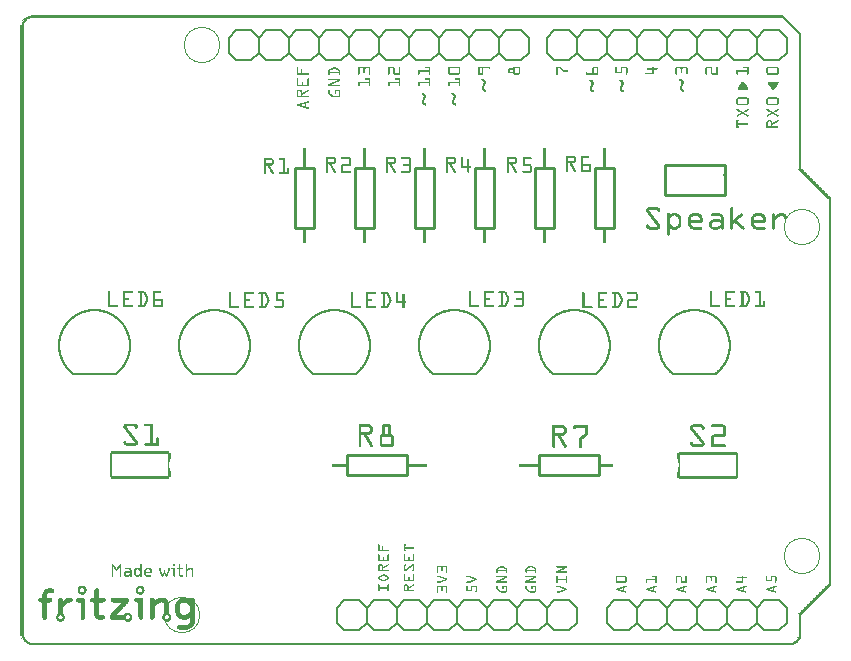
<source format=gto>
G04 MADE WITH FRITZING*
G04 WWW.FRITZING.ORG*
G04 DOUBLE SIDED*
G04 HOLES PLATED*
G04 CONTOUR ON CENTER OF CONTOUR VECTOR*
%FSLAX26Y26*%
%MOIN*%
%ADD10C,0.121583X0.114639*%
%ADD11C,0.006000*%
%ADD12C,0.010000*%
%ADD13R,0.001000X0.001000*%
G04 SILK1*
%FSLAX26Y26*%
%MOIN*%
D10*
X2617330Y1397418D03*
X2617330Y300900D03*
X615282Y2004182D03*
X550324Y106350D03*
D11*
X2290770Y154180D02*
X2340770Y154180D01*
D02*
X2340770Y154180D02*
X2365760Y129180D01*
D02*
X2365760Y129180D02*
X2365760Y79190D01*
D02*
X2365760Y79190D02*
X2340770Y54180D01*
D02*
X2365760Y129180D02*
X2390770Y154180D01*
D02*
X2390770Y154180D02*
X2440780Y154180D01*
D02*
X2440780Y154180D02*
X2465770Y129180D01*
D02*
X2465770Y129180D02*
X2465770Y79190D01*
D02*
X2465770Y79190D02*
X2440780Y54180D01*
D02*
X2440780Y54180D02*
X2390770Y54180D01*
D02*
X2390770Y54180D02*
X2365760Y79190D01*
D02*
X2165770Y129180D02*
X2190780Y154180D01*
D02*
X2190780Y154180D02*
X2240760Y154180D01*
D02*
X2240760Y154180D02*
X2265770Y129180D01*
D02*
X2265770Y129180D02*
X2265770Y79190D01*
D02*
X2265770Y79190D02*
X2240760Y54180D01*
D02*
X2240760Y54180D02*
X2190780Y54180D01*
D02*
X2190780Y54180D02*
X2165770Y79190D01*
D02*
X2290770Y154180D02*
X2265770Y129180D01*
D02*
X2265770Y79190D02*
X2290770Y54180D01*
D02*
X2340770Y54180D02*
X2290770Y54180D01*
D02*
X1990760Y154180D02*
X2040770Y154180D01*
D02*
X2040770Y154180D02*
X2065780Y129180D01*
D02*
X2065780Y129180D02*
X2065780Y79190D01*
D02*
X2065780Y79190D02*
X2040770Y54180D01*
D02*
X2065780Y129180D02*
X2090770Y154180D01*
D02*
X2090770Y154180D02*
X2140770Y154180D01*
D02*
X2140770Y154180D02*
X2165770Y129180D01*
D02*
X2165770Y129180D02*
X2165770Y79190D01*
D02*
X2165770Y79190D02*
X2140770Y54180D01*
D02*
X2140770Y54180D02*
X2090770Y54180D01*
D02*
X2090770Y54180D02*
X2065780Y79190D01*
D02*
X1965770Y129180D02*
X1965770Y79190D01*
D02*
X1990760Y154180D02*
X1965770Y129180D01*
D02*
X1965770Y79190D02*
X1990760Y54180D01*
D02*
X2040770Y54180D02*
X1990760Y54180D01*
D02*
X2490760Y154180D02*
X2540770Y154180D01*
D02*
X2540770Y154180D02*
X2565780Y129180D01*
D02*
X2565780Y129180D02*
X2565780Y79190D01*
D02*
X2565780Y79190D02*
X2540770Y54180D01*
D02*
X2490760Y154180D02*
X2465770Y129180D01*
D02*
X2465770Y79190D02*
X2490760Y54180D01*
D02*
X2540770Y54180D02*
X2490760Y54180D01*
D02*
X880755Y1954182D02*
X830755Y1954182D01*
D02*
X1080760Y1954182D02*
X1030760Y1954182D01*
D02*
X980768Y1954182D02*
X930755Y1954182D01*
D02*
X1180770Y1954182D02*
X1130760Y1954182D01*
D02*
X1380760Y1954182D02*
X1330760Y1954182D01*
D02*
X1280740Y1954182D02*
X1230770Y1954182D01*
D02*
X1480770Y1954182D02*
X1430770Y1954182D01*
D02*
X1680770Y1954182D02*
X1630760Y1954182D01*
D02*
X1580760Y1954182D02*
X1530740Y1954182D01*
D02*
X780755Y1954182D02*
X730768Y1954182D01*
D02*
X905755Y1979182D02*
X880755Y1954182D01*
D02*
X830755Y1954182D02*
X805755Y1979182D01*
D02*
X805755Y1979182D02*
X805755Y2029182D01*
D02*
X805755Y2029182D02*
X830755Y2054182D01*
D02*
X830755Y2054182D02*
X880755Y2054182D01*
D02*
X880755Y2054182D02*
X905755Y2029182D01*
D02*
X1030760Y1954182D02*
X1005750Y1979182D01*
D02*
X1005750Y1979182D02*
X1005750Y2029182D01*
D02*
X1005750Y2029182D02*
X1030760Y2054182D01*
D02*
X1005750Y1979182D02*
X980768Y1954182D01*
D02*
X930755Y1954182D02*
X905755Y1979182D01*
D02*
X905755Y1979182D02*
X905755Y2029182D01*
D02*
X905755Y2029182D02*
X930755Y2054182D01*
D02*
X930755Y2054182D02*
X980768Y2054182D01*
D02*
X980768Y2054182D02*
X1005750Y2029182D01*
D02*
X1205760Y1979182D02*
X1180770Y1954182D01*
D02*
X1130760Y1954182D02*
X1105770Y1979182D01*
D02*
X1105770Y1979182D02*
X1105770Y2029182D01*
D02*
X1105770Y2029182D02*
X1130760Y2054182D01*
D02*
X1130760Y2054182D02*
X1180770Y2054182D01*
D02*
X1180770Y2054182D02*
X1205760Y2029182D01*
D02*
X1080760Y1954182D02*
X1105770Y1979182D01*
D02*
X1105770Y2029182D02*
X1080760Y2054182D01*
D02*
X1030760Y2054182D02*
X1080760Y2054182D01*
D02*
X1330760Y1954182D02*
X1305770Y1979182D01*
D02*
X1305770Y1979182D02*
X1305770Y2029182D01*
D02*
X1305770Y2029182D02*
X1330760Y2054182D01*
D02*
X1305770Y1979182D02*
X1280740Y1954182D01*
D02*
X1230770Y1954182D02*
X1205760Y1979182D01*
D02*
X1205760Y1979182D02*
X1205760Y2029182D01*
D02*
X1205760Y2029182D02*
X1230770Y2054182D01*
D02*
X1230770Y2054182D02*
X1280740Y2054182D01*
D02*
X1280740Y2054182D02*
X1305770Y2029182D01*
D02*
X1505760Y1979182D02*
X1480770Y1954182D01*
D02*
X1430770Y1954182D02*
X1405740Y1979182D01*
D02*
X1405740Y1979182D02*
X1405740Y2029182D01*
D02*
X1405740Y2029182D02*
X1430770Y2054182D01*
D02*
X1430770Y2054182D02*
X1480770Y2054182D01*
D02*
X1480770Y2054182D02*
X1505760Y2029182D01*
D02*
X1380760Y1954182D02*
X1405740Y1979182D01*
D02*
X1405740Y2029182D02*
X1380760Y2054182D01*
D02*
X1330760Y2054182D02*
X1380760Y2054182D01*
D02*
X1630760Y1954182D02*
X1605770Y1979182D01*
D02*
X1605770Y1979182D02*
X1605770Y2029182D01*
D02*
X1605770Y2029182D02*
X1630760Y2054182D01*
D02*
X1605770Y1979182D02*
X1580760Y1954182D01*
D02*
X1530740Y1954182D02*
X1505760Y1979182D01*
D02*
X1505760Y1979182D02*
X1505760Y2029182D01*
D02*
X1505760Y2029182D02*
X1530740Y2054182D01*
D02*
X1530740Y2054182D02*
X1580760Y2054182D01*
D02*
X1580760Y2054182D02*
X1605770Y2029182D01*
D02*
X1705760Y1979182D02*
X1705760Y2029182D01*
D02*
X1680770Y1954182D02*
X1705760Y1979182D01*
D02*
X1705760Y2029182D02*
X1680770Y2054182D01*
D02*
X1630760Y2054182D02*
X1680770Y2054182D01*
D02*
X730768Y1954182D02*
X705741Y1979182D01*
D02*
X705741Y1979182D02*
X705741Y2029182D01*
D02*
X705741Y2029182D02*
X730768Y2054182D01*
D02*
X780755Y1954182D02*
X805755Y1979182D01*
D02*
X805755Y2029182D02*
X780755Y2054182D01*
D02*
X730768Y2054182D02*
X780755Y2054182D01*
D02*
X1940760Y1954182D02*
X1890770Y1954182D01*
D02*
X1890770Y1954182D02*
X1865760Y1979182D01*
D02*
X1865760Y1979182D02*
X1865760Y2029182D01*
D02*
X1865760Y2029182D02*
X1890770Y2054182D01*
D02*
X2065780Y1979182D02*
X2040770Y1954182D01*
D02*
X2040770Y1954182D02*
X1990760Y1954182D01*
D02*
X1990760Y1954182D02*
X1965770Y1979182D01*
D02*
X1965770Y1979182D02*
X1965770Y2029182D01*
D02*
X1965770Y2029182D02*
X1990760Y2054182D01*
D02*
X1990760Y2054182D02*
X2040770Y2054182D01*
D02*
X2040770Y2054182D02*
X2065780Y2029182D01*
D02*
X1940760Y1954182D02*
X1965770Y1979182D01*
D02*
X1965770Y2029182D02*
X1940760Y2054182D01*
D02*
X1890770Y2054182D02*
X1940760Y2054182D01*
D02*
X2240760Y1954182D02*
X2190780Y1954182D01*
D02*
X2190780Y1954182D02*
X2165770Y1979182D01*
D02*
X2165770Y1979182D02*
X2165770Y2029182D01*
D02*
X2165770Y2029182D02*
X2190780Y2054182D01*
D02*
X2165770Y1979182D02*
X2140770Y1954182D01*
D02*
X2140770Y1954182D02*
X2090770Y1954182D01*
D02*
X2090770Y1954182D02*
X2065780Y1979182D01*
D02*
X2065780Y1979182D02*
X2065780Y2029182D01*
D02*
X2065780Y2029182D02*
X2090770Y2054182D01*
D02*
X2090770Y2054182D02*
X2140770Y2054182D01*
D02*
X2140770Y2054182D02*
X2165770Y2029182D01*
D02*
X2365760Y1979182D02*
X2340770Y1954182D01*
D02*
X2340770Y1954182D02*
X2290770Y1954182D01*
D02*
X2290770Y1954182D02*
X2265770Y1979182D01*
D02*
X2265770Y1979182D02*
X2265770Y2029182D01*
D02*
X2265770Y2029182D02*
X2290770Y2054182D01*
D02*
X2290770Y2054182D02*
X2340770Y2054182D01*
D02*
X2340770Y2054182D02*
X2365760Y2029182D01*
D02*
X2240760Y1954182D02*
X2265770Y1979182D01*
D02*
X2265770Y2029182D02*
X2240760Y2054182D01*
D02*
X2190780Y2054182D02*
X2240760Y2054182D01*
D02*
X2540770Y1954182D02*
X2490760Y1954182D01*
D02*
X2490760Y1954182D02*
X2465770Y1979182D01*
D02*
X2465770Y1979182D02*
X2465770Y2029182D01*
D02*
X2465770Y2029182D02*
X2490760Y2054182D01*
D02*
X2465770Y1979182D02*
X2440780Y1954182D01*
D02*
X2440780Y1954182D02*
X2390770Y1954182D01*
D02*
X2390770Y1954182D02*
X2365760Y1979182D01*
D02*
X2365760Y1979182D02*
X2365760Y2029182D01*
D02*
X2365760Y2029182D02*
X2390770Y2054182D01*
D02*
X2390770Y2054182D02*
X2440780Y2054182D01*
D02*
X2440780Y2054182D02*
X2465770Y2029182D01*
D02*
X2565780Y1979182D02*
X2565780Y2029182D01*
D02*
X2540770Y1954182D02*
X2565780Y1979182D01*
D02*
X2565780Y2029182D02*
X2540770Y2054182D01*
D02*
X2490760Y2054182D02*
X2540770Y2054182D01*
D02*
X1840770Y1954182D02*
X1790770Y1954182D01*
D02*
X1790770Y1954182D02*
X1765770Y1979182D01*
D02*
X1765770Y1979182D02*
X1765770Y2029182D01*
D02*
X1765770Y2029182D02*
X1790770Y2054182D01*
D02*
X1840770Y1954182D02*
X1865760Y1979182D01*
D02*
X1865760Y2029182D02*
X1840770Y2054182D01*
D02*
X1790770Y2054182D02*
X1840770Y2054182D01*
D02*
X1690760Y154180D02*
X1740760Y154180D01*
D02*
X1740760Y154180D02*
X1765770Y129180D01*
D02*
X1765770Y129180D02*
X1765770Y79190D01*
D02*
X1765770Y79190D02*
X1740760Y54180D01*
D02*
X1565760Y129180D02*
X1590770Y154180D01*
D02*
X1590770Y154180D02*
X1640770Y154180D01*
D02*
X1640770Y154180D02*
X1665770Y129180D01*
D02*
X1665770Y129180D02*
X1665770Y79190D01*
D02*
X1665770Y79190D02*
X1640770Y54180D01*
D02*
X1640770Y54180D02*
X1590770Y54180D01*
D02*
X1590770Y54180D02*
X1565760Y79190D01*
D02*
X1690760Y154180D02*
X1665770Y129180D01*
D02*
X1665770Y79190D02*
X1690760Y54180D01*
D02*
X1740760Y54180D02*
X1690760Y54180D01*
D02*
X1390770Y154180D02*
X1440760Y154180D01*
D02*
X1440760Y154180D02*
X1465770Y129180D01*
D02*
X1465770Y129180D02*
X1465770Y79190D01*
D02*
X1465770Y79190D02*
X1440760Y54180D01*
D02*
X1465770Y129180D02*
X1490760Y154180D01*
D02*
X1490760Y154180D02*
X1540770Y154180D01*
D02*
X1540770Y154180D02*
X1565760Y129180D01*
D02*
X1565760Y129180D02*
X1565760Y79190D01*
D02*
X1565760Y79190D02*
X1540770Y54180D01*
D02*
X1540770Y54180D02*
X1490760Y54180D01*
D02*
X1490760Y54180D02*
X1465770Y79190D01*
D02*
X1265760Y129180D02*
X1290770Y154180D01*
D02*
X1290770Y154180D02*
X1340760Y154180D01*
D02*
X1340760Y154180D02*
X1365760Y129180D01*
D02*
X1365760Y129180D02*
X1365760Y79190D01*
D02*
X1365760Y79190D02*
X1340760Y54180D01*
D02*
X1340760Y54180D02*
X1290770Y54180D01*
D02*
X1290770Y54180D02*
X1265760Y79190D01*
D02*
X1390770Y154180D02*
X1365760Y129180D01*
D02*
X1365760Y79190D02*
X1390770Y54180D01*
D02*
X1440760Y54180D02*
X1390770Y54180D01*
D02*
X1090760Y154180D02*
X1140760Y154180D01*
D02*
X1140760Y154180D02*
X1165770Y129180D01*
D02*
X1165770Y129180D02*
X1165770Y79190D01*
D02*
X1165770Y79190D02*
X1140760Y54180D01*
D02*
X1165770Y129180D02*
X1190760Y154180D01*
D02*
X1190760Y154180D02*
X1240760Y154180D01*
D02*
X1240760Y154180D02*
X1265760Y129180D01*
D02*
X1265760Y129180D02*
X1265760Y79190D01*
D02*
X1265760Y79190D02*
X1240760Y54180D01*
D02*
X1240760Y54180D02*
X1190760Y54180D01*
D02*
X1190760Y54180D02*
X1165770Y79190D01*
D02*
X1065760Y129180D02*
X1065760Y79190D01*
D02*
X1090760Y154180D02*
X1065760Y129180D01*
D02*
X1065760Y79190D02*
X1090760Y54180D01*
D02*
X1140760Y54180D02*
X1090760Y54180D01*
D02*
X1790770Y154180D02*
X1840770Y154180D01*
D02*
X1840770Y154180D02*
X1865760Y129180D01*
D02*
X1865760Y129180D02*
X1865760Y79190D01*
D02*
X1865760Y79190D02*
X1840770Y54180D01*
D02*
X1790770Y154180D02*
X1765770Y129180D01*
D02*
X1765770Y79190D02*
X1790770Y54180D01*
D02*
X1840770Y54180D02*
X1790770Y54180D01*
D12*
D02*
X2358660Y1604182D02*
X2158660Y1604182D01*
D02*
X2158660Y1604182D02*
X2158660Y1504182D01*
D02*
X2158660Y1504182D02*
X2358660Y1504182D01*
D02*
X2358660Y1504182D02*
X2358660Y1604182D01*
D02*
X1991660Y1594682D02*
X1991660Y1394682D01*
D02*
X1991660Y1394682D02*
X1925660Y1394682D01*
D02*
X1925660Y1394682D02*
X1925660Y1594682D01*
D02*
X1925660Y1594682D02*
X1991660Y1594682D01*
D02*
X1791660Y1594682D02*
X1791660Y1394682D01*
D02*
X1791660Y1394682D02*
X1725660Y1394682D01*
D02*
X1725660Y1394682D02*
X1725660Y1594682D01*
D02*
X1725660Y1594682D02*
X1791660Y1594682D01*
D02*
X1591660Y1594682D02*
X1591660Y1394682D01*
D02*
X1591660Y1394682D02*
X1525660Y1394682D01*
D02*
X1525660Y1394682D02*
X1525660Y1594682D01*
D02*
X1525660Y1594682D02*
X1591660Y1594682D01*
D02*
X1391660Y1594682D02*
X1391660Y1394682D01*
D02*
X1391660Y1394682D02*
X1325660Y1394682D01*
D02*
X1325660Y1394682D02*
X1325660Y1594682D01*
D02*
X1325660Y1594682D02*
X1391660Y1594682D01*
D02*
X1191660Y1594682D02*
X1191660Y1394682D01*
D02*
X1191660Y1394682D02*
X1125660Y1394682D01*
D02*
X1125660Y1394682D02*
X1125660Y1594682D01*
D02*
X1125660Y1594682D02*
X1191660Y1594682D01*
D02*
X991660Y1594682D02*
X991660Y1394682D01*
D02*
X991660Y1394682D02*
X925660Y1394682D01*
D02*
X925660Y1394682D02*
X925660Y1594682D01*
D02*
X925660Y1594682D02*
X991660Y1594682D01*
D02*
X1740260Y637180D02*
X1940260Y637180D01*
D02*
X1940260Y637180D02*
X1940260Y571180D01*
D02*
X1940260Y571180D02*
X1740260Y571180D01*
D02*
X1740260Y571180D02*
X1740260Y637180D01*
D02*
X1299160Y571180D02*
X1099160Y571180D01*
D02*
X1099160Y571180D02*
X1099160Y637180D01*
D02*
X1099160Y637180D02*
X1299160Y637180D01*
D02*
X1299160Y637180D02*
X1299160Y571180D01*
D13*
X48500Y2103960D02*
X2552500Y2103960D01*
X44500Y2102960D02*
X2553500Y2102960D01*
X41500Y2101960D02*
X2554500Y2101960D01*
X38500Y2100960D02*
X2555500Y2100960D01*
X36500Y2099960D02*
X2556500Y2099960D01*
X34500Y2098960D02*
X2557500Y2098960D01*
X33500Y2097960D02*
X2558500Y2097960D01*
X30500Y2096960D02*
X2559500Y2096960D01*
X29500Y2095960D02*
X48500Y2095960D01*
X2547500Y2095960D02*
X2548500Y2095960D01*
X2550500Y2095960D02*
X2560500Y2095960D01*
X27500Y2094960D02*
X44500Y2094960D01*
X2548500Y2094960D02*
X2549500Y2094960D01*
X2551500Y2094960D02*
X2561500Y2094960D01*
X25500Y2093960D02*
X26500Y2093960D01*
X28500Y2093960D02*
X41500Y2093960D01*
X2549500Y2093960D02*
X2550500Y2093960D01*
X2552500Y2093960D02*
X2562500Y2093960D01*
X24500Y2092960D02*
X39500Y2092960D01*
X2550500Y2092960D02*
X2551500Y2092960D01*
X2553500Y2092960D02*
X2563500Y2092960D01*
X23500Y2091960D02*
X23500Y2091960D01*
X25500Y2091960D02*
X37500Y2091960D01*
X2551500Y2091960D02*
X2552500Y2091960D01*
X2554500Y2091960D02*
X2564500Y2091960D01*
X22500Y2090960D02*
X22500Y2090960D01*
X25500Y2090960D02*
X35500Y2090960D01*
X2552500Y2090960D02*
X2553500Y2090960D01*
X2555500Y2090960D02*
X2565500Y2090960D01*
X21500Y2089960D02*
X21500Y2089960D01*
X24500Y2089960D02*
X34500Y2089960D01*
X2553500Y2089960D02*
X2554500Y2089960D01*
X2556500Y2089960D02*
X2566500Y2089960D01*
X20500Y2088960D02*
X20500Y2088960D01*
X23500Y2088960D02*
X33500Y2088960D01*
X2554500Y2088960D02*
X2555500Y2088960D01*
X2557500Y2088960D02*
X2567500Y2088960D01*
X19500Y2087960D02*
X19500Y2087960D01*
X22500Y2087960D02*
X32500Y2087960D01*
X2555500Y2087960D02*
X2556500Y2087960D01*
X2558500Y2087960D02*
X2568500Y2087960D01*
X18500Y2086960D02*
X18500Y2086960D01*
X22500Y2086960D02*
X31500Y2086960D01*
X2556500Y2086960D02*
X2557500Y2086960D01*
X2559500Y2086960D02*
X2569500Y2086960D01*
X18500Y2085960D02*
X18500Y2085960D01*
X21500Y2085960D02*
X30500Y2085960D01*
X2557500Y2085960D02*
X2558500Y2085960D01*
X2560500Y2085960D02*
X2570500Y2085960D01*
X17500Y2084960D02*
X17500Y2084960D01*
X20500Y2084960D02*
X29500Y2084960D01*
X2558500Y2084960D02*
X2559500Y2084960D01*
X2561500Y2084960D02*
X2571500Y2084960D01*
X16500Y2083960D02*
X16500Y2083960D01*
X20500Y2083960D02*
X28500Y2083960D01*
X2559500Y2083960D02*
X2560500Y2083960D01*
X2562500Y2083960D02*
X2572500Y2083960D01*
X16500Y2082960D02*
X16500Y2082960D01*
X19500Y2082960D02*
X27500Y2082960D01*
X2560500Y2082960D02*
X2561500Y2082960D01*
X2563500Y2082960D02*
X2573500Y2082960D01*
X15500Y2081960D02*
X15500Y2081960D01*
X19500Y2081960D02*
X27500Y2081960D01*
X2561500Y2081960D02*
X2562500Y2081960D01*
X2564500Y2081960D02*
X2574500Y2081960D01*
X14500Y2080960D02*
X15500Y2080960D01*
X18500Y2080960D02*
X26500Y2080960D01*
X2562500Y2080960D02*
X2563500Y2080960D01*
X2565500Y2080960D02*
X2575500Y2080960D01*
X14500Y2079960D02*
X14500Y2079960D01*
X18500Y2079960D02*
X26500Y2079960D01*
X2563500Y2079960D02*
X2564500Y2079960D01*
X2566500Y2079960D02*
X2576500Y2079960D01*
X14500Y2078960D02*
X14500Y2078960D01*
X17500Y2078960D02*
X25500Y2078960D01*
X2564500Y2078960D02*
X2565500Y2078960D01*
X2567500Y2078960D02*
X2577500Y2078960D01*
X13500Y2077960D02*
X13500Y2077960D01*
X17500Y2077960D02*
X25500Y2077960D01*
X2565500Y2077960D02*
X2566500Y2077960D01*
X2568500Y2077960D02*
X2578500Y2077960D01*
X13500Y2076960D02*
X13500Y2076960D01*
X17500Y2076960D02*
X24500Y2076960D01*
X2566500Y2076960D02*
X2567500Y2076960D01*
X2569500Y2076960D02*
X2579500Y2076960D01*
X12500Y2075960D02*
X12500Y2075960D01*
X16500Y2075960D02*
X24500Y2075960D01*
X2567500Y2075960D02*
X2568500Y2075960D01*
X2570500Y2075960D02*
X2580500Y2075960D01*
X12500Y2074960D02*
X12500Y2074960D01*
X16500Y2074960D02*
X23500Y2074960D01*
X2568500Y2074960D02*
X2569500Y2074960D01*
X2571500Y2074960D02*
X2581500Y2074960D01*
X12500Y2073960D02*
X12500Y2073960D01*
X16500Y2073960D02*
X23500Y2073960D01*
X2569500Y2073960D02*
X2570500Y2073960D01*
X2572500Y2073960D02*
X2582500Y2073960D01*
X12500Y2072960D02*
X12500Y2072960D01*
X16500Y2072960D02*
X23500Y2072960D01*
X2570500Y2072960D02*
X2571500Y2072960D01*
X2573500Y2072960D02*
X2583500Y2072960D01*
X11500Y2071960D02*
X11500Y2071960D01*
X16500Y2071960D02*
X23500Y2071960D01*
X2571500Y2071960D02*
X2572500Y2071960D01*
X2574500Y2071960D02*
X2584500Y2071960D01*
X11500Y2070960D02*
X11500Y2070960D01*
X15500Y2070960D02*
X22500Y2070960D01*
X2572500Y2070960D02*
X2573500Y2070960D01*
X2575500Y2070960D02*
X2585500Y2070960D01*
X11500Y2069960D02*
X11500Y2069960D01*
X15500Y2069960D02*
X22500Y2069960D01*
X2573500Y2069960D02*
X2574500Y2069960D01*
X2576500Y2069960D02*
X2586500Y2069960D01*
X11500Y2068960D02*
X11500Y2068960D01*
X15500Y2068960D02*
X22500Y2068960D01*
X2574500Y2068960D02*
X2575500Y2068960D01*
X2577500Y2068960D02*
X2587500Y2068960D01*
X11500Y2067960D02*
X11500Y2067960D01*
X15500Y2067960D02*
X22500Y2067960D01*
X2575500Y2067960D02*
X2576500Y2067960D01*
X2578500Y2067960D02*
X2588500Y2067960D01*
X11500Y2066960D02*
X11500Y2066960D01*
X15500Y2066960D02*
X22500Y2066960D01*
X2576500Y2066960D02*
X2577500Y2066960D01*
X2579500Y2066960D02*
X2589500Y2066960D01*
X11500Y2065960D02*
X11500Y2065960D01*
X15500Y2065960D02*
X22500Y2065960D01*
X2577500Y2065960D02*
X2578500Y2065960D01*
X2580500Y2065960D02*
X2590500Y2065960D01*
X11500Y2064960D02*
X11500Y2064960D01*
X15500Y2064960D02*
X22500Y2064960D01*
X2578500Y2064960D02*
X2579500Y2064960D01*
X2581500Y2064960D02*
X2591500Y2064960D01*
X11500Y2063960D02*
X11500Y2063960D01*
X15500Y2063960D02*
X22500Y2063960D01*
X2579500Y2063960D02*
X2580500Y2063960D01*
X2582500Y2063960D02*
X2592500Y2063960D01*
X11500Y2062960D02*
X11500Y2062960D01*
X15500Y2062960D02*
X22500Y2062960D01*
X2580500Y2062960D02*
X2581500Y2062960D01*
X2583500Y2062960D02*
X2593500Y2062960D01*
X11500Y2061960D02*
X11500Y2061960D01*
X15500Y2061960D02*
X22500Y2061960D01*
X2581500Y2061960D02*
X2582500Y2061960D01*
X2584500Y2061960D02*
X2594500Y2061960D01*
X11500Y2060960D02*
X11500Y2060960D01*
X15500Y2060960D02*
X22500Y2060960D01*
X2582500Y2060960D02*
X2583500Y2060960D01*
X2585500Y2060960D02*
X2595500Y2060960D01*
X11500Y2059960D02*
X11500Y2059960D01*
X15500Y2059960D02*
X22500Y2059960D01*
X2583500Y2059960D02*
X2584500Y2059960D01*
X2586500Y2059960D02*
X2596500Y2059960D01*
X11500Y2058960D02*
X11500Y2058960D01*
X15500Y2058960D02*
X22500Y2058960D01*
X2584500Y2058960D02*
X2585500Y2058960D01*
X2587500Y2058960D02*
X2597500Y2058960D01*
X11500Y2057960D02*
X11500Y2057960D01*
X15500Y2057960D02*
X22500Y2057960D01*
X2585500Y2057960D02*
X2586500Y2057960D01*
X2588500Y2057960D02*
X2598500Y2057960D01*
X11500Y2056960D02*
X11500Y2056960D01*
X15500Y2056960D02*
X22500Y2056960D01*
X2586500Y2056960D02*
X2587500Y2056960D01*
X2589500Y2056960D02*
X2599500Y2056960D01*
X11500Y2055960D02*
X11500Y2055960D01*
X15500Y2055960D02*
X22500Y2055960D01*
X2587500Y2055960D02*
X2588500Y2055960D01*
X2590500Y2055960D02*
X2600500Y2055960D01*
X11500Y2054960D02*
X11500Y2054960D01*
X15500Y2054960D02*
X22500Y2054960D01*
X2588500Y2054960D02*
X2589500Y2054960D01*
X2591500Y2054960D02*
X2601500Y2054960D01*
X11500Y2053960D02*
X11500Y2053960D01*
X15500Y2053960D02*
X22500Y2053960D01*
X2589500Y2053960D02*
X2590500Y2053960D01*
X2592500Y2053960D02*
X2602500Y2053960D01*
X11500Y2052960D02*
X11500Y2052960D01*
X15500Y2052960D02*
X22500Y2052960D01*
X2590500Y2052960D02*
X2591500Y2052960D01*
X2593500Y2052960D02*
X2603500Y2052960D01*
X11500Y2051960D02*
X11500Y2051960D01*
X15500Y2051960D02*
X22500Y2051960D01*
X2591500Y2051960D02*
X2592500Y2051960D01*
X2594500Y2051960D02*
X2604500Y2051960D01*
X11500Y2050960D02*
X11500Y2050960D01*
X15500Y2050960D02*
X22500Y2050960D01*
X2592500Y2050960D02*
X2593500Y2050960D01*
X2595500Y2050960D02*
X2605500Y2050960D01*
X11500Y2049960D02*
X11500Y2049960D01*
X15500Y2049960D02*
X22500Y2049960D01*
X2593500Y2049960D02*
X2594500Y2049960D01*
X2596500Y2049960D02*
X2606500Y2049960D01*
X11500Y2048960D02*
X11500Y2048960D01*
X15500Y2048960D02*
X22500Y2048960D01*
X2594500Y2048960D02*
X2595500Y2048960D01*
X2597500Y2048960D02*
X2607500Y2048960D01*
X11500Y2047960D02*
X11500Y2047960D01*
X15500Y2047960D02*
X22500Y2047960D01*
X2595500Y2047960D02*
X2596500Y2047960D01*
X2598500Y2047960D02*
X2608500Y2047960D01*
X11500Y2046960D02*
X11500Y2046960D01*
X15500Y2046960D02*
X22500Y2046960D01*
X2596500Y2046960D02*
X2597500Y2046960D01*
X2599500Y2046960D02*
X2609500Y2046960D01*
X11500Y2045960D02*
X11500Y2045960D01*
X15500Y2045960D02*
X22500Y2045960D01*
X2597500Y2045960D02*
X2598500Y2045960D01*
X2600500Y2045960D02*
X2610500Y2045960D01*
X11500Y2044960D02*
X11500Y2044960D01*
X15500Y2044960D02*
X22500Y2044960D01*
X2598500Y2044960D02*
X2599500Y2044960D01*
X2601500Y2044960D02*
X2611500Y2044960D01*
X11500Y2043960D02*
X11500Y2043960D01*
X15500Y2043960D02*
X22500Y2043960D01*
X2599500Y2043960D02*
X2600500Y2043960D01*
X2602500Y2043960D02*
X2612500Y2043960D01*
X11500Y2042960D02*
X11500Y2042960D01*
X15500Y2042960D02*
X22500Y2042960D01*
X2600500Y2042960D02*
X2601500Y2042960D01*
X2603500Y2042960D02*
X2613500Y2042960D01*
X11500Y2041960D02*
X11500Y2041960D01*
X15500Y2041960D02*
X22500Y2041960D01*
X2601500Y2041960D02*
X2602500Y2041960D01*
X2604500Y2041960D02*
X2614500Y2041960D01*
X11500Y2040960D02*
X11500Y2040960D01*
X15500Y2040960D02*
X22500Y2040960D01*
X2602500Y2040960D02*
X2603500Y2040960D01*
X2605500Y2040960D02*
X2614500Y2040960D01*
X11500Y2039960D02*
X11500Y2039960D01*
X15500Y2039960D02*
X22500Y2039960D01*
X2603500Y2039960D02*
X2603500Y2039960D01*
X2606500Y2039960D02*
X2614500Y2039960D01*
X11500Y2038960D02*
X11500Y2038960D01*
X15500Y2038960D02*
X22500Y2038960D01*
X2603500Y2038960D02*
X2603500Y2038960D01*
X2607500Y2038960D02*
X2614500Y2038960D01*
X11500Y2037960D02*
X11500Y2037960D01*
X15500Y2037960D02*
X22500Y2037960D01*
X2603500Y2037960D02*
X2603500Y2037960D01*
X2607500Y2037960D02*
X2614500Y2037960D01*
X11500Y2036960D02*
X11500Y2036960D01*
X15500Y2036960D02*
X22500Y2036960D01*
X2603500Y2036960D02*
X2603500Y2036960D01*
X2607500Y2036960D02*
X2614500Y2036960D01*
X11500Y2035960D02*
X11500Y2035960D01*
X15500Y2035960D02*
X22500Y2035960D01*
X2603500Y2035960D02*
X2603500Y2035960D01*
X2607500Y2035960D02*
X2614500Y2035960D01*
X11500Y2034960D02*
X11500Y2034960D01*
X15500Y2034960D02*
X22500Y2034960D01*
X2603500Y2034960D02*
X2603500Y2034960D01*
X2607500Y2034960D02*
X2614500Y2034960D01*
X11500Y2033960D02*
X11500Y2033960D01*
X15500Y2033960D02*
X22500Y2033960D01*
X2603500Y2033960D02*
X2603500Y2033960D01*
X2607500Y2033960D02*
X2614500Y2033960D01*
X11500Y2032960D02*
X11500Y2032960D01*
X15500Y2032960D02*
X22500Y2032960D01*
X2603500Y2032960D02*
X2603500Y2032960D01*
X2607500Y2032960D02*
X2614500Y2032960D01*
X11500Y2031960D02*
X11500Y2031960D01*
X15500Y2031960D02*
X22500Y2031960D01*
X2603500Y2031960D02*
X2603500Y2031960D01*
X2607500Y2031960D02*
X2614500Y2031960D01*
X11500Y2030960D02*
X11500Y2030960D01*
X15500Y2030960D02*
X22500Y2030960D01*
X2603500Y2030960D02*
X2603500Y2030960D01*
X2607500Y2030960D02*
X2614500Y2030960D01*
X11500Y2029960D02*
X11500Y2029960D01*
X15500Y2029960D02*
X22500Y2029960D01*
X2603500Y2029960D02*
X2603500Y2029960D01*
X2607500Y2029960D02*
X2614500Y2029960D01*
X11500Y2028960D02*
X11500Y2028960D01*
X15500Y2028960D02*
X22500Y2028960D01*
X2603500Y2028960D02*
X2603500Y2028960D01*
X2607500Y2028960D02*
X2614500Y2028960D01*
X11500Y2027960D02*
X11500Y2027960D01*
X15500Y2027960D02*
X22500Y2027960D01*
X2603500Y2027960D02*
X2603500Y2027960D01*
X2607500Y2027960D02*
X2614500Y2027960D01*
X11500Y2026960D02*
X11500Y2026960D01*
X15500Y2026960D02*
X22500Y2026960D01*
X2603500Y2026960D02*
X2603500Y2026960D01*
X2607500Y2026960D02*
X2614500Y2026960D01*
X11500Y2025960D02*
X11500Y2025960D01*
X15500Y2025960D02*
X22500Y2025960D01*
X2603500Y2025960D02*
X2603500Y2025960D01*
X2607500Y2025960D02*
X2614500Y2025960D01*
X11500Y2024960D02*
X11500Y2024960D01*
X15500Y2024960D02*
X22500Y2024960D01*
X2603500Y2024960D02*
X2603500Y2024960D01*
X2607500Y2024960D02*
X2614500Y2024960D01*
X11500Y2023960D02*
X11500Y2023960D01*
X15500Y2023960D02*
X22500Y2023960D01*
X2603500Y2023960D02*
X2603500Y2023960D01*
X2607500Y2023960D02*
X2614500Y2023960D01*
X11500Y2022960D02*
X11500Y2022960D01*
X15500Y2022960D02*
X22500Y2022960D01*
X2603500Y2022960D02*
X2603500Y2022960D01*
X2607500Y2022960D02*
X2614500Y2022960D01*
X11500Y2021960D02*
X11500Y2021960D01*
X15500Y2021960D02*
X22500Y2021960D01*
X2603500Y2021960D02*
X2603500Y2021960D01*
X2607500Y2021960D02*
X2614500Y2021960D01*
X11500Y2020960D02*
X11500Y2020960D01*
X15500Y2020960D02*
X22500Y2020960D01*
X2603500Y2020960D02*
X2603500Y2020960D01*
X2607500Y2020960D02*
X2614500Y2020960D01*
X11500Y2019960D02*
X11500Y2019960D01*
X15500Y2019960D02*
X22500Y2019960D01*
X2603500Y2019960D02*
X2603500Y2019960D01*
X2607500Y2019960D02*
X2614500Y2019960D01*
X11500Y2018960D02*
X11500Y2018960D01*
X15500Y2018960D02*
X22500Y2018960D01*
X2603500Y2018960D02*
X2603500Y2018960D01*
X2607500Y2018960D02*
X2614500Y2018960D01*
X11500Y2017960D02*
X11500Y2017960D01*
X15500Y2017960D02*
X22500Y2017960D01*
X2603500Y2017960D02*
X2603500Y2017960D01*
X2607500Y2017960D02*
X2614500Y2017960D01*
X11500Y2016960D02*
X11500Y2016960D01*
X15500Y2016960D02*
X22500Y2016960D01*
X2603500Y2016960D02*
X2603500Y2016960D01*
X2607500Y2016960D02*
X2614500Y2016960D01*
X11500Y2015960D02*
X11500Y2015960D01*
X15500Y2015960D02*
X22500Y2015960D01*
X2603500Y2015960D02*
X2603500Y2015960D01*
X2607500Y2015960D02*
X2614500Y2015960D01*
X11500Y2014960D02*
X11500Y2014960D01*
X15500Y2014960D02*
X22500Y2014960D01*
X2603500Y2014960D02*
X2603500Y2014960D01*
X2607500Y2014960D02*
X2614500Y2014960D01*
X11500Y2013960D02*
X11500Y2013960D01*
X15500Y2013960D02*
X22500Y2013960D01*
X2603500Y2013960D02*
X2603500Y2013960D01*
X2607500Y2013960D02*
X2614500Y2013960D01*
X11500Y2012960D02*
X11500Y2012960D01*
X15500Y2012960D02*
X22500Y2012960D01*
X2603500Y2012960D02*
X2603500Y2012960D01*
X2607500Y2012960D02*
X2614500Y2012960D01*
X11500Y2011960D02*
X11500Y2011960D01*
X15500Y2011960D02*
X22500Y2011960D01*
X2603500Y2011960D02*
X2603500Y2011960D01*
X2607500Y2011960D02*
X2614500Y2011960D01*
X11500Y2010960D02*
X11500Y2010960D01*
X15500Y2010960D02*
X22500Y2010960D01*
X2603500Y2010960D02*
X2603500Y2010960D01*
X2607500Y2010960D02*
X2614500Y2010960D01*
X11500Y2009960D02*
X11500Y2009960D01*
X15500Y2009960D02*
X22500Y2009960D01*
X2603500Y2009960D02*
X2603500Y2009960D01*
X2607500Y2009960D02*
X2614500Y2009960D01*
X11500Y2008960D02*
X11500Y2008960D01*
X15500Y2008960D02*
X22500Y2008960D01*
X2603500Y2008960D02*
X2603500Y2008960D01*
X2607500Y2008960D02*
X2614500Y2008960D01*
X11500Y2007960D02*
X11500Y2007960D01*
X15500Y2007960D02*
X22500Y2007960D01*
X2603500Y2007960D02*
X2603500Y2007960D01*
X2607500Y2007960D02*
X2614500Y2007960D01*
X11500Y2006960D02*
X11500Y2006960D01*
X15500Y2006960D02*
X22500Y2006960D01*
X2603500Y2006960D02*
X2603500Y2006960D01*
X2607500Y2006960D02*
X2614500Y2006960D01*
X11500Y2005960D02*
X11500Y2005960D01*
X15500Y2005960D02*
X22500Y2005960D01*
X2603500Y2005960D02*
X2603500Y2005960D01*
X2607500Y2005960D02*
X2614500Y2005960D01*
X11500Y2004960D02*
X11500Y2004960D01*
X15500Y2004960D02*
X22500Y2004960D01*
X2603500Y2004960D02*
X2603500Y2004960D01*
X2607500Y2004960D02*
X2614500Y2004960D01*
X11500Y2003960D02*
X11500Y2003960D01*
X15500Y2003960D02*
X22500Y2003960D01*
X2603500Y2003960D02*
X2603500Y2003960D01*
X2607500Y2003960D02*
X2614500Y2003960D01*
X11500Y2002960D02*
X11500Y2002960D01*
X15500Y2002960D02*
X22500Y2002960D01*
X2603500Y2002960D02*
X2603500Y2002960D01*
X2607500Y2002960D02*
X2614500Y2002960D01*
X11500Y2001960D02*
X11500Y2001960D01*
X15500Y2001960D02*
X22500Y2001960D01*
X2603500Y2001960D02*
X2603500Y2001960D01*
X2607500Y2001960D02*
X2614500Y2001960D01*
X11500Y2000960D02*
X11500Y2000960D01*
X15500Y2000960D02*
X22500Y2000960D01*
X2603500Y2000960D02*
X2603500Y2000960D01*
X2607500Y2000960D02*
X2614500Y2000960D01*
X11500Y1999960D02*
X11500Y1999960D01*
X15500Y1999960D02*
X22500Y1999960D01*
X2603500Y1999960D02*
X2603500Y1999960D01*
X2607500Y1999960D02*
X2614500Y1999960D01*
X11500Y1998960D02*
X11500Y1998960D01*
X15500Y1998960D02*
X22500Y1998960D01*
X2603500Y1998960D02*
X2603500Y1998960D01*
X2607500Y1998960D02*
X2614500Y1998960D01*
X11500Y1997960D02*
X11500Y1997960D01*
X15500Y1997960D02*
X22500Y1997960D01*
X2603500Y1997960D02*
X2603500Y1997960D01*
X2607500Y1997960D02*
X2614500Y1997960D01*
X11500Y1996960D02*
X11500Y1996960D01*
X15500Y1996960D02*
X22500Y1996960D01*
X2603500Y1996960D02*
X2603500Y1996960D01*
X2607500Y1996960D02*
X2614500Y1996960D01*
X11500Y1995960D02*
X11500Y1995960D01*
X15500Y1995960D02*
X22500Y1995960D01*
X2603500Y1995960D02*
X2603500Y1995960D01*
X2607500Y1995960D02*
X2614500Y1995960D01*
X11500Y1994960D02*
X11500Y1994960D01*
X15500Y1994960D02*
X22500Y1994960D01*
X2603500Y1994960D02*
X2603500Y1994960D01*
X2607500Y1994960D02*
X2614500Y1994960D01*
X11500Y1993960D02*
X11500Y1993960D01*
X15500Y1993960D02*
X22500Y1993960D01*
X2603500Y1993960D02*
X2603500Y1993960D01*
X2607500Y1993960D02*
X2614500Y1993960D01*
X11500Y1992960D02*
X11500Y1992960D01*
X15500Y1992960D02*
X22500Y1992960D01*
X2603500Y1992960D02*
X2603500Y1992960D01*
X2607500Y1992960D02*
X2614500Y1992960D01*
X11500Y1991960D02*
X11500Y1991960D01*
X15500Y1991960D02*
X22500Y1991960D01*
X2603500Y1991960D02*
X2603500Y1991960D01*
X2607500Y1991960D02*
X2614500Y1991960D01*
X11500Y1990960D02*
X11500Y1990960D01*
X15500Y1990960D02*
X22500Y1990960D01*
X2603500Y1990960D02*
X2603500Y1990960D01*
X2607500Y1990960D02*
X2614500Y1990960D01*
X11500Y1989960D02*
X11500Y1989960D01*
X15500Y1989960D02*
X22500Y1989960D01*
X2603500Y1989960D02*
X2603500Y1989960D01*
X2607500Y1989960D02*
X2614500Y1989960D01*
X11500Y1988960D02*
X11500Y1988960D01*
X15500Y1988960D02*
X22500Y1988960D01*
X2603500Y1988960D02*
X2603500Y1988960D01*
X2607500Y1988960D02*
X2614500Y1988960D01*
X11500Y1987960D02*
X11500Y1987960D01*
X15500Y1987960D02*
X22500Y1987960D01*
X2603500Y1987960D02*
X2603500Y1987960D01*
X2607500Y1987960D02*
X2614500Y1987960D01*
X11500Y1986960D02*
X11500Y1986960D01*
X15500Y1986960D02*
X22500Y1986960D01*
X2603500Y1986960D02*
X2603500Y1986960D01*
X2607500Y1986960D02*
X2614500Y1986960D01*
X11500Y1985960D02*
X11500Y1985960D01*
X15500Y1985960D02*
X22500Y1985960D01*
X2603500Y1985960D02*
X2603500Y1985960D01*
X2607500Y1985960D02*
X2614500Y1985960D01*
X11500Y1984960D02*
X11500Y1984960D01*
X15500Y1984960D02*
X22500Y1984960D01*
X2603500Y1984960D02*
X2603500Y1984960D01*
X2607500Y1984960D02*
X2614500Y1984960D01*
X11500Y1983960D02*
X11500Y1983960D01*
X15500Y1983960D02*
X22500Y1983960D01*
X2603500Y1983960D02*
X2603500Y1983960D01*
X2607500Y1983960D02*
X2614500Y1983960D01*
X11500Y1982960D02*
X11500Y1982960D01*
X15500Y1982960D02*
X22500Y1982960D01*
X2603500Y1982960D02*
X2603500Y1982960D01*
X2607500Y1982960D02*
X2614500Y1982960D01*
X11500Y1981960D02*
X11500Y1981960D01*
X15500Y1981960D02*
X22500Y1981960D01*
X2603500Y1981960D02*
X2603500Y1981960D01*
X2607500Y1981960D02*
X2614500Y1981960D01*
X11500Y1980960D02*
X11500Y1980960D01*
X15500Y1980960D02*
X22500Y1980960D01*
X2603500Y1980960D02*
X2603500Y1980960D01*
X2607500Y1980960D02*
X2614500Y1980960D01*
X11500Y1979960D02*
X11500Y1979960D01*
X15500Y1979960D02*
X22500Y1979960D01*
X2603500Y1979960D02*
X2603500Y1979960D01*
X2607500Y1979960D02*
X2614500Y1979960D01*
X11500Y1978960D02*
X11500Y1978960D01*
X15500Y1978960D02*
X22500Y1978960D01*
X2603500Y1978960D02*
X2603500Y1978960D01*
X2607500Y1978960D02*
X2614500Y1978960D01*
X11500Y1977960D02*
X11500Y1977960D01*
X15500Y1977960D02*
X22500Y1977960D01*
X2603500Y1977960D02*
X2603500Y1977960D01*
X2607500Y1977960D02*
X2614500Y1977960D01*
X11500Y1976960D02*
X11500Y1976960D01*
X15500Y1976960D02*
X22500Y1976960D01*
X2603500Y1976960D02*
X2603500Y1976960D01*
X2607500Y1976960D02*
X2614500Y1976960D01*
X11500Y1975960D02*
X11500Y1975960D01*
X15500Y1975960D02*
X22500Y1975960D01*
X2603500Y1975960D02*
X2603500Y1975960D01*
X2607500Y1975960D02*
X2614500Y1975960D01*
X11500Y1974960D02*
X11500Y1974960D01*
X15500Y1974960D02*
X22500Y1974960D01*
X2603500Y1974960D02*
X2603500Y1974960D01*
X2607500Y1974960D02*
X2614500Y1974960D01*
X11500Y1973960D02*
X11500Y1973960D01*
X15500Y1973960D02*
X22500Y1973960D01*
X2603500Y1973960D02*
X2603500Y1973960D01*
X2607500Y1973960D02*
X2614500Y1973960D01*
X11500Y1972960D02*
X11500Y1972960D01*
X15500Y1972960D02*
X22500Y1972960D01*
X2603500Y1972960D02*
X2603500Y1972960D01*
X2607500Y1972960D02*
X2614500Y1972960D01*
X11500Y1971960D02*
X11500Y1971960D01*
X15500Y1971960D02*
X22500Y1971960D01*
X2603500Y1971960D02*
X2603500Y1971960D01*
X2607500Y1971960D02*
X2614500Y1971960D01*
X11500Y1970960D02*
X11500Y1970960D01*
X15500Y1970960D02*
X22500Y1970960D01*
X2603500Y1970960D02*
X2603500Y1970960D01*
X2607500Y1970960D02*
X2614500Y1970960D01*
X11500Y1969960D02*
X11500Y1969960D01*
X15500Y1969960D02*
X22500Y1969960D01*
X2603500Y1969960D02*
X2603500Y1969960D01*
X2607500Y1969960D02*
X2614500Y1969960D01*
X11500Y1968960D02*
X11500Y1968960D01*
X15500Y1968960D02*
X22500Y1968960D01*
X2603500Y1968960D02*
X2603500Y1968960D01*
X2607500Y1968960D02*
X2614500Y1968960D01*
X11500Y1967960D02*
X11500Y1967960D01*
X15500Y1967960D02*
X22500Y1967960D01*
X2603500Y1967960D02*
X2603500Y1967960D01*
X2607500Y1967960D02*
X2614500Y1967960D01*
X11500Y1966960D02*
X11500Y1966960D01*
X15500Y1966960D02*
X22500Y1966960D01*
X2603500Y1966960D02*
X2603500Y1966960D01*
X2607500Y1966960D02*
X2614500Y1966960D01*
X11500Y1965960D02*
X11500Y1965960D01*
X15500Y1965960D02*
X22500Y1965960D01*
X2603500Y1965960D02*
X2603500Y1965960D01*
X2607500Y1965960D02*
X2614500Y1965960D01*
X11500Y1964960D02*
X11500Y1964960D01*
X15500Y1964960D02*
X22500Y1964960D01*
X2603500Y1964960D02*
X2603500Y1964960D01*
X2607500Y1964960D02*
X2614500Y1964960D01*
X11500Y1963960D02*
X11500Y1963960D01*
X15500Y1963960D02*
X22500Y1963960D01*
X2603500Y1963960D02*
X2603500Y1963960D01*
X2607500Y1963960D02*
X2614500Y1963960D01*
X11500Y1962960D02*
X11500Y1962960D01*
X15500Y1962960D02*
X22500Y1962960D01*
X2603500Y1962960D02*
X2603500Y1962960D01*
X2607500Y1962960D02*
X2614500Y1962960D01*
X11500Y1961960D02*
X11500Y1961960D01*
X15500Y1961960D02*
X22500Y1961960D01*
X2603500Y1961960D02*
X2603500Y1961960D01*
X2607500Y1961960D02*
X2614500Y1961960D01*
X11500Y1960960D02*
X11500Y1960960D01*
X15500Y1960960D02*
X22500Y1960960D01*
X2603500Y1960960D02*
X2603500Y1960960D01*
X2607500Y1960960D02*
X2614500Y1960960D01*
X11500Y1959960D02*
X11500Y1959960D01*
X15500Y1959960D02*
X22500Y1959960D01*
X2603500Y1959960D02*
X2603500Y1959960D01*
X2607500Y1959960D02*
X2614500Y1959960D01*
X11500Y1958960D02*
X11500Y1958960D01*
X15500Y1958960D02*
X22500Y1958960D01*
X2603500Y1958960D02*
X2603500Y1958960D01*
X2607500Y1958960D02*
X2614500Y1958960D01*
X11500Y1957960D02*
X11500Y1957960D01*
X15500Y1957960D02*
X22500Y1957960D01*
X2603500Y1957960D02*
X2603500Y1957960D01*
X2607500Y1957960D02*
X2614500Y1957960D01*
X11500Y1956960D02*
X11500Y1956960D01*
X15500Y1956960D02*
X22500Y1956960D01*
X2603500Y1956960D02*
X2603500Y1956960D01*
X2607500Y1956960D02*
X2614500Y1956960D01*
X11500Y1955960D02*
X11500Y1955960D01*
X15500Y1955960D02*
X22500Y1955960D01*
X2603500Y1955960D02*
X2603500Y1955960D01*
X2607500Y1955960D02*
X2614500Y1955960D01*
X11500Y1954960D02*
X11500Y1954960D01*
X15500Y1954960D02*
X22500Y1954960D01*
X2603500Y1954960D02*
X2603500Y1954960D01*
X2607500Y1954960D02*
X2614500Y1954960D01*
X11500Y1953960D02*
X11500Y1953960D01*
X15500Y1953960D02*
X22500Y1953960D01*
X2603500Y1953960D02*
X2603500Y1953960D01*
X2607500Y1953960D02*
X2614500Y1953960D01*
X11500Y1952960D02*
X11500Y1952960D01*
X15500Y1952960D02*
X22500Y1952960D01*
X2603500Y1952960D02*
X2603500Y1952960D01*
X2607500Y1952960D02*
X2614500Y1952960D01*
X11500Y1951960D02*
X11500Y1951960D01*
X15500Y1951960D02*
X22500Y1951960D01*
X2603500Y1951960D02*
X2603500Y1951960D01*
X2607500Y1951960D02*
X2614500Y1951960D01*
X11500Y1950960D02*
X11500Y1950960D01*
X15500Y1950960D02*
X22500Y1950960D01*
X2603500Y1950960D02*
X2603500Y1950960D01*
X2607500Y1950960D02*
X2614500Y1950960D01*
X11500Y1949960D02*
X11500Y1949960D01*
X15500Y1949960D02*
X22500Y1949960D01*
X2603500Y1949960D02*
X2603500Y1949960D01*
X2607500Y1949960D02*
X2614500Y1949960D01*
X11500Y1948960D02*
X11500Y1948960D01*
X15500Y1948960D02*
X22500Y1948960D01*
X2603500Y1948960D02*
X2603500Y1948960D01*
X2607500Y1948960D02*
X2614500Y1948960D01*
X11500Y1947960D02*
X11500Y1947960D01*
X15500Y1947960D02*
X22500Y1947960D01*
X2603500Y1947960D02*
X2603500Y1947960D01*
X2607500Y1947960D02*
X2614500Y1947960D01*
X11500Y1946960D02*
X11500Y1946960D01*
X15500Y1946960D02*
X22500Y1946960D01*
X2603500Y1946960D02*
X2603500Y1946960D01*
X2607500Y1946960D02*
X2614500Y1946960D01*
X11500Y1945960D02*
X11500Y1945960D01*
X15500Y1945960D02*
X22500Y1945960D01*
X2603500Y1945960D02*
X2603500Y1945960D01*
X2607500Y1945960D02*
X2614500Y1945960D01*
X11500Y1944960D02*
X11500Y1944960D01*
X15500Y1944960D02*
X22500Y1944960D01*
X2603500Y1944960D02*
X2603500Y1944960D01*
X2607500Y1944960D02*
X2614500Y1944960D01*
X11500Y1943960D02*
X11500Y1943960D01*
X15500Y1943960D02*
X22500Y1943960D01*
X2603500Y1943960D02*
X2603500Y1943960D01*
X2607500Y1943960D02*
X2614500Y1943960D01*
X11500Y1942960D02*
X11500Y1942960D01*
X15500Y1942960D02*
X22500Y1942960D01*
X2603500Y1942960D02*
X2603500Y1942960D01*
X2607500Y1942960D02*
X2614500Y1942960D01*
X11500Y1941960D02*
X11500Y1941960D01*
X15500Y1941960D02*
X22500Y1941960D01*
X2603500Y1941960D02*
X2603500Y1941960D01*
X2607500Y1941960D02*
X2614500Y1941960D01*
X11500Y1940960D02*
X11500Y1940960D01*
X15500Y1940960D02*
X22500Y1940960D01*
X2603500Y1940960D02*
X2603500Y1940960D01*
X2607500Y1940960D02*
X2614500Y1940960D01*
X11500Y1939960D02*
X11500Y1939960D01*
X15500Y1939960D02*
X22500Y1939960D01*
X2603500Y1939960D02*
X2603500Y1939960D01*
X2607500Y1939960D02*
X2614500Y1939960D01*
X11500Y1938960D02*
X11500Y1938960D01*
X15500Y1938960D02*
X22500Y1938960D01*
X2603500Y1938960D02*
X2603500Y1938960D01*
X2607500Y1938960D02*
X2614500Y1938960D01*
X11500Y1937960D02*
X11500Y1937960D01*
X15500Y1937960D02*
X22500Y1937960D01*
X2603500Y1937960D02*
X2603500Y1937960D01*
X2607500Y1937960D02*
X2614500Y1937960D01*
X11500Y1936960D02*
X11500Y1936960D01*
X15500Y1936960D02*
X22500Y1936960D01*
X2603500Y1936960D02*
X2603500Y1936960D01*
X2607500Y1936960D02*
X2614500Y1936960D01*
X11500Y1935960D02*
X11500Y1935960D01*
X15500Y1935960D02*
X22500Y1935960D01*
X2603500Y1935960D02*
X2603500Y1935960D01*
X2607500Y1935960D02*
X2614500Y1935960D01*
X11500Y1934960D02*
X11500Y1934960D01*
X15500Y1934960D02*
X22500Y1934960D01*
X2603500Y1934960D02*
X2603500Y1934960D01*
X2607500Y1934960D02*
X2614500Y1934960D01*
X11500Y1933960D02*
X11500Y1933960D01*
X15500Y1933960D02*
X22500Y1933960D01*
X2603500Y1933960D02*
X2603500Y1933960D01*
X2607500Y1933960D02*
X2614500Y1933960D01*
X11500Y1932960D02*
X11500Y1932960D01*
X15500Y1932960D02*
X22500Y1932960D01*
X2603500Y1932960D02*
X2603500Y1932960D01*
X2607500Y1932960D02*
X2614500Y1932960D01*
X11500Y1931960D02*
X11500Y1931960D01*
X15500Y1931960D02*
X22500Y1931960D01*
X1140500Y1931960D02*
X1153500Y1931960D01*
X1160500Y1931960D02*
X1172500Y1931960D01*
X1240500Y1931960D02*
X1255500Y1931960D01*
X1273500Y1931960D02*
X1275500Y1931960D01*
X1360500Y1931960D02*
X1375500Y1931960D01*
X1440500Y1931960D02*
X1472500Y1931960D01*
X1538500Y1931960D02*
X1575500Y1931960D01*
X1658500Y1931960D02*
X1672500Y1931960D01*
X1796500Y1931960D02*
X1813500Y1931960D01*
X1920500Y1931960D02*
X1935500Y1931960D01*
X1997500Y1931960D02*
X1998500Y1931960D01*
X2017500Y1931960D02*
X2031500Y1931960D01*
X2199500Y1931960D02*
X2212500Y1931960D01*
X2219500Y1931960D02*
X2231500Y1931960D01*
X2299500Y1931960D02*
X2314500Y1931960D01*
X2332500Y1931960D02*
X2334500Y1931960D01*
X2422500Y1931960D02*
X2437500Y1931960D01*
X2502500Y1931960D02*
X2534500Y1931960D01*
X2603500Y1931960D02*
X2603500Y1931960D01*
X2607500Y1931960D02*
X2614500Y1931960D01*
X11500Y1930960D02*
X11500Y1930960D01*
X15500Y1930960D02*
X22500Y1930960D01*
X934500Y1930960D02*
X935500Y1930960D01*
X1055500Y1930960D02*
X1059500Y1930960D01*
X1138500Y1930960D02*
X1155500Y1930960D01*
X1158500Y1930960D02*
X1174500Y1930960D01*
X1238500Y1930960D02*
X1256500Y1930960D01*
X1272500Y1930960D02*
X1276500Y1930960D01*
X1359500Y1930960D02*
X1376500Y1930960D01*
X1438500Y1930960D02*
X1474500Y1930960D01*
X1537500Y1930960D02*
X1576500Y1930960D01*
X1656500Y1930960D02*
X1674500Y1930960D01*
X1796500Y1930960D02*
X1814500Y1930960D01*
X1919500Y1930960D02*
X1936500Y1930960D01*
X1996500Y1930960D02*
X1999500Y1930960D01*
X2015500Y1930960D02*
X2033500Y1930960D01*
X2197500Y1930960D02*
X2214500Y1930960D01*
X2217500Y1930960D02*
X2233500Y1930960D01*
X2297500Y1930960D02*
X2315500Y1930960D01*
X2331500Y1930960D02*
X2335500Y1930960D01*
X2421500Y1930960D02*
X2438500Y1930960D01*
X2500500Y1930960D02*
X2536500Y1930960D01*
X2603500Y1930960D02*
X2603500Y1930960D01*
X2607500Y1930960D02*
X2614500Y1930960D01*
X11500Y1929960D02*
X11500Y1929960D01*
X15500Y1929960D02*
X22500Y1929960D01*
X933500Y1929960D02*
X936500Y1929960D01*
X1052500Y1929960D02*
X1062500Y1929960D01*
X1137500Y1929960D02*
X1175500Y1929960D01*
X1237500Y1929960D02*
X1257500Y1929960D01*
X1272500Y1929960D02*
X1276500Y1929960D01*
X1359500Y1929960D02*
X1376500Y1929960D01*
X1437500Y1929960D02*
X1475500Y1929960D01*
X1536500Y1929960D02*
X1576500Y1929960D01*
X1655500Y1929960D02*
X1675500Y1929960D01*
X1796500Y1929960D02*
X1814500Y1929960D01*
X1919500Y1929960D02*
X1936500Y1929960D01*
X1995500Y1929960D02*
X2000500Y1929960D01*
X2014500Y1929960D02*
X2034500Y1929960D01*
X2118500Y1929960D02*
X2121500Y1929960D01*
X2196500Y1929960D02*
X2234500Y1929960D01*
X2296500Y1929960D02*
X2316500Y1929960D01*
X2331500Y1929960D02*
X2335500Y1929960D01*
X2421500Y1929960D02*
X2438500Y1929960D01*
X2499500Y1929960D02*
X2537500Y1929960D01*
X2603500Y1929960D02*
X2603500Y1929960D01*
X2607500Y1929960D02*
X2614500Y1929960D01*
X11500Y1928960D02*
X11500Y1928960D01*
X15500Y1928960D02*
X22500Y1928960D01*
X932500Y1928960D02*
X937500Y1928960D01*
X1050500Y1928960D02*
X1064500Y1928960D01*
X1137500Y1928960D02*
X1176500Y1928960D01*
X1237500Y1928960D02*
X1258500Y1928960D01*
X1272500Y1928960D02*
X1276500Y1928960D01*
X1359500Y1928960D02*
X1376500Y1928960D01*
X1437500Y1928960D02*
X1476500Y1928960D01*
X1536500Y1928960D02*
X1576500Y1928960D01*
X1654500Y1928960D02*
X1676500Y1928960D01*
X1796500Y1928960D02*
X1815500Y1928960D01*
X1918500Y1928960D02*
X1936500Y1928960D01*
X1995500Y1928960D02*
X2000500Y1928960D01*
X2013500Y1928960D02*
X2035500Y1928960D01*
X2118500Y1928960D02*
X2122500Y1928960D01*
X2196500Y1928960D02*
X2235500Y1928960D01*
X2296500Y1928960D02*
X2317500Y1928960D01*
X2331500Y1928960D02*
X2335500Y1928960D01*
X2421500Y1928960D02*
X2438500Y1928960D01*
X2499500Y1928960D02*
X2538500Y1928960D01*
X2603500Y1928960D02*
X2603500Y1928960D01*
X2607500Y1928960D02*
X2614500Y1928960D01*
X11500Y1927960D02*
X11500Y1927960D01*
X15500Y1927960D02*
X22500Y1927960D01*
X932500Y1927960D02*
X937500Y1927960D01*
X1048500Y1927960D02*
X1066500Y1927960D01*
X1137500Y1927960D02*
X1176500Y1927960D01*
X1237500Y1927960D02*
X1258500Y1927960D01*
X1272500Y1927960D02*
X1276500Y1927960D01*
X1359500Y1927960D02*
X1376500Y1927960D01*
X1437500Y1927960D02*
X1476500Y1927960D01*
X1536500Y1927960D02*
X1576500Y1927960D01*
X1654500Y1927960D02*
X1676500Y1927960D01*
X1796500Y1927960D02*
X1816500Y1927960D01*
X1918500Y1927960D02*
X1936500Y1927960D01*
X1995500Y1927960D02*
X2000500Y1927960D01*
X2013500Y1927960D02*
X2035500Y1927960D01*
X2101500Y1927960D02*
X2134500Y1927960D01*
X2196500Y1927960D02*
X2235500Y1927960D01*
X2296500Y1927960D02*
X2317500Y1927960D01*
X2331500Y1927960D02*
X2335500Y1927960D01*
X2421500Y1927960D02*
X2438500Y1927960D01*
X2499500Y1927960D02*
X2538500Y1927960D01*
X2603500Y1927960D02*
X2603500Y1927960D01*
X2607500Y1927960D02*
X2614500Y1927960D01*
X11500Y1926960D02*
X11500Y1926960D01*
X15500Y1926960D02*
X22500Y1926960D01*
X932500Y1926960D02*
X937500Y1926960D01*
X1046500Y1926960D02*
X1068500Y1926960D01*
X1136500Y1926960D02*
X1141500Y1926960D01*
X1152500Y1926960D02*
X1161500Y1926960D01*
X1172500Y1926960D02*
X1176500Y1926960D01*
X1236500Y1926960D02*
X1241500Y1926960D01*
X1254500Y1926960D02*
X1258500Y1926960D01*
X1272500Y1926960D02*
X1276500Y1926960D01*
X1372500Y1926960D02*
X1376500Y1926960D01*
X1436500Y1926960D02*
X1441500Y1926960D01*
X1472500Y1926960D02*
X1476500Y1926960D01*
X1536500Y1926960D02*
X1541500Y1926960D01*
X1550500Y1926960D02*
X1554500Y1926960D01*
X1572500Y1926960D02*
X1576500Y1926960D01*
X1639500Y1926960D02*
X1658500Y1926960D01*
X1672500Y1926960D02*
X1676500Y1926960D01*
X1796500Y1926960D02*
X1801500Y1926960D01*
X1811500Y1926960D02*
X1817500Y1926960D01*
X1918500Y1926960D02*
X1923500Y1926960D01*
X1932500Y1926960D02*
X1936500Y1926960D01*
X1995500Y1926960D02*
X2000500Y1926960D01*
X2013500Y1926960D02*
X2017500Y1926960D01*
X2031500Y1926960D02*
X2035500Y1926960D01*
X2100500Y1926960D02*
X2135500Y1926960D01*
X2195500Y1926960D02*
X2200500Y1926960D01*
X2211500Y1926960D02*
X2220500Y1926960D01*
X2231500Y1926960D02*
X2235500Y1926960D01*
X2295500Y1926960D02*
X2300500Y1926960D01*
X2313500Y1926960D02*
X2317500Y1926960D01*
X2331500Y1926960D02*
X2335500Y1926960D01*
X2434500Y1926960D02*
X2438500Y1926960D01*
X2498500Y1926960D02*
X2503500Y1926960D01*
X2534500Y1926960D02*
X2538500Y1926960D01*
X2603500Y1926960D02*
X2603500Y1926960D01*
X2607500Y1926960D02*
X2614500Y1926960D01*
X11500Y1925960D02*
X11500Y1925960D01*
X15500Y1925960D02*
X22500Y1925960D01*
X932500Y1925960D02*
X937500Y1925960D01*
X948500Y1925960D02*
X948500Y1925960D01*
X1044500Y1925960D02*
X1070500Y1925960D01*
X1136500Y1925960D02*
X1141500Y1925960D01*
X1153500Y1925960D02*
X1159500Y1925960D01*
X1172500Y1925960D02*
X1176500Y1925960D01*
X1236500Y1925960D02*
X1241500Y1925960D01*
X1254500Y1925960D02*
X1258500Y1925960D01*
X1272500Y1925960D02*
X1276500Y1925960D01*
X1372500Y1925960D02*
X1376500Y1925960D01*
X1436500Y1925960D02*
X1441500Y1925960D01*
X1472500Y1925960D02*
X1476500Y1925960D01*
X1536500Y1925960D02*
X1541500Y1925960D01*
X1550500Y1925960D02*
X1554500Y1925960D01*
X1572500Y1925960D02*
X1576500Y1925960D01*
X1637500Y1925960D02*
X1658500Y1925960D01*
X1672500Y1925960D02*
X1676500Y1925960D01*
X1796500Y1925960D02*
X1801500Y1925960D01*
X1812500Y1925960D02*
X1818500Y1925960D01*
X1918500Y1925960D02*
X1923500Y1925960D01*
X1932500Y1925960D02*
X1936500Y1925960D01*
X1995500Y1925960D02*
X2000500Y1925960D01*
X2013500Y1925960D02*
X2017500Y1925960D01*
X2031500Y1925960D02*
X2035500Y1925960D01*
X2100500Y1925960D02*
X2135500Y1925960D01*
X2195500Y1925960D02*
X2200500Y1925960D01*
X2212500Y1925960D02*
X2218500Y1925960D01*
X2231500Y1925960D02*
X2235500Y1925960D01*
X2295500Y1925960D02*
X2300500Y1925960D01*
X2313500Y1925960D02*
X2317500Y1925960D01*
X2331500Y1925960D02*
X2335500Y1925960D01*
X2434500Y1925960D02*
X2438500Y1925960D01*
X2498500Y1925960D02*
X2503500Y1925960D01*
X2534500Y1925960D02*
X2538500Y1925960D01*
X2603500Y1925960D02*
X2603500Y1925960D01*
X2607500Y1925960D02*
X2614500Y1925960D01*
X11500Y1924960D02*
X11500Y1924960D01*
X15500Y1924960D02*
X22500Y1924960D01*
X932500Y1924960D02*
X937500Y1924960D01*
X946500Y1924960D02*
X949500Y1924960D01*
X1042500Y1924960D02*
X1053500Y1924960D01*
X1061500Y1924960D02*
X1072500Y1924960D01*
X1136500Y1924960D02*
X1141500Y1924960D01*
X1154500Y1924960D02*
X1158500Y1924960D01*
X1172500Y1924960D02*
X1176500Y1924960D01*
X1236500Y1924960D02*
X1241500Y1924960D01*
X1254500Y1924960D02*
X1258500Y1924960D01*
X1272500Y1924960D02*
X1276500Y1924960D01*
X1372500Y1924960D02*
X1376500Y1924960D01*
X1436500Y1924960D02*
X1441500Y1924960D01*
X1472500Y1924960D02*
X1476500Y1924960D01*
X1536500Y1924960D02*
X1541500Y1924960D01*
X1550500Y1924960D02*
X1554500Y1924960D01*
X1573500Y1924960D02*
X1575500Y1924960D01*
X1637500Y1924960D02*
X1658500Y1924960D01*
X1672500Y1924960D02*
X1676500Y1924960D01*
X1796500Y1924960D02*
X1801500Y1924960D01*
X1813500Y1924960D02*
X1819500Y1924960D01*
X1918500Y1924960D02*
X1923500Y1924960D01*
X1932500Y1924960D02*
X1936500Y1924960D01*
X1995500Y1924960D02*
X2000500Y1924960D01*
X2013500Y1924960D02*
X2017500Y1924960D01*
X2031500Y1924960D02*
X2035500Y1924960D01*
X2100500Y1924960D02*
X2135500Y1924960D01*
X2195500Y1924960D02*
X2200500Y1924960D01*
X2213500Y1924960D02*
X2217500Y1924960D01*
X2231500Y1924960D02*
X2235500Y1924960D01*
X2295500Y1924960D02*
X2300500Y1924960D01*
X2313500Y1924960D02*
X2317500Y1924960D01*
X2331500Y1924960D02*
X2335500Y1924960D01*
X2434500Y1924960D02*
X2438500Y1924960D01*
X2498500Y1924960D02*
X2503500Y1924960D01*
X2534500Y1924960D02*
X2538500Y1924960D01*
X2603500Y1924960D02*
X2603500Y1924960D01*
X2607500Y1924960D02*
X2614500Y1924960D01*
X11500Y1923960D02*
X11500Y1923960D01*
X15500Y1923960D02*
X22500Y1923960D01*
X932500Y1923960D02*
X937500Y1923960D01*
X946500Y1923960D02*
X950500Y1923960D01*
X1041500Y1923960D02*
X1051500Y1923960D01*
X1063500Y1923960D02*
X1074500Y1923960D01*
X1136500Y1923960D02*
X1141500Y1923960D01*
X1154500Y1923960D02*
X1158500Y1923960D01*
X1172500Y1923960D02*
X1176500Y1923960D01*
X1236500Y1923960D02*
X1241500Y1923960D01*
X1254500Y1923960D02*
X1258500Y1923960D01*
X1272500Y1923960D02*
X1276500Y1923960D01*
X1372500Y1923960D02*
X1376500Y1923960D01*
X1436500Y1923960D02*
X1441500Y1923960D01*
X1472500Y1923960D02*
X1476500Y1923960D01*
X1536500Y1923960D02*
X1541500Y1923960D01*
X1550500Y1923960D02*
X1554500Y1923960D01*
X1636500Y1923960D02*
X1658500Y1923960D01*
X1672500Y1923960D02*
X1676500Y1923960D01*
X1796500Y1923960D02*
X1801500Y1923960D01*
X1814500Y1923960D02*
X1820500Y1923960D01*
X1918500Y1923960D02*
X1923500Y1923960D01*
X1932500Y1923960D02*
X1936500Y1923960D01*
X1995500Y1923960D02*
X2000500Y1923960D01*
X2013500Y1923960D02*
X2017500Y1923960D01*
X2031500Y1923960D02*
X2035500Y1923960D01*
X2101500Y1923960D02*
X2134500Y1923960D01*
X2195500Y1923960D02*
X2200500Y1923960D01*
X2213500Y1923960D02*
X2217500Y1923960D01*
X2231500Y1923960D02*
X2235500Y1923960D01*
X2295500Y1923960D02*
X2300500Y1923960D01*
X2313500Y1923960D02*
X2317500Y1923960D01*
X2331500Y1923960D02*
X2335500Y1923960D01*
X2434500Y1923960D02*
X2438500Y1923960D01*
X2498500Y1923960D02*
X2503500Y1923960D01*
X2534500Y1923960D02*
X2538500Y1923960D01*
X2603500Y1923960D02*
X2603500Y1923960D01*
X2607500Y1923960D02*
X2614500Y1923960D01*
X11500Y1922960D02*
X11500Y1922960D01*
X15500Y1922960D02*
X22500Y1922960D01*
X932500Y1922960D02*
X937500Y1922960D01*
X946500Y1922960D02*
X950500Y1922960D01*
X1040500Y1922960D02*
X1049500Y1922960D01*
X1065500Y1922960D02*
X1075500Y1922960D01*
X1136500Y1922960D02*
X1141500Y1922960D01*
X1154500Y1922960D02*
X1158500Y1922960D01*
X1172500Y1922960D02*
X1176500Y1922960D01*
X1236500Y1922960D02*
X1241500Y1922960D01*
X1254500Y1922960D02*
X1258500Y1922960D01*
X1272500Y1922960D02*
X1276500Y1922960D01*
X1372500Y1922960D02*
X1376500Y1922960D01*
X1436500Y1922960D02*
X1441500Y1922960D01*
X1472500Y1922960D02*
X1476500Y1922960D01*
X1536500Y1922960D02*
X1541500Y1922960D01*
X1550500Y1922960D02*
X1554500Y1922960D01*
X1636500Y1922960D02*
X1658500Y1922960D01*
X1672500Y1922960D02*
X1676500Y1922960D01*
X1796500Y1922960D02*
X1801500Y1922960D01*
X1815500Y1922960D02*
X1820500Y1922960D01*
X1918500Y1922960D02*
X1923500Y1922960D01*
X1932500Y1922960D02*
X1936500Y1922960D01*
X1995500Y1922960D02*
X2000500Y1922960D01*
X2013500Y1922960D02*
X2017500Y1922960D01*
X2031500Y1922960D02*
X2035500Y1922960D01*
X2117500Y1922960D02*
X2122500Y1922960D01*
X2195500Y1922960D02*
X2200500Y1922960D01*
X2213500Y1922960D02*
X2217500Y1922960D01*
X2231500Y1922960D02*
X2235500Y1922960D01*
X2295500Y1922960D02*
X2300500Y1922960D01*
X2313500Y1922960D02*
X2317500Y1922960D01*
X2331500Y1922960D02*
X2335500Y1922960D01*
X2434500Y1922960D02*
X2438500Y1922960D01*
X2498500Y1922960D02*
X2503500Y1922960D01*
X2534500Y1922960D02*
X2538500Y1922960D01*
X2603500Y1922960D02*
X2603500Y1922960D01*
X2607500Y1922960D02*
X2614500Y1922960D01*
X11500Y1921960D02*
X11500Y1921960D01*
X15500Y1921960D02*
X22500Y1921960D01*
X932500Y1921960D02*
X937500Y1921960D01*
X946500Y1921960D02*
X950500Y1921960D01*
X1039500Y1921960D02*
X1047500Y1921960D01*
X1067500Y1921960D02*
X1076500Y1921960D01*
X1136500Y1921960D02*
X1141500Y1921960D01*
X1154500Y1921960D02*
X1158500Y1921960D01*
X1172500Y1921960D02*
X1176500Y1921960D01*
X1236500Y1921960D02*
X1241500Y1921960D01*
X1254500Y1921960D02*
X1258500Y1921960D01*
X1272500Y1921960D02*
X1276500Y1921960D01*
X1372500Y1921960D02*
X1376500Y1921960D01*
X1436500Y1921960D02*
X1441500Y1921960D01*
X1472500Y1921960D02*
X1476500Y1921960D01*
X1536500Y1921960D02*
X1541500Y1921960D01*
X1550500Y1921960D02*
X1554500Y1921960D01*
X1636500Y1921960D02*
X1658500Y1921960D01*
X1672500Y1921960D02*
X1676500Y1921960D01*
X1796500Y1921960D02*
X1801500Y1921960D01*
X1815500Y1921960D02*
X1821500Y1921960D01*
X1918500Y1921960D02*
X1923500Y1921960D01*
X1932500Y1921960D02*
X1936500Y1921960D01*
X1995500Y1921960D02*
X2000500Y1921960D01*
X2013500Y1921960D02*
X2017500Y1921960D01*
X2031500Y1921960D02*
X2035500Y1921960D01*
X2117500Y1921960D02*
X2122500Y1921960D01*
X2195500Y1921960D02*
X2200500Y1921960D01*
X2213500Y1921960D02*
X2217500Y1921960D01*
X2231500Y1921960D02*
X2235500Y1921960D01*
X2295500Y1921960D02*
X2300500Y1921960D01*
X2313500Y1921960D02*
X2317500Y1921960D01*
X2331500Y1921960D02*
X2335500Y1921960D01*
X2434500Y1921960D02*
X2438500Y1921960D01*
X2498500Y1921960D02*
X2503500Y1921960D01*
X2534500Y1921960D02*
X2538500Y1921960D01*
X2603500Y1921960D02*
X2603500Y1921960D01*
X2607500Y1921960D02*
X2614500Y1921960D01*
X11500Y1920960D02*
X11500Y1920960D01*
X15500Y1920960D02*
X22500Y1920960D01*
X932500Y1920960D02*
X937500Y1920960D01*
X946500Y1920960D02*
X950500Y1920960D01*
X1038500Y1920960D02*
X1045500Y1920960D01*
X1069500Y1920960D02*
X1076500Y1920960D01*
X1136500Y1920960D02*
X1141500Y1920960D01*
X1154500Y1920960D02*
X1158500Y1920960D01*
X1172500Y1920960D02*
X1176500Y1920960D01*
X1236500Y1920960D02*
X1241500Y1920960D01*
X1254500Y1920960D02*
X1258500Y1920960D01*
X1272500Y1920960D02*
X1276500Y1920960D01*
X1336500Y1920960D02*
X1376500Y1920960D01*
X1436500Y1920960D02*
X1441500Y1920960D01*
X1472500Y1920960D02*
X1476500Y1920960D01*
X1536500Y1920960D02*
X1541500Y1920960D01*
X1550500Y1920960D02*
X1554500Y1920960D01*
X1636500Y1920960D02*
X1641500Y1920960D01*
X1654500Y1920960D02*
X1658500Y1920960D01*
X1672500Y1920960D02*
X1676500Y1920960D01*
X1796500Y1920960D02*
X1801500Y1920960D01*
X1816500Y1920960D02*
X1835500Y1920960D01*
X1918500Y1920960D02*
X1923500Y1920960D01*
X1932500Y1920960D02*
X1936500Y1920960D01*
X1995500Y1920960D02*
X2000500Y1920960D01*
X2013500Y1920960D02*
X2017500Y1920960D01*
X2031500Y1920960D02*
X2035500Y1920960D01*
X2117500Y1920960D02*
X2122500Y1920960D01*
X2195500Y1920960D02*
X2200500Y1920960D01*
X2213500Y1920960D02*
X2217500Y1920960D01*
X2231500Y1920960D02*
X2235500Y1920960D01*
X2295500Y1920960D02*
X2300500Y1920960D01*
X2313500Y1920960D02*
X2317500Y1920960D01*
X2331500Y1920960D02*
X2335500Y1920960D01*
X2398500Y1920960D02*
X2438500Y1920960D01*
X2498500Y1920960D02*
X2503500Y1920960D01*
X2534500Y1920960D02*
X2538500Y1920960D01*
X2603500Y1920960D02*
X2603500Y1920960D01*
X2607500Y1920960D02*
X2614500Y1920960D01*
X11500Y1919960D02*
X11500Y1919960D01*
X15500Y1919960D02*
X22500Y1919960D01*
X932500Y1919960D02*
X937500Y1919960D01*
X946500Y1919960D02*
X950500Y1919960D01*
X1038500Y1919960D02*
X1043500Y1919960D01*
X1071500Y1919960D02*
X1077500Y1919960D01*
X1136500Y1919960D02*
X1141500Y1919960D01*
X1154500Y1919960D02*
X1158500Y1919960D01*
X1172500Y1919960D02*
X1176500Y1919960D01*
X1236500Y1919960D02*
X1241500Y1919960D01*
X1254500Y1919960D02*
X1258500Y1919960D01*
X1272500Y1919960D02*
X1276500Y1919960D01*
X1336500Y1919960D02*
X1376500Y1919960D01*
X1436500Y1919960D02*
X1441500Y1919960D01*
X1472500Y1919960D02*
X1476500Y1919960D01*
X1536500Y1919960D02*
X1541500Y1919960D01*
X1550500Y1919960D02*
X1554500Y1919960D01*
X1636500Y1919960D02*
X1641500Y1919960D01*
X1654500Y1919960D02*
X1658500Y1919960D01*
X1672500Y1919960D02*
X1676500Y1919960D01*
X1796500Y1919960D02*
X1801500Y1919960D01*
X1817500Y1919960D02*
X1836500Y1919960D01*
X1918500Y1919960D02*
X1923500Y1919960D01*
X1932500Y1919960D02*
X1936500Y1919960D01*
X1995500Y1919960D02*
X2000500Y1919960D01*
X2013500Y1919960D02*
X2017500Y1919960D01*
X2031500Y1919960D02*
X2035500Y1919960D01*
X2117500Y1919960D02*
X2122500Y1919960D01*
X2195500Y1919960D02*
X2200500Y1919960D01*
X2213500Y1919960D02*
X2217500Y1919960D01*
X2231500Y1919960D02*
X2235500Y1919960D01*
X2295500Y1919960D02*
X2300500Y1919960D01*
X2313500Y1919960D02*
X2317500Y1919960D01*
X2331500Y1919960D02*
X2335500Y1919960D01*
X2398500Y1919960D02*
X2438500Y1919960D01*
X2498500Y1919960D02*
X2503500Y1919960D01*
X2534500Y1919960D02*
X2538500Y1919960D01*
X2603500Y1919960D02*
X2603500Y1919960D01*
X2607500Y1919960D02*
X2614500Y1919960D01*
X11500Y1918960D02*
X11500Y1918960D01*
X15500Y1918960D02*
X22500Y1918960D01*
X932500Y1918960D02*
X937500Y1918960D01*
X946500Y1918960D02*
X950500Y1918960D01*
X1038500Y1918960D02*
X1042500Y1918960D01*
X1072500Y1918960D02*
X1077500Y1918960D01*
X1136500Y1918960D02*
X1141500Y1918960D01*
X1154500Y1918960D02*
X1158500Y1918960D01*
X1172500Y1918960D02*
X1176500Y1918960D01*
X1236500Y1918960D02*
X1241500Y1918960D01*
X1254500Y1918960D02*
X1258500Y1918960D01*
X1272500Y1918960D02*
X1276500Y1918960D01*
X1336500Y1918960D02*
X1376500Y1918960D01*
X1436500Y1918960D02*
X1441500Y1918960D01*
X1472500Y1918960D02*
X1476500Y1918960D01*
X1536500Y1918960D02*
X1541500Y1918960D01*
X1550500Y1918960D02*
X1554500Y1918960D01*
X1636500Y1918960D02*
X1641500Y1918960D01*
X1654500Y1918960D02*
X1658500Y1918960D01*
X1672500Y1918960D02*
X1676500Y1918960D01*
X1796500Y1918960D02*
X1801500Y1918960D01*
X1818500Y1918960D02*
X1836500Y1918960D01*
X1918500Y1918960D02*
X1923500Y1918960D01*
X1932500Y1918960D02*
X1936500Y1918960D01*
X1995500Y1918960D02*
X2000500Y1918960D01*
X2013500Y1918960D02*
X2017500Y1918960D01*
X2031500Y1918960D02*
X2035500Y1918960D01*
X2117500Y1918960D02*
X2122500Y1918960D01*
X2195500Y1918960D02*
X2200500Y1918960D01*
X2213500Y1918960D02*
X2217500Y1918960D01*
X2231500Y1918960D02*
X2235500Y1918960D01*
X2295500Y1918960D02*
X2300500Y1918960D01*
X2313500Y1918960D02*
X2317500Y1918960D01*
X2331500Y1918960D02*
X2335500Y1918960D01*
X2398500Y1918960D02*
X2438500Y1918960D01*
X2498500Y1918960D02*
X2503500Y1918960D01*
X2534500Y1918960D02*
X2538500Y1918960D01*
X2603500Y1918960D02*
X2603500Y1918960D01*
X2607500Y1918960D02*
X2614500Y1918960D01*
X11500Y1917960D02*
X11500Y1917960D01*
X15500Y1917960D02*
X22500Y1917960D01*
X932500Y1917960D02*
X937500Y1917960D01*
X946500Y1917960D02*
X950500Y1917960D01*
X1037500Y1917960D02*
X1042500Y1917960D01*
X1073500Y1917960D02*
X1077500Y1917960D01*
X1136500Y1917960D02*
X1141500Y1917960D01*
X1154500Y1917960D02*
X1158500Y1917960D01*
X1172500Y1917960D02*
X1176500Y1917960D01*
X1236500Y1917960D02*
X1241500Y1917960D01*
X1254500Y1917960D02*
X1258500Y1917960D01*
X1272500Y1917960D02*
X1276500Y1917960D01*
X1336500Y1917960D02*
X1376500Y1917960D01*
X1436500Y1917960D02*
X1441500Y1917960D01*
X1472500Y1917960D02*
X1476500Y1917960D01*
X1536500Y1917960D02*
X1541500Y1917960D01*
X1550500Y1917960D02*
X1554500Y1917960D01*
X1636500Y1917960D02*
X1641500Y1917960D01*
X1654500Y1917960D02*
X1658500Y1917960D01*
X1672500Y1917960D02*
X1676500Y1917960D01*
X1796500Y1917960D02*
X1801500Y1917960D01*
X1819500Y1917960D02*
X1836500Y1917960D01*
X1918500Y1917960D02*
X1923500Y1917960D01*
X1932500Y1917960D02*
X1936500Y1917960D01*
X1995500Y1917960D02*
X2000500Y1917960D01*
X2013500Y1917960D02*
X2017500Y1917960D01*
X2031500Y1917960D02*
X2035500Y1917960D01*
X2117500Y1917960D02*
X2122500Y1917960D01*
X2195500Y1917960D02*
X2200500Y1917960D01*
X2213500Y1917960D02*
X2217500Y1917960D01*
X2231500Y1917960D02*
X2235500Y1917960D01*
X2295500Y1917960D02*
X2300500Y1917960D01*
X2313500Y1917960D02*
X2317500Y1917960D01*
X2331500Y1917960D02*
X2335500Y1917960D01*
X2398500Y1917960D02*
X2438500Y1917960D01*
X2498500Y1917960D02*
X2503500Y1917960D01*
X2534500Y1917960D02*
X2538500Y1917960D01*
X2603500Y1917960D02*
X2603500Y1917960D01*
X2607500Y1917960D02*
X2614500Y1917960D01*
X11500Y1916960D02*
X11500Y1916960D01*
X15500Y1916960D02*
X22500Y1916960D01*
X932500Y1916960D02*
X937500Y1916960D01*
X946500Y1916960D02*
X950500Y1916960D01*
X1037500Y1916960D02*
X1042500Y1916960D01*
X1073500Y1916960D02*
X1077500Y1916960D01*
X1136500Y1916960D02*
X1141500Y1916960D01*
X1154500Y1916960D02*
X1158500Y1916960D01*
X1172500Y1916960D02*
X1176500Y1916960D01*
X1236500Y1916960D02*
X1241500Y1916960D01*
X1254500Y1916960D02*
X1258500Y1916960D01*
X1272500Y1916960D02*
X1276500Y1916960D01*
X1336500Y1916960D02*
X1376500Y1916960D01*
X1436500Y1916960D02*
X1441500Y1916960D01*
X1472500Y1916960D02*
X1476500Y1916960D01*
X1536500Y1916960D02*
X1541500Y1916960D01*
X1550500Y1916960D02*
X1554500Y1916960D01*
X1636500Y1916960D02*
X1641500Y1916960D01*
X1654500Y1916960D02*
X1658500Y1916960D01*
X1672500Y1916960D02*
X1676500Y1916960D01*
X1796500Y1916960D02*
X1801500Y1916960D01*
X1820500Y1916960D02*
X1835500Y1916960D01*
X1918500Y1916960D02*
X1923500Y1916960D01*
X1932500Y1916960D02*
X1936500Y1916960D01*
X1995500Y1916960D02*
X2000500Y1916960D01*
X2013500Y1916960D02*
X2017500Y1916960D01*
X2031500Y1916960D02*
X2035500Y1916960D01*
X2117500Y1916960D02*
X2122500Y1916960D01*
X2195500Y1916960D02*
X2200500Y1916960D01*
X2213500Y1916960D02*
X2217500Y1916960D01*
X2231500Y1916960D02*
X2235500Y1916960D01*
X2295500Y1916960D02*
X2300500Y1916960D01*
X2313500Y1916960D02*
X2317500Y1916960D01*
X2331500Y1916960D02*
X2335500Y1916960D01*
X2398500Y1916960D02*
X2438500Y1916960D01*
X2498500Y1916960D02*
X2503500Y1916960D01*
X2534500Y1916960D02*
X2538500Y1916960D01*
X2603500Y1916960D02*
X2603500Y1916960D01*
X2607500Y1916960D02*
X2614500Y1916960D01*
X11500Y1915960D02*
X11500Y1915960D01*
X15500Y1915960D02*
X22500Y1915960D01*
X932500Y1915960D02*
X937500Y1915960D01*
X946500Y1915960D02*
X950500Y1915960D01*
X1037500Y1915960D02*
X1042500Y1915960D01*
X1073500Y1915960D02*
X1077500Y1915960D01*
X1136500Y1915960D02*
X1141500Y1915960D01*
X1154500Y1915960D02*
X1158500Y1915960D01*
X1172500Y1915960D02*
X1176500Y1915960D01*
X1236500Y1915960D02*
X1241500Y1915960D01*
X1254500Y1915960D02*
X1258500Y1915960D01*
X1272500Y1915960D02*
X1276500Y1915960D01*
X1336500Y1915960D02*
X1341500Y1915960D01*
X1372500Y1915960D02*
X1376500Y1915960D01*
X1436500Y1915960D02*
X1441500Y1915960D01*
X1472500Y1915960D02*
X1476500Y1915960D01*
X1536500Y1915960D02*
X1541500Y1915960D01*
X1550500Y1915960D02*
X1554500Y1915960D01*
X1636500Y1915960D02*
X1658500Y1915960D01*
X1672500Y1915960D02*
X1676500Y1915960D01*
X1796500Y1915960D02*
X1801500Y1915960D01*
X1918500Y1915960D02*
X1923500Y1915960D01*
X1932500Y1915960D02*
X1936500Y1915960D01*
X1995500Y1915960D02*
X2017500Y1915960D01*
X2031500Y1915960D02*
X2035500Y1915960D01*
X2117500Y1915960D02*
X2122500Y1915960D01*
X2195500Y1915960D02*
X2200500Y1915960D01*
X2213500Y1915960D02*
X2217500Y1915960D01*
X2231500Y1915960D02*
X2235500Y1915960D01*
X2295500Y1915960D02*
X2300500Y1915960D01*
X2313500Y1915960D02*
X2317500Y1915960D01*
X2331500Y1915960D02*
X2335500Y1915960D01*
X2398500Y1915960D02*
X2403500Y1915960D01*
X2434500Y1915960D02*
X2438500Y1915960D01*
X2498500Y1915960D02*
X2503500Y1915960D01*
X2534500Y1915960D02*
X2538500Y1915960D01*
X2603500Y1915960D02*
X2603500Y1915960D01*
X2607500Y1915960D02*
X2614500Y1915960D01*
X11500Y1914960D02*
X11500Y1914960D01*
X15500Y1914960D02*
X22500Y1914960D01*
X932500Y1914960D02*
X937500Y1914960D01*
X946500Y1914960D02*
X950500Y1914960D01*
X1037500Y1914960D02*
X1077500Y1914960D01*
X1136500Y1914960D02*
X1141500Y1914960D01*
X1154500Y1914960D02*
X1158500Y1914960D01*
X1172500Y1914960D02*
X1176500Y1914960D01*
X1236500Y1914960D02*
X1241500Y1914960D01*
X1254500Y1914960D02*
X1258500Y1914960D01*
X1272500Y1914960D02*
X1276500Y1914960D01*
X1336500Y1914960D02*
X1341500Y1914960D01*
X1372500Y1914960D02*
X1376500Y1914960D01*
X1436500Y1914960D02*
X1441500Y1914960D01*
X1472500Y1914960D02*
X1476500Y1914960D01*
X1536500Y1914960D02*
X1541500Y1914960D01*
X1550500Y1914960D02*
X1554500Y1914960D01*
X1636500Y1914960D02*
X1658500Y1914960D01*
X1672500Y1914960D02*
X1676500Y1914960D01*
X1796500Y1914960D02*
X1801500Y1914960D01*
X1918500Y1914960D02*
X1923500Y1914960D01*
X1932500Y1914960D02*
X1936500Y1914960D01*
X1995500Y1914960D02*
X2017500Y1914960D01*
X2031500Y1914960D02*
X2035500Y1914960D01*
X2117500Y1914960D02*
X2122500Y1914960D01*
X2195500Y1914960D02*
X2200500Y1914960D01*
X2213500Y1914960D02*
X2217500Y1914960D01*
X2231500Y1914960D02*
X2235500Y1914960D01*
X2295500Y1914960D02*
X2300500Y1914960D01*
X2313500Y1914960D02*
X2317500Y1914960D01*
X2331500Y1914960D02*
X2335500Y1914960D01*
X2398500Y1914960D02*
X2403500Y1914960D01*
X2434500Y1914960D02*
X2438500Y1914960D01*
X2498500Y1914960D02*
X2503500Y1914960D01*
X2534500Y1914960D02*
X2538500Y1914960D01*
X2603500Y1914960D02*
X2603500Y1914960D01*
X2607500Y1914960D02*
X2614500Y1914960D01*
X11500Y1913960D02*
X11500Y1913960D01*
X15500Y1913960D02*
X22500Y1913960D01*
X932500Y1913960D02*
X937500Y1913960D01*
X946500Y1913960D02*
X950500Y1913960D01*
X1037500Y1913960D02*
X1077500Y1913960D01*
X1136500Y1913960D02*
X1141500Y1913960D01*
X1154500Y1913960D02*
X1158500Y1913960D01*
X1172500Y1913960D02*
X1176500Y1913960D01*
X1236500Y1913960D02*
X1241500Y1913960D01*
X1254500Y1913960D02*
X1258500Y1913960D01*
X1272500Y1913960D02*
X1276500Y1913960D01*
X1336500Y1913960D02*
X1341500Y1913960D01*
X1372500Y1913960D02*
X1376500Y1913960D01*
X1436500Y1913960D02*
X1441500Y1913960D01*
X1472500Y1913960D02*
X1476500Y1913960D01*
X1536500Y1913960D02*
X1541500Y1913960D01*
X1550500Y1913960D02*
X1554500Y1913960D01*
X1636500Y1913960D02*
X1658500Y1913960D01*
X1672500Y1913960D02*
X1676500Y1913960D01*
X1796500Y1913960D02*
X1801500Y1913960D01*
X1898500Y1913960D02*
X1899500Y1913960D01*
X1918500Y1913960D02*
X1923500Y1913960D01*
X1932500Y1913960D02*
X1936500Y1913960D01*
X1995500Y1913960D02*
X2017500Y1913960D01*
X2030500Y1913960D02*
X2035500Y1913960D01*
X2117500Y1913960D02*
X2122500Y1913960D01*
X2195500Y1913960D02*
X2200500Y1913960D01*
X2213500Y1913960D02*
X2217500Y1913960D01*
X2231500Y1913960D02*
X2235500Y1913960D01*
X2295500Y1913960D02*
X2300500Y1913960D01*
X2313500Y1913960D02*
X2317500Y1913960D01*
X2331500Y1913960D02*
X2335500Y1913960D01*
X2398500Y1913960D02*
X2403500Y1913960D01*
X2434500Y1913960D02*
X2438500Y1913960D01*
X2498500Y1913960D02*
X2503500Y1913960D01*
X2534500Y1913960D02*
X2538500Y1913960D01*
X2603500Y1913960D02*
X2603500Y1913960D01*
X2607500Y1913960D02*
X2614500Y1913960D01*
X11500Y1912960D02*
X11500Y1912960D01*
X15500Y1912960D02*
X22500Y1912960D01*
X932500Y1912960D02*
X937500Y1912960D01*
X946500Y1912960D02*
X950500Y1912960D01*
X1037500Y1912960D02*
X1077500Y1912960D01*
X1136500Y1912960D02*
X1141500Y1912960D01*
X1154500Y1912960D02*
X1158500Y1912960D01*
X1172500Y1912960D02*
X1176500Y1912960D01*
X1236500Y1912960D02*
X1241500Y1912960D01*
X1254500Y1912960D02*
X1258500Y1912960D01*
X1272500Y1912960D02*
X1276500Y1912960D01*
X1336500Y1912960D02*
X1341500Y1912960D01*
X1372500Y1912960D02*
X1376500Y1912960D01*
X1436500Y1912960D02*
X1441500Y1912960D01*
X1472500Y1912960D02*
X1476500Y1912960D01*
X1536500Y1912960D02*
X1541500Y1912960D01*
X1550500Y1912960D02*
X1554500Y1912960D01*
X1637500Y1912960D02*
X1658500Y1912960D01*
X1672500Y1912960D02*
X1676500Y1912960D01*
X1796500Y1912960D02*
X1801500Y1912960D01*
X1897500Y1912960D02*
X1900500Y1912960D01*
X1918500Y1912960D02*
X1923500Y1912960D01*
X1932500Y1912960D02*
X1936500Y1912960D01*
X1995500Y1912960D02*
X2017500Y1912960D01*
X2030500Y1912960D02*
X2035500Y1912960D01*
X2117500Y1912960D02*
X2122500Y1912960D01*
X2195500Y1912960D02*
X2200500Y1912960D01*
X2213500Y1912960D02*
X2217500Y1912960D01*
X2231500Y1912960D02*
X2235500Y1912960D01*
X2295500Y1912960D02*
X2300500Y1912960D01*
X2313500Y1912960D02*
X2317500Y1912960D01*
X2331500Y1912960D02*
X2335500Y1912960D01*
X2398500Y1912960D02*
X2403500Y1912960D01*
X2434500Y1912960D02*
X2438500Y1912960D01*
X2498500Y1912960D02*
X2503500Y1912960D01*
X2534500Y1912960D02*
X2538500Y1912960D01*
X2603500Y1912960D02*
X2603500Y1912960D01*
X2607500Y1912960D02*
X2614500Y1912960D01*
X11500Y1911960D02*
X11500Y1911960D01*
X15500Y1911960D02*
X22500Y1911960D01*
X932500Y1911960D02*
X937500Y1911960D01*
X946500Y1911960D02*
X950500Y1911960D01*
X1037500Y1911960D02*
X1077500Y1911960D01*
X1136500Y1911960D02*
X1141500Y1911960D01*
X1155500Y1911960D02*
X1157500Y1911960D01*
X1172500Y1911960D02*
X1176500Y1911960D01*
X1236500Y1911960D02*
X1241500Y1911960D01*
X1254500Y1911960D02*
X1258500Y1911960D01*
X1272500Y1911960D02*
X1276500Y1911960D01*
X1336500Y1911960D02*
X1341500Y1911960D01*
X1372500Y1911960D02*
X1376500Y1911960D01*
X1436500Y1911960D02*
X1441500Y1911960D01*
X1472500Y1911960D02*
X1476500Y1911960D01*
X1536500Y1911960D02*
X1541500Y1911960D01*
X1550500Y1911960D02*
X1554500Y1911960D01*
X1638500Y1911960D02*
X1658500Y1911960D01*
X1672500Y1911960D02*
X1676500Y1911960D01*
X1796500Y1911960D02*
X1801500Y1911960D01*
X1896500Y1911960D02*
X1901500Y1911960D01*
X1918500Y1911960D02*
X1923500Y1911960D01*
X1932500Y1911960D02*
X1936500Y1911960D01*
X1995500Y1911960D02*
X2017500Y1911960D01*
X2030500Y1911960D02*
X2034500Y1911960D01*
X2096500Y1911960D02*
X2122500Y1911960D01*
X2195500Y1911960D02*
X2200500Y1911960D01*
X2214500Y1911960D02*
X2216500Y1911960D01*
X2231500Y1911960D02*
X2235500Y1911960D01*
X2295500Y1911960D02*
X2300500Y1911960D01*
X2313500Y1911960D02*
X2317500Y1911960D01*
X2331500Y1911960D02*
X2335500Y1911960D01*
X2398500Y1911960D02*
X2403500Y1911960D01*
X2434500Y1911960D02*
X2438500Y1911960D01*
X2498500Y1911960D02*
X2503500Y1911960D01*
X2534500Y1911960D02*
X2538500Y1911960D01*
X2603500Y1911960D02*
X2603500Y1911960D01*
X2607500Y1911960D02*
X2614500Y1911960D01*
X11500Y1910960D02*
X11500Y1910960D01*
X15500Y1910960D02*
X22500Y1910960D01*
X932500Y1910960D02*
X937500Y1910960D01*
X946500Y1910960D02*
X950500Y1910960D01*
X1037500Y1910960D02*
X1077500Y1910960D01*
X1136500Y1910960D02*
X1141500Y1910960D01*
X1172500Y1910960D02*
X1176500Y1910960D01*
X1236500Y1910960D02*
X1241500Y1910960D01*
X1254500Y1910960D02*
X1276500Y1910960D01*
X1336500Y1910960D02*
X1341500Y1910960D01*
X1372500Y1910960D02*
X1376500Y1910960D01*
X1436500Y1910960D02*
X1476500Y1910960D01*
X1536500Y1910960D02*
X1554500Y1910960D01*
X1654500Y1910960D02*
X1676500Y1910960D01*
X1796500Y1910960D02*
X1802500Y1910960D01*
X1896500Y1910960D02*
X1936500Y1910960D01*
X2029500Y1910960D02*
X2034500Y1910960D01*
X2096500Y1910960D02*
X2122500Y1910960D01*
X2195500Y1910960D02*
X2200500Y1910960D01*
X2231500Y1910960D02*
X2235500Y1910960D01*
X2295500Y1910960D02*
X2300500Y1910960D01*
X2313500Y1910960D02*
X2335500Y1910960D01*
X2398500Y1910960D02*
X2403500Y1910960D01*
X2434500Y1910960D02*
X2438500Y1910960D01*
X2498500Y1910960D02*
X2538500Y1910960D01*
X2603500Y1910960D02*
X2603500Y1910960D01*
X2607500Y1910960D02*
X2614500Y1910960D01*
X11500Y1909960D02*
X11500Y1909960D01*
X15500Y1909960D02*
X22500Y1909960D01*
X932500Y1909960D02*
X971500Y1909960D01*
X1037500Y1909960D02*
X1042500Y1909960D01*
X1073500Y1909960D02*
X1077500Y1909960D01*
X1136500Y1909960D02*
X1141500Y1909960D01*
X1172500Y1909960D02*
X1176500Y1909960D01*
X1236500Y1909960D02*
X1241500Y1909960D01*
X1254500Y1909960D02*
X1276500Y1909960D01*
X1336500Y1909960D02*
X1341500Y1909960D01*
X1372500Y1909960D02*
X1376500Y1909960D01*
X1437500Y1909960D02*
X1476500Y1909960D01*
X1536500Y1909960D02*
X1554500Y1909960D01*
X1654500Y1909960D02*
X1676500Y1909960D01*
X1796500Y1909960D02*
X1803500Y1909960D01*
X1896500Y1909960D02*
X1936500Y1909960D01*
X2029500Y1909960D02*
X2034500Y1909960D01*
X2095500Y1909960D02*
X2122500Y1909960D01*
X2195500Y1909960D02*
X2200500Y1909960D01*
X2231500Y1909960D02*
X2235500Y1909960D01*
X2295500Y1909960D02*
X2300500Y1909960D01*
X2313500Y1909960D02*
X2335500Y1909960D01*
X2398500Y1909960D02*
X2403500Y1909960D01*
X2434500Y1909960D02*
X2438500Y1909960D01*
X2499500Y1909960D02*
X2538500Y1909960D01*
X2603500Y1909960D02*
X2603500Y1909960D01*
X2607500Y1909960D02*
X2614500Y1909960D01*
X11500Y1908960D02*
X11500Y1908960D01*
X15500Y1908960D02*
X22500Y1908960D01*
X932500Y1908960D02*
X972500Y1908960D01*
X1037500Y1908960D02*
X1042500Y1908960D01*
X1073500Y1908960D02*
X1077500Y1908960D01*
X1136500Y1908960D02*
X1141500Y1908960D01*
X1172500Y1908960D02*
X1176500Y1908960D01*
X1236500Y1908960D02*
X1241500Y1908960D01*
X1255500Y1908960D02*
X1276500Y1908960D01*
X1336500Y1908960D02*
X1341500Y1908960D01*
X1372500Y1908960D02*
X1376500Y1908960D01*
X1437500Y1908960D02*
X1475500Y1908960D01*
X1536500Y1908960D02*
X1554500Y1908960D01*
X1655500Y1908960D02*
X1675500Y1908960D01*
X1796500Y1908960D02*
X1803500Y1908960D01*
X1896500Y1908960D02*
X1936500Y1908960D01*
X2029500Y1908960D02*
X2033500Y1908960D01*
X2096500Y1908960D02*
X2122500Y1908960D01*
X2195500Y1908960D02*
X2200500Y1908960D01*
X2231500Y1908960D02*
X2235500Y1908960D01*
X2295500Y1908960D02*
X2300500Y1908960D01*
X2314500Y1908960D02*
X2335500Y1908960D01*
X2398500Y1908960D02*
X2403500Y1908960D01*
X2434500Y1908960D02*
X2438500Y1908960D01*
X2499500Y1908960D02*
X2537500Y1908960D01*
X2603500Y1908960D02*
X2603500Y1908960D01*
X2607500Y1908960D02*
X2614500Y1908960D01*
X11500Y1907960D02*
X11500Y1907960D01*
X15500Y1907960D02*
X22500Y1907960D01*
X932500Y1907960D02*
X972500Y1907960D01*
X1037500Y1907960D02*
X1042500Y1907960D01*
X1073500Y1907960D02*
X1077500Y1907960D01*
X1137500Y1907960D02*
X1141500Y1907960D01*
X1172500Y1907960D02*
X1176500Y1907960D01*
X1237500Y1907960D02*
X1241500Y1907960D01*
X1256500Y1907960D02*
X1276500Y1907960D01*
X1337500Y1907960D02*
X1341500Y1907960D01*
X1372500Y1907960D02*
X1376500Y1907960D01*
X1438500Y1907960D02*
X1475500Y1907960D01*
X1537500Y1907960D02*
X1554500Y1907960D01*
X1656500Y1907960D02*
X1675500Y1907960D01*
X1797500Y1907960D02*
X1803500Y1907960D01*
X1897500Y1907960D02*
X1936500Y1907960D01*
X2029500Y1907960D02*
X2033500Y1907960D01*
X2097500Y1907960D02*
X2122500Y1907960D01*
X2196500Y1907960D02*
X2200500Y1907960D01*
X2231500Y1907960D02*
X2235500Y1907960D01*
X2296500Y1907960D02*
X2300500Y1907960D01*
X2315500Y1907960D02*
X2335500Y1907960D01*
X2399500Y1907960D02*
X2403500Y1907960D01*
X2434500Y1907960D02*
X2438500Y1907960D01*
X2500500Y1907960D02*
X2537500Y1907960D01*
X2603500Y1907960D02*
X2603500Y1907960D01*
X2607500Y1907960D02*
X2614500Y1907960D01*
X11500Y1906960D02*
X11500Y1906960D01*
X15500Y1906960D02*
X22500Y1906960D01*
X932500Y1906960D02*
X972500Y1906960D01*
X1038500Y1906960D02*
X1042500Y1906960D01*
X1073500Y1906960D02*
X1077500Y1906960D01*
X1137500Y1906960D02*
X1140500Y1906960D01*
X1173500Y1906960D02*
X1175500Y1906960D01*
X1237500Y1906960D02*
X1240500Y1906960D01*
X1257500Y1906960D02*
X1276500Y1906960D01*
X1337500Y1906960D02*
X1340500Y1906960D01*
X1373500Y1906960D02*
X1375500Y1906960D01*
X1439500Y1906960D02*
X1473500Y1906960D01*
X1537500Y1906960D02*
X1553500Y1906960D01*
X1657500Y1906960D02*
X1673500Y1906960D01*
X1797500Y1906960D02*
X1802500Y1906960D01*
X1897500Y1906960D02*
X1935500Y1906960D01*
X2029500Y1906960D02*
X2032500Y1906960D01*
X2196500Y1906960D02*
X2199500Y1906960D01*
X2232500Y1906960D02*
X2234500Y1906960D01*
X2296500Y1906960D02*
X2299500Y1906960D01*
X2316500Y1906960D02*
X2335500Y1906960D01*
X2399500Y1906960D02*
X2402500Y1906960D01*
X2435500Y1906960D02*
X2437500Y1906960D01*
X2501500Y1906960D02*
X2535500Y1906960D01*
X2603500Y1906960D02*
X2603500Y1906960D01*
X2607500Y1906960D02*
X2614500Y1906960D01*
X11500Y1905960D02*
X11500Y1905960D01*
X15500Y1905960D02*
X22500Y1905960D01*
X932500Y1905960D02*
X971500Y1905960D01*
X1038500Y1905960D02*
X1041500Y1905960D01*
X1074500Y1905960D02*
X1076500Y1905960D01*
X2603500Y1905960D02*
X2603500Y1905960D01*
X2607500Y1905960D02*
X2614500Y1905960D01*
X11500Y1904960D02*
X11500Y1904960D01*
X15500Y1904960D02*
X22500Y1904960D01*
X2603500Y1904960D02*
X2603500Y1904960D01*
X2607500Y1904960D02*
X2614500Y1904960D01*
X11500Y1903960D02*
X11500Y1903960D01*
X15500Y1903960D02*
X22500Y1903960D01*
X2603500Y1903960D02*
X2603500Y1903960D01*
X2607500Y1903960D02*
X2614500Y1903960D01*
X11500Y1902960D02*
X11500Y1902960D01*
X15500Y1902960D02*
X22500Y1902960D01*
X2603500Y1902960D02*
X2603500Y1902960D01*
X2607500Y1902960D02*
X2614500Y1902960D01*
X11500Y1901960D02*
X11500Y1901960D01*
X15500Y1901960D02*
X22500Y1901960D01*
X2603500Y1901960D02*
X2603500Y1901960D01*
X2607500Y1901960D02*
X2614500Y1901960D01*
X11500Y1900960D02*
X11500Y1900960D01*
X15500Y1900960D02*
X22500Y1900960D01*
X2603500Y1900960D02*
X2603500Y1900960D01*
X2607500Y1900960D02*
X2614500Y1900960D01*
X11500Y1899960D02*
X11500Y1899960D01*
X15500Y1899960D02*
X22500Y1899960D01*
X2603500Y1899960D02*
X2603500Y1899960D01*
X2607500Y1899960D02*
X2614500Y1899960D01*
X11500Y1898960D02*
X11500Y1898960D01*
X15500Y1898960D02*
X22500Y1898960D01*
X2603500Y1898960D02*
X2603500Y1898960D01*
X2607500Y1898960D02*
X2614500Y1898960D01*
X11500Y1897960D02*
X11500Y1897960D01*
X15500Y1897960D02*
X22500Y1897960D01*
X2603500Y1897960D02*
X2603500Y1897960D01*
X2607500Y1897960D02*
X2614500Y1897960D01*
X11500Y1896960D02*
X11500Y1896960D01*
X15500Y1896960D02*
X22500Y1896960D01*
X2603500Y1896960D02*
X2603500Y1896960D01*
X2607500Y1896960D02*
X2614500Y1896960D01*
X11500Y1895960D02*
X11500Y1895960D01*
X15500Y1895960D02*
X22500Y1895960D01*
X2603500Y1895960D02*
X2603500Y1895960D01*
X2607500Y1895960D02*
X2614500Y1895960D01*
X11500Y1894960D02*
X11500Y1894960D01*
X15500Y1894960D02*
X22500Y1894960D01*
X2603500Y1894960D02*
X2603500Y1894960D01*
X2607500Y1894960D02*
X2614500Y1894960D01*
X11500Y1893960D02*
X11500Y1893960D01*
X15500Y1893960D02*
X22500Y1893960D01*
X934500Y1893960D02*
X935500Y1893960D01*
X969500Y1893960D02*
X971500Y1893960D01*
X1160500Y1893960D02*
X1175500Y1893960D01*
X1260500Y1893960D02*
X1275500Y1893960D01*
X1360500Y1893960D02*
X1375500Y1893960D01*
X1460500Y1893960D02*
X1475500Y1893960D01*
X2603500Y1893960D02*
X2603500Y1893960D01*
X2607500Y1893960D02*
X2614500Y1893960D01*
X11500Y1892960D02*
X11500Y1892960D01*
X15500Y1892960D02*
X22500Y1892960D01*
X933500Y1892960D02*
X936500Y1892960D01*
X968500Y1892960D02*
X972500Y1892960D01*
X1039500Y1892960D02*
X1077500Y1892960D01*
X1159500Y1892960D02*
X1176500Y1892960D01*
X1259500Y1892960D02*
X1276500Y1892960D01*
X1359500Y1892960D02*
X1376500Y1892960D01*
X1459500Y1892960D02*
X1476500Y1892960D01*
X2603500Y1892960D02*
X2603500Y1892960D01*
X2607500Y1892960D02*
X2614500Y1892960D01*
X11500Y1891960D02*
X11500Y1891960D01*
X15500Y1891960D02*
X22500Y1891960D01*
X932500Y1891960D02*
X937500Y1891960D01*
X968500Y1891960D02*
X972500Y1891960D01*
X1038500Y1891960D02*
X1077500Y1891960D01*
X1159500Y1891960D02*
X1176500Y1891960D01*
X1259500Y1891960D02*
X1276500Y1891960D01*
X1359500Y1891960D02*
X1376500Y1891960D01*
X1459500Y1891960D02*
X1476500Y1891960D01*
X2603500Y1891960D02*
X2603500Y1891960D01*
X2607500Y1891960D02*
X2614500Y1891960D01*
X11500Y1890960D02*
X11500Y1890960D01*
X15500Y1890960D02*
X22500Y1890960D01*
X932500Y1890960D02*
X937500Y1890960D01*
X968500Y1890960D02*
X972500Y1890960D01*
X1037500Y1890960D02*
X1077500Y1890960D01*
X1159500Y1890960D02*
X1176500Y1890960D01*
X1259500Y1890960D02*
X1276500Y1890960D01*
X1359500Y1890960D02*
X1376500Y1890960D01*
X1459500Y1890960D02*
X1476500Y1890960D01*
X1548500Y1890960D02*
X1553500Y1890960D01*
X2208500Y1890960D02*
X2212500Y1890960D01*
X2603500Y1890960D02*
X2603500Y1890960D01*
X2607500Y1890960D02*
X2614500Y1890960D01*
X11500Y1889960D02*
X11500Y1889960D01*
X15500Y1889960D02*
X22500Y1889960D01*
X932500Y1889960D02*
X937500Y1889960D01*
X968500Y1889960D02*
X972500Y1889960D01*
X1038500Y1889960D02*
X1077500Y1889960D01*
X1159500Y1889960D02*
X1176500Y1889960D01*
X1259500Y1889960D02*
X1276500Y1889960D01*
X1359500Y1889960D02*
X1376500Y1889960D01*
X1459500Y1889960D02*
X1476500Y1889960D01*
X1548500Y1889960D02*
X1556500Y1889960D01*
X1909500Y1889960D02*
X1909500Y1889960D01*
X2009500Y1889960D02*
X2009500Y1889960D01*
X2208500Y1889960D02*
X2215500Y1889960D01*
X2603500Y1889960D02*
X2603500Y1889960D01*
X2607500Y1889960D02*
X2614500Y1889960D01*
X11500Y1888960D02*
X11500Y1888960D01*
X15500Y1888960D02*
X22500Y1888960D01*
X932500Y1888960D02*
X937500Y1888960D01*
X968500Y1888960D02*
X972500Y1888960D01*
X1038500Y1888960D02*
X1077500Y1888960D01*
X1172500Y1888960D02*
X1176500Y1888960D01*
X1272500Y1888960D02*
X1276500Y1888960D01*
X1372500Y1888960D02*
X1376500Y1888960D01*
X1472500Y1888960D02*
X1476500Y1888960D01*
X1549500Y1888960D02*
X1557500Y1888960D01*
X1908500Y1888960D02*
X1914500Y1888960D01*
X2008500Y1888960D02*
X2014500Y1888960D01*
X2208500Y1888960D02*
X2217500Y1888960D01*
X2603500Y1888960D02*
X2603500Y1888960D01*
X2607500Y1888960D02*
X2614500Y1888960D01*
X11500Y1887960D02*
X11500Y1887960D01*
X15500Y1887960D02*
X22500Y1887960D01*
X932500Y1887960D02*
X937500Y1887960D01*
X968500Y1887960D02*
X972500Y1887960D01*
X1069500Y1887960D02*
X1077500Y1887960D01*
X1172500Y1887960D02*
X1176500Y1887960D01*
X1272500Y1887960D02*
X1276500Y1887960D01*
X1372500Y1887960D02*
X1376500Y1887960D01*
X1472500Y1887960D02*
X1476500Y1887960D01*
X1549500Y1887960D02*
X1558500Y1887960D01*
X1908500Y1887960D02*
X1916500Y1887960D01*
X2008500Y1887960D02*
X2016500Y1887960D01*
X2208500Y1887960D02*
X2218500Y1887960D01*
X2603500Y1887960D02*
X2603500Y1887960D01*
X2607500Y1887960D02*
X2614500Y1887960D01*
X11500Y1886960D02*
X11500Y1886960D01*
X15500Y1886960D02*
X22500Y1886960D01*
X932500Y1886960D02*
X937500Y1886960D01*
X968500Y1886960D02*
X972500Y1886960D01*
X1066500Y1886960D02*
X1077500Y1886960D01*
X1172500Y1886960D02*
X1176500Y1886960D01*
X1272500Y1886960D02*
X1276500Y1886960D01*
X1372500Y1886960D02*
X1376500Y1886960D01*
X1472500Y1886960D02*
X1476500Y1886960D01*
X1549500Y1886960D02*
X1559500Y1886960D01*
X1908500Y1886960D02*
X1918500Y1886960D01*
X2008500Y1886960D02*
X2018500Y1886960D01*
X2208500Y1886960D02*
X2219500Y1886960D01*
X2603500Y1886960D02*
X2603500Y1886960D01*
X2607500Y1886960D02*
X2614500Y1886960D01*
X11500Y1885960D02*
X11500Y1885960D01*
X15500Y1885960D02*
X22500Y1885960D01*
X932500Y1885960D02*
X937500Y1885960D01*
X968500Y1885960D02*
X972500Y1885960D01*
X1064500Y1885960D02*
X1076500Y1885960D01*
X1172500Y1885960D02*
X1176500Y1885960D01*
X1272500Y1885960D02*
X1276500Y1885960D01*
X1372500Y1885960D02*
X1376500Y1885960D01*
X1472500Y1885960D02*
X1476500Y1885960D01*
X1549500Y1885960D02*
X1560500Y1885960D01*
X1908500Y1885960D02*
X1919500Y1885960D01*
X2008500Y1885960D02*
X2019500Y1885960D01*
X2208500Y1885960D02*
X2220500Y1885960D01*
X2603500Y1885960D02*
X2603500Y1885960D01*
X2607500Y1885960D02*
X2614500Y1885960D01*
X11500Y1884960D02*
X11500Y1884960D01*
X15500Y1884960D02*
X22500Y1884960D01*
X932500Y1884960D02*
X937500Y1884960D01*
X968500Y1884960D02*
X972500Y1884960D01*
X1062500Y1884960D02*
X1074500Y1884960D01*
X1172500Y1884960D02*
X1176500Y1884960D01*
X1272500Y1884960D02*
X1276500Y1884960D01*
X1372500Y1884960D02*
X1376500Y1884960D01*
X1472500Y1884960D02*
X1476500Y1884960D01*
X1549500Y1884960D02*
X1560500Y1884960D01*
X1908500Y1884960D02*
X1919500Y1884960D01*
X2008500Y1884960D02*
X2019500Y1884960D01*
X2209500Y1884960D02*
X2220500Y1884960D01*
X2603500Y1884960D02*
X2603500Y1884960D01*
X2607500Y1884960D02*
X2614500Y1884960D01*
X11500Y1883960D02*
X11500Y1883960D01*
X15500Y1883960D02*
X22500Y1883960D01*
X932500Y1883960D02*
X937500Y1883960D01*
X968500Y1883960D02*
X972500Y1883960D01*
X1060500Y1883960D02*
X1072500Y1883960D01*
X1172500Y1883960D02*
X1176500Y1883960D01*
X1272500Y1883960D02*
X1276500Y1883960D01*
X1372500Y1883960D02*
X1376500Y1883960D01*
X1472500Y1883960D02*
X1476500Y1883960D01*
X1553500Y1883960D02*
X1561500Y1883960D01*
X1909500Y1883960D02*
X1920500Y1883960D01*
X2009500Y1883960D02*
X2020500Y1883960D01*
X2213500Y1883960D02*
X2221500Y1883960D01*
X2603500Y1883960D02*
X2603500Y1883960D01*
X2607500Y1883960D02*
X2614500Y1883960D01*
X11500Y1882960D02*
X11500Y1882960D01*
X15500Y1882960D02*
X22500Y1882960D01*
X932500Y1882960D02*
X937500Y1882960D01*
X951500Y1882960D02*
X954500Y1882960D01*
X968500Y1882960D02*
X972500Y1882960D01*
X1057500Y1882960D02*
X1069500Y1882960D01*
X1136500Y1882960D02*
X1176500Y1882960D01*
X1236500Y1882960D02*
X1276500Y1882960D01*
X1336500Y1882960D02*
X1376500Y1882960D01*
X1436500Y1882960D02*
X1476500Y1882960D01*
X1555500Y1882960D02*
X1561500Y1882960D01*
X1911500Y1882960D02*
X1921500Y1882960D01*
X2011500Y1882960D02*
X2020500Y1882960D01*
X2214500Y1882960D02*
X2221500Y1882960D01*
X2417500Y1882960D02*
X2422500Y1882960D01*
X2505500Y1882960D02*
X2536500Y1882960D01*
X2603500Y1882960D02*
X2603500Y1882960D01*
X2607500Y1882960D02*
X2614500Y1882960D01*
X11500Y1881960D02*
X11500Y1881960D01*
X15500Y1881960D02*
X22500Y1881960D01*
X932500Y1881960D02*
X937500Y1881960D01*
X950500Y1881960D02*
X954500Y1881960D01*
X968500Y1881960D02*
X972500Y1881960D01*
X1055500Y1881960D02*
X1067500Y1881960D01*
X1136500Y1881960D02*
X1176500Y1881960D01*
X1236500Y1881960D02*
X1276500Y1881960D01*
X1336500Y1881960D02*
X1376500Y1881960D01*
X1436500Y1881960D02*
X1476500Y1881960D01*
X1555500Y1881960D02*
X1561500Y1881960D01*
X1914500Y1881960D02*
X1921500Y1881960D01*
X2014500Y1881960D02*
X2021500Y1881960D01*
X2215500Y1881960D02*
X2221500Y1881960D01*
X2416500Y1881960D02*
X2423500Y1881960D01*
X2504500Y1881960D02*
X2537500Y1881960D01*
X2603500Y1881960D02*
X2603500Y1881960D01*
X2607500Y1881960D02*
X2614500Y1881960D01*
X11500Y1880960D02*
X11500Y1880960D01*
X15500Y1880960D02*
X22500Y1880960D01*
X932500Y1880960D02*
X937500Y1880960D01*
X950500Y1880960D02*
X954500Y1880960D01*
X968500Y1880960D02*
X972500Y1880960D01*
X1053500Y1880960D02*
X1065500Y1880960D01*
X1136500Y1880960D02*
X1176500Y1880960D01*
X1236500Y1880960D02*
X1276500Y1880960D01*
X1336500Y1880960D02*
X1376500Y1880960D01*
X1436500Y1880960D02*
X1476500Y1880960D01*
X1555500Y1880960D02*
X1561500Y1880960D01*
X1915500Y1880960D02*
X1921500Y1880960D01*
X2015500Y1880960D02*
X2021500Y1880960D01*
X2215500Y1880960D02*
X2221500Y1880960D01*
X2416500Y1880960D02*
X2423500Y1880960D01*
X2503500Y1880960D02*
X2538500Y1880960D01*
X2603500Y1880960D02*
X2603500Y1880960D01*
X2607500Y1880960D02*
X2614500Y1880960D01*
X11500Y1879960D02*
X11500Y1879960D01*
X15500Y1879960D02*
X22500Y1879960D01*
X932500Y1879960D02*
X937500Y1879960D01*
X950500Y1879960D02*
X954500Y1879960D01*
X968500Y1879960D02*
X972500Y1879960D01*
X1050500Y1879960D02*
X1063500Y1879960D01*
X1136500Y1879960D02*
X1176500Y1879960D01*
X1236500Y1879960D02*
X1276500Y1879960D01*
X1336500Y1879960D02*
X1376500Y1879960D01*
X1436500Y1879960D02*
X1476500Y1879960D01*
X1556500Y1879960D02*
X1562500Y1879960D01*
X1915500Y1879960D02*
X1921500Y1879960D01*
X2015500Y1879960D02*
X2021500Y1879960D01*
X2215500Y1879960D02*
X2221500Y1879960D01*
X2415500Y1879960D02*
X2424500Y1879960D01*
X2503500Y1879960D02*
X2538500Y1879960D01*
X2603500Y1879960D02*
X2603500Y1879960D01*
X2607500Y1879960D02*
X2614500Y1879960D01*
X11500Y1878960D02*
X11500Y1878960D01*
X15500Y1878960D02*
X22500Y1878960D01*
X932500Y1878960D02*
X937500Y1878960D01*
X950500Y1878960D02*
X954500Y1878960D01*
X968500Y1878960D02*
X972500Y1878960D01*
X1048500Y1878960D02*
X1060500Y1878960D01*
X1136500Y1878960D02*
X1176500Y1878960D01*
X1236500Y1878960D02*
X1276500Y1878960D01*
X1336500Y1878960D02*
X1376500Y1878960D01*
X1436500Y1878960D02*
X1476500Y1878960D01*
X1556500Y1878960D02*
X1561500Y1878960D01*
X1915500Y1878960D02*
X1921500Y1878960D01*
X2015500Y1878960D02*
X2021500Y1878960D01*
X2215500Y1878960D02*
X2221500Y1878960D01*
X2414500Y1878960D02*
X2425500Y1878960D01*
X2502500Y1878960D02*
X2538500Y1878960D01*
X2603500Y1878960D02*
X2603500Y1878960D01*
X2607500Y1878960D02*
X2614500Y1878960D01*
X11500Y1877960D02*
X11500Y1877960D01*
X15500Y1877960D02*
X22500Y1877960D01*
X932500Y1877960D02*
X937500Y1877960D01*
X950500Y1877960D02*
X954500Y1877960D01*
X968500Y1877960D02*
X972500Y1877960D01*
X1046500Y1877960D02*
X1058500Y1877960D01*
X1136500Y1877960D02*
X1141500Y1877960D01*
X1172500Y1877960D02*
X1176500Y1877960D01*
X1236500Y1877960D02*
X1241500Y1877960D01*
X1272500Y1877960D02*
X1276500Y1877960D01*
X1336500Y1877960D02*
X1341500Y1877960D01*
X1372500Y1877960D02*
X1376500Y1877960D01*
X1436500Y1877960D02*
X1441500Y1877960D01*
X1472500Y1877960D02*
X1476500Y1877960D01*
X1555500Y1877960D02*
X1561500Y1877960D01*
X1915500Y1877960D02*
X1921500Y1877960D01*
X2015500Y1877960D02*
X2021500Y1877960D01*
X2215500Y1877960D02*
X2221500Y1877960D01*
X2414500Y1877960D02*
X2425500Y1877960D01*
X2503500Y1877960D02*
X2538500Y1877960D01*
X2603500Y1877960D02*
X2603500Y1877960D01*
X2607500Y1877960D02*
X2614500Y1877960D01*
X11500Y1876960D02*
X11500Y1876960D01*
X15500Y1876960D02*
X22500Y1876960D01*
X932500Y1876960D02*
X937500Y1876960D01*
X950500Y1876960D02*
X954500Y1876960D01*
X968500Y1876960D02*
X972500Y1876960D01*
X1044500Y1876960D02*
X1056500Y1876960D01*
X1136500Y1876960D02*
X1141500Y1876960D01*
X1172500Y1876960D02*
X1176500Y1876960D01*
X1236500Y1876960D02*
X1241500Y1876960D01*
X1272500Y1876960D02*
X1276500Y1876960D01*
X1336500Y1876960D02*
X1341500Y1876960D01*
X1372500Y1876960D02*
X1376500Y1876960D01*
X1436500Y1876960D02*
X1441500Y1876960D01*
X1472500Y1876960D02*
X1476500Y1876960D01*
X1555500Y1876960D02*
X1561500Y1876960D01*
X1915500Y1876960D02*
X1921500Y1876960D01*
X2015500Y1876960D02*
X2021500Y1876960D01*
X2215500Y1876960D02*
X2221500Y1876960D01*
X2413500Y1876960D02*
X2426500Y1876960D01*
X2503500Y1876960D02*
X2537500Y1876960D01*
X2603500Y1876960D02*
X2603500Y1876960D01*
X2607500Y1876960D02*
X2614500Y1876960D01*
X11500Y1875960D02*
X11500Y1875960D01*
X15500Y1875960D02*
X22500Y1875960D01*
X932500Y1875960D02*
X937500Y1875960D01*
X950500Y1875960D02*
X954500Y1875960D01*
X968500Y1875960D02*
X972500Y1875960D01*
X1041500Y1875960D02*
X1054500Y1875960D01*
X1136500Y1875960D02*
X1141500Y1875960D01*
X1172500Y1875960D02*
X1176500Y1875960D01*
X1236500Y1875960D02*
X1241500Y1875960D01*
X1272500Y1875960D02*
X1276500Y1875960D01*
X1336500Y1875960D02*
X1341500Y1875960D01*
X1372500Y1875960D02*
X1376500Y1875960D01*
X1436500Y1875960D02*
X1441500Y1875960D01*
X1472500Y1875960D02*
X1476500Y1875960D01*
X1555500Y1875960D02*
X1561500Y1875960D01*
X1915500Y1875960D02*
X1921500Y1875960D01*
X2015500Y1875960D02*
X2021500Y1875960D01*
X2215500Y1875960D02*
X2221500Y1875960D01*
X2412500Y1875960D02*
X2427500Y1875960D01*
X2504500Y1875960D02*
X2537500Y1875960D01*
X2603500Y1875960D02*
X2603500Y1875960D01*
X2607500Y1875960D02*
X2614500Y1875960D01*
X11500Y1874960D02*
X11500Y1874960D01*
X15500Y1874960D02*
X22500Y1874960D01*
X932500Y1874960D02*
X937500Y1874960D01*
X950500Y1874960D02*
X954500Y1874960D01*
X968500Y1874960D02*
X972500Y1874960D01*
X1039500Y1874960D02*
X1051500Y1874960D01*
X1136500Y1874960D02*
X1141500Y1874960D01*
X1172500Y1874960D02*
X1176500Y1874960D01*
X1236500Y1874960D02*
X1241500Y1874960D01*
X1272500Y1874960D02*
X1276500Y1874960D01*
X1336500Y1874960D02*
X1341500Y1874960D01*
X1372500Y1874960D02*
X1376500Y1874960D01*
X1436500Y1874960D02*
X1441500Y1874960D01*
X1472500Y1874960D02*
X1476500Y1874960D01*
X1554500Y1874960D02*
X1561500Y1874960D01*
X1915500Y1874960D02*
X1921500Y1874960D01*
X2015500Y1874960D02*
X2021500Y1874960D01*
X2214500Y1874960D02*
X2220500Y1874960D01*
X2412500Y1874960D02*
X2427500Y1874960D01*
X2504500Y1874960D02*
X2536500Y1874960D01*
X2603500Y1874960D02*
X2603500Y1874960D01*
X2607500Y1874960D02*
X2614500Y1874960D01*
X11500Y1873960D02*
X11500Y1873960D01*
X15500Y1873960D02*
X22500Y1873960D01*
X932500Y1873960D02*
X937500Y1873960D01*
X950500Y1873960D02*
X954500Y1873960D01*
X968500Y1873960D02*
X972500Y1873960D01*
X1037500Y1873960D02*
X1049500Y1873960D01*
X1136500Y1873960D02*
X1141500Y1873960D01*
X1172500Y1873960D02*
X1176500Y1873960D01*
X1236500Y1873960D02*
X1241500Y1873960D01*
X1272500Y1873960D02*
X1276500Y1873960D01*
X1336500Y1873960D02*
X1341500Y1873960D01*
X1372500Y1873960D02*
X1376500Y1873960D01*
X1436500Y1873960D02*
X1441500Y1873960D01*
X1472500Y1873960D02*
X1476500Y1873960D01*
X1554500Y1873960D02*
X1560500Y1873960D01*
X1914500Y1873960D02*
X1921500Y1873960D01*
X2014500Y1873960D02*
X2021500Y1873960D01*
X2214500Y1873960D02*
X2220500Y1873960D01*
X2411500Y1873960D02*
X2428500Y1873960D01*
X2505500Y1873960D02*
X2536500Y1873960D01*
X2603500Y1873960D02*
X2603500Y1873960D01*
X2607500Y1873960D02*
X2614500Y1873960D01*
X11500Y1872960D02*
X11500Y1872960D01*
X15500Y1872960D02*
X22500Y1872960D01*
X932500Y1872960D02*
X972500Y1872960D01*
X1037500Y1872960D02*
X1047500Y1872960D01*
X1136500Y1872960D02*
X1141500Y1872960D01*
X1172500Y1872960D02*
X1176500Y1872960D01*
X1236500Y1872960D02*
X1241500Y1872960D01*
X1272500Y1872960D02*
X1276500Y1872960D01*
X1336500Y1872960D02*
X1341500Y1872960D01*
X1372500Y1872960D02*
X1376500Y1872960D01*
X1436500Y1872960D02*
X1441500Y1872960D01*
X1472500Y1872960D02*
X1476500Y1872960D01*
X1553500Y1872960D02*
X1560500Y1872960D01*
X1914500Y1872960D02*
X1920500Y1872960D01*
X2014500Y1872960D02*
X2020500Y1872960D01*
X2213500Y1872960D02*
X2220500Y1872960D01*
X2410500Y1872960D02*
X2429500Y1872960D01*
X2506500Y1872960D02*
X2535500Y1872960D01*
X2603500Y1872960D02*
X2603500Y1872960D01*
X2607500Y1872960D02*
X2614500Y1872960D01*
X11500Y1871960D02*
X11500Y1871960D01*
X15500Y1871960D02*
X22500Y1871960D01*
X932500Y1871960D02*
X972500Y1871960D01*
X1037500Y1871960D02*
X1076500Y1871960D01*
X1136500Y1871960D02*
X1141500Y1871960D01*
X1172500Y1871960D02*
X1176500Y1871960D01*
X1236500Y1871960D02*
X1241500Y1871960D01*
X1272500Y1871960D02*
X1276500Y1871960D01*
X1336500Y1871960D02*
X1341500Y1871960D01*
X1372500Y1871960D02*
X1376500Y1871960D01*
X1436500Y1871960D02*
X1441500Y1871960D01*
X1472500Y1871960D02*
X1476500Y1871960D01*
X1553500Y1871960D02*
X1560500Y1871960D01*
X1914500Y1871960D02*
X1920500Y1871960D01*
X2014500Y1871960D02*
X2020500Y1871960D01*
X2213500Y1871960D02*
X2219500Y1871960D01*
X2410500Y1871960D02*
X2429500Y1871960D01*
X2506500Y1871960D02*
X2534500Y1871960D01*
X2603500Y1871960D02*
X2603500Y1871960D01*
X2607500Y1871960D02*
X2614500Y1871960D01*
X11500Y1870960D02*
X11500Y1870960D01*
X15500Y1870960D02*
X22500Y1870960D01*
X932500Y1870960D02*
X972500Y1870960D01*
X1037500Y1870960D02*
X1077500Y1870960D01*
X1136500Y1870960D02*
X1141500Y1870960D01*
X1172500Y1870960D02*
X1176500Y1870960D01*
X1236500Y1870960D02*
X1241500Y1870960D01*
X1272500Y1870960D02*
X1276500Y1870960D01*
X1336500Y1870960D02*
X1341500Y1870960D01*
X1372500Y1870960D02*
X1376500Y1870960D01*
X1436500Y1870960D02*
X1441500Y1870960D01*
X1472500Y1870960D02*
X1476500Y1870960D01*
X1553500Y1870960D02*
X1559500Y1870960D01*
X1913500Y1870960D02*
X1920500Y1870960D01*
X2013500Y1870960D02*
X2020500Y1870960D01*
X2212500Y1870960D02*
X2219500Y1870960D01*
X2409500Y1870960D02*
X2430500Y1870960D01*
X2507500Y1870960D02*
X2534500Y1870960D01*
X2603500Y1870960D02*
X2603500Y1870960D01*
X2607500Y1870960D02*
X2614500Y1870960D01*
X11500Y1869960D02*
X11500Y1869960D01*
X15500Y1869960D02*
X22500Y1869960D01*
X932500Y1869960D02*
X972500Y1869960D01*
X1037500Y1869960D02*
X1077500Y1869960D01*
X1137500Y1869960D02*
X1141500Y1869960D01*
X1172500Y1869960D02*
X1176500Y1869960D01*
X1237500Y1869960D02*
X1241500Y1869960D01*
X1272500Y1869960D02*
X1276500Y1869960D01*
X1337500Y1869960D02*
X1341500Y1869960D01*
X1372500Y1869960D02*
X1376500Y1869960D01*
X1437500Y1869960D02*
X1441500Y1869960D01*
X1472500Y1869960D02*
X1476500Y1869960D01*
X1552500Y1869960D02*
X1559500Y1869960D01*
X1913500Y1869960D02*
X1919500Y1869960D01*
X2013500Y1869960D02*
X2019500Y1869960D01*
X2212500Y1869960D02*
X2218500Y1869960D01*
X2408500Y1869960D02*
X2431500Y1869960D01*
X2508500Y1869960D02*
X2533500Y1869960D01*
X2603500Y1869960D02*
X2603500Y1869960D01*
X2607500Y1869960D02*
X2614500Y1869960D01*
X11500Y1868960D02*
X11500Y1868960D01*
X15500Y1868960D02*
X22500Y1868960D01*
X932500Y1868960D02*
X972500Y1868960D01*
X1037500Y1868960D02*
X1077500Y1868960D01*
X1137500Y1868960D02*
X1140500Y1868960D01*
X1173500Y1868960D02*
X1175500Y1868960D01*
X1237500Y1868960D02*
X1240500Y1868960D01*
X1273500Y1868960D02*
X1275500Y1868960D01*
X1337500Y1868960D02*
X1340500Y1868960D01*
X1373500Y1868960D02*
X1375500Y1868960D01*
X1437500Y1868960D02*
X1440500Y1868960D01*
X1473500Y1868960D02*
X1475500Y1868960D01*
X1552500Y1868960D02*
X1558500Y1868960D01*
X1912500Y1868960D02*
X1919500Y1868960D01*
X2012500Y1868960D02*
X2019500Y1868960D01*
X2211500Y1868960D02*
X2218500Y1868960D01*
X2408500Y1868960D02*
X2431500Y1868960D01*
X2508500Y1868960D02*
X2532500Y1868960D01*
X2603500Y1868960D02*
X2603500Y1868960D01*
X2607500Y1868960D02*
X2614500Y1868960D01*
X11500Y1867960D02*
X11500Y1867960D01*
X15500Y1867960D02*
X22500Y1867960D01*
X1037500Y1867960D02*
X1076500Y1867960D01*
X1551500Y1867960D02*
X1558500Y1867960D01*
X1912500Y1867960D02*
X1918500Y1867960D01*
X2012500Y1867960D02*
X2018500Y1867960D01*
X2211500Y1867960D02*
X2218500Y1867960D01*
X2407500Y1867960D02*
X2432500Y1867960D01*
X2509500Y1867960D02*
X2532500Y1867960D01*
X2603500Y1867960D02*
X2603500Y1867960D01*
X2607500Y1867960D02*
X2614500Y1867960D01*
X11500Y1866960D02*
X11500Y1866960D01*
X15500Y1866960D02*
X22500Y1866960D01*
X1551500Y1866960D02*
X1557500Y1866960D01*
X1911500Y1866960D02*
X1918500Y1866960D01*
X2011500Y1866960D02*
X2018500Y1866960D01*
X2210500Y1866960D02*
X2217500Y1866960D01*
X2406500Y1866960D02*
X2433500Y1866960D01*
X2510500Y1866960D02*
X2531500Y1866960D01*
X2603500Y1866960D02*
X2603500Y1866960D01*
X2607500Y1866960D02*
X2614500Y1866960D01*
X11500Y1865960D02*
X11500Y1865960D01*
X15500Y1865960D02*
X22500Y1865960D01*
X1550500Y1865960D02*
X1557500Y1865960D01*
X1911500Y1865960D02*
X1917500Y1865960D01*
X2011500Y1865960D02*
X2017500Y1865960D01*
X2210500Y1865960D02*
X2217500Y1865960D01*
X2405500Y1865960D02*
X2433500Y1865960D01*
X2510500Y1865960D02*
X2530500Y1865960D01*
X2603500Y1865960D02*
X2603500Y1865960D01*
X2607500Y1865960D02*
X2614500Y1865960D01*
X11500Y1864960D02*
X11500Y1864960D01*
X15500Y1864960D02*
X22500Y1864960D01*
X1550500Y1864960D02*
X1556500Y1864960D01*
X1910500Y1864960D02*
X1917500Y1864960D01*
X2010500Y1864960D02*
X2017500Y1864960D01*
X2210500Y1864960D02*
X2216500Y1864960D01*
X2405500Y1864960D02*
X2434500Y1864960D01*
X2511500Y1864960D02*
X2530500Y1864960D01*
X2603500Y1864960D02*
X2603500Y1864960D01*
X2607500Y1864960D02*
X2614500Y1864960D01*
X11500Y1863960D02*
X11500Y1863960D01*
X15500Y1863960D02*
X22500Y1863960D01*
X1550500Y1863960D02*
X1556500Y1863960D01*
X1910500Y1863960D02*
X1916500Y1863960D01*
X2010500Y1863960D02*
X2016500Y1863960D01*
X2209500Y1863960D02*
X2216500Y1863960D01*
X2404500Y1863960D02*
X2435500Y1863960D01*
X2512500Y1863960D02*
X2529500Y1863960D01*
X2603500Y1863960D02*
X2603500Y1863960D01*
X2607500Y1863960D02*
X2614500Y1863960D01*
X11500Y1862960D02*
X11500Y1862960D01*
X15500Y1862960D02*
X22500Y1862960D01*
X1550500Y1862960D02*
X1556500Y1862960D01*
X1910500Y1862960D02*
X1916500Y1862960D01*
X2010500Y1862960D02*
X2016500Y1862960D01*
X2209500Y1862960D02*
X2215500Y1862960D01*
X2403500Y1862960D02*
X2435500Y1862960D01*
X2512500Y1862960D02*
X2528500Y1862960D01*
X2603500Y1862960D02*
X2603500Y1862960D01*
X2607500Y1862960D02*
X2614500Y1862960D01*
X11500Y1861960D02*
X11500Y1861960D01*
X15500Y1861960D02*
X22500Y1861960D01*
X1549500Y1861960D02*
X1555500Y1861960D01*
X1909500Y1861960D02*
X1916500Y1861960D01*
X2009500Y1861960D02*
X2016500Y1861960D01*
X2209500Y1861960D02*
X2215500Y1861960D01*
X2403500Y1861960D02*
X2436500Y1861960D01*
X2513500Y1861960D02*
X2528500Y1861960D01*
X2603500Y1861960D02*
X2603500Y1861960D01*
X2607500Y1861960D02*
X2614500Y1861960D01*
X11500Y1860960D02*
X11500Y1860960D01*
X15500Y1860960D02*
X22500Y1860960D01*
X1549500Y1860960D02*
X1555500Y1860960D01*
X1909500Y1860960D02*
X1915500Y1860960D01*
X2009500Y1860960D02*
X2015500Y1860960D01*
X2209500Y1860960D02*
X2215500Y1860960D01*
X2402500Y1860960D02*
X2437500Y1860960D01*
X2514500Y1860960D02*
X2527500Y1860960D01*
X2603500Y1860960D02*
X2603500Y1860960D01*
X2607500Y1860960D02*
X2614500Y1860960D01*
X11500Y1859960D02*
X11500Y1859960D01*
X15500Y1859960D02*
X22500Y1859960D01*
X1550500Y1859960D02*
X1556500Y1859960D01*
X1909500Y1859960D02*
X1915500Y1859960D01*
X2009500Y1859960D02*
X2015500Y1859960D01*
X2209500Y1859960D02*
X2215500Y1859960D01*
X2402500Y1859960D02*
X2437500Y1859960D01*
X2514500Y1859960D02*
X2526500Y1859960D01*
X2603500Y1859960D02*
X2603500Y1859960D01*
X2607500Y1859960D02*
X2614500Y1859960D01*
X11500Y1858960D02*
X11500Y1858960D01*
X15500Y1858960D02*
X22500Y1858960D01*
X1550500Y1858960D02*
X1556500Y1858960D01*
X1909500Y1858960D02*
X1915500Y1858960D01*
X2009500Y1858960D02*
X2015500Y1858960D01*
X2209500Y1858960D02*
X2216500Y1858960D01*
X2402500Y1858960D02*
X2437500Y1858960D01*
X2515500Y1858960D02*
X2526500Y1858960D01*
X2603500Y1858960D02*
X2603500Y1858960D01*
X2607500Y1858960D02*
X2614500Y1858960D01*
X11500Y1857960D02*
X11500Y1857960D01*
X15500Y1857960D02*
X22500Y1857960D01*
X1550500Y1857960D02*
X1557500Y1857960D01*
X1910500Y1857960D02*
X1916500Y1857960D01*
X2009500Y1857960D02*
X2016500Y1857960D01*
X2210500Y1857960D02*
X2216500Y1857960D01*
X2402500Y1857960D02*
X2437500Y1857960D01*
X2516500Y1857960D02*
X2525500Y1857960D01*
X2603500Y1857960D02*
X2603500Y1857960D01*
X2607500Y1857960D02*
X2614500Y1857960D01*
X11500Y1856960D02*
X11500Y1856960D01*
X15500Y1856960D02*
X22500Y1856960D01*
X1550500Y1856960D02*
X1558500Y1856960D01*
X1910500Y1856960D02*
X1916500Y1856960D01*
X2010500Y1856960D02*
X2016500Y1856960D01*
X2210500Y1856960D02*
X2218500Y1856960D01*
X2402500Y1856960D02*
X2437500Y1856960D01*
X2516500Y1856960D02*
X2524500Y1856960D01*
X2603500Y1856960D02*
X2603500Y1856960D01*
X2607500Y1856960D02*
X2614500Y1856960D01*
X11500Y1855960D02*
X11500Y1855960D01*
X15500Y1855960D02*
X22500Y1855960D01*
X938500Y1855960D02*
X944500Y1855960D01*
X969500Y1855960D02*
X971500Y1855960D01*
X1039500Y1855960D02*
X1040500Y1855960D01*
X1059500Y1855960D02*
X1071500Y1855960D01*
X1551500Y1855960D02*
X1561500Y1855960D01*
X1910500Y1855960D02*
X1917500Y1855960D01*
X2010500Y1855960D02*
X2017500Y1855960D01*
X2211500Y1855960D02*
X2221500Y1855960D01*
X2403500Y1855960D02*
X2436500Y1855960D01*
X2517500Y1855960D02*
X2523500Y1855960D01*
X2603500Y1855960D02*
X2603500Y1855960D01*
X2607500Y1855960D02*
X2614500Y1855960D01*
X11500Y1854960D02*
X11500Y1854960D01*
X15500Y1854960D02*
X22500Y1854960D01*
X936500Y1854960D02*
X946500Y1854960D01*
X967500Y1854960D02*
X972500Y1854960D01*
X1038500Y1854960D02*
X1041500Y1854960D01*
X1059500Y1854960D02*
X1073500Y1854960D01*
X1552500Y1854960D02*
X1561500Y1854960D01*
X1911500Y1854960D02*
X1919500Y1854960D01*
X2010500Y1854960D02*
X2019500Y1854960D01*
X2211500Y1854960D02*
X2221500Y1854960D01*
X2404500Y1854960D02*
X2435500Y1854960D01*
X2518500Y1854960D02*
X2522500Y1854960D01*
X2603500Y1854960D02*
X2603500Y1854960D01*
X2607500Y1854960D02*
X2614500Y1854960D01*
X11500Y1853960D02*
X11500Y1853960D01*
X15500Y1853960D02*
X22500Y1853960D01*
X935500Y1853960D02*
X948500Y1853960D01*
X966500Y1853960D02*
X972500Y1853960D01*
X1037500Y1853960D02*
X1042500Y1853960D01*
X1059500Y1853960D02*
X1075500Y1853960D01*
X1552500Y1853960D02*
X1561500Y1853960D01*
X1911500Y1853960D02*
X1921500Y1853960D01*
X2011500Y1853960D02*
X2021500Y1853960D01*
X2212500Y1853960D02*
X2221500Y1853960D01*
X2603500Y1853960D02*
X2603500Y1853960D01*
X2607500Y1853960D02*
X2614500Y1853960D01*
X11500Y1852960D02*
X11500Y1852960D01*
X15500Y1852960D02*
X22500Y1852960D01*
X934500Y1852960D02*
X948500Y1852960D01*
X964500Y1852960D02*
X972500Y1852960D01*
X1037500Y1852960D02*
X1042500Y1852960D01*
X1059500Y1852960D02*
X1075500Y1852960D01*
X1553500Y1852960D02*
X1561500Y1852960D01*
X1912500Y1852960D02*
X1921500Y1852960D01*
X2012500Y1852960D02*
X2021500Y1852960D01*
X2213500Y1852960D02*
X2221500Y1852960D01*
X2603500Y1852960D02*
X2603500Y1852960D01*
X2607500Y1852960D02*
X2614500Y1852960D01*
X11500Y1851960D02*
X11500Y1851960D01*
X15500Y1851960D02*
X22500Y1851960D01*
X933500Y1851960D02*
X949500Y1851960D01*
X962500Y1851960D02*
X971500Y1851960D01*
X1037500Y1851960D02*
X1042500Y1851960D01*
X1059500Y1851960D02*
X1076500Y1851960D01*
X1555500Y1851960D02*
X1561500Y1851960D01*
X1913500Y1851960D02*
X1921500Y1851960D01*
X2013500Y1851960D02*
X2021500Y1851960D01*
X2214500Y1851960D02*
X2221500Y1851960D01*
X2603500Y1851960D02*
X2603500Y1851960D01*
X2607500Y1851960D02*
X2614500Y1851960D01*
X11500Y1850960D02*
X11500Y1850960D01*
X15500Y1850960D02*
X22500Y1850960D01*
X933500Y1850960D02*
X939500Y1850960D01*
X943500Y1850960D02*
X949500Y1850960D01*
X961500Y1850960D02*
X970500Y1850960D01*
X1037500Y1850960D02*
X1042500Y1850960D01*
X1059500Y1850960D02*
X1064500Y1850960D01*
X1070500Y1850960D02*
X1077500Y1850960D01*
X1556500Y1850960D02*
X1561500Y1850960D01*
X1914500Y1850960D02*
X1921500Y1850960D01*
X2014500Y1850960D02*
X2021500Y1850960D01*
X2216500Y1850960D02*
X2221500Y1850960D01*
X2603500Y1850960D02*
X2603500Y1850960D01*
X2607500Y1850960D02*
X2614500Y1850960D01*
X11500Y1849960D02*
X11500Y1849960D01*
X15500Y1849960D02*
X22500Y1849960D01*
X933500Y1849960D02*
X937500Y1849960D01*
X945500Y1849960D02*
X950500Y1849960D01*
X959500Y1849960D02*
X968500Y1849960D01*
X1037500Y1849960D02*
X1042500Y1849960D01*
X1059500Y1849960D02*
X1064500Y1849960D01*
X1072500Y1849960D02*
X1077500Y1849960D01*
X1558500Y1849960D02*
X1561500Y1849960D01*
X1915500Y1849960D02*
X1921500Y1849960D01*
X2015500Y1849960D02*
X2021500Y1849960D01*
X2218500Y1849960D02*
X2221500Y1849960D01*
X2603500Y1849960D02*
X2603500Y1849960D01*
X2607500Y1849960D02*
X2614500Y1849960D01*
X11500Y1848960D02*
X11500Y1848960D01*
X15500Y1848960D02*
X22500Y1848960D01*
X932500Y1848960D02*
X937500Y1848960D01*
X946500Y1848960D02*
X950500Y1848960D01*
X957500Y1848960D02*
X967500Y1848960D01*
X1037500Y1848960D02*
X1042500Y1848960D01*
X1059500Y1848960D02*
X1064500Y1848960D01*
X1073500Y1848960D02*
X1077500Y1848960D01*
X1917500Y1848960D02*
X1921500Y1848960D01*
X2017500Y1848960D02*
X2021500Y1848960D01*
X2603500Y1848960D02*
X2603500Y1848960D01*
X2607500Y1848960D02*
X2614500Y1848960D01*
X11500Y1847960D02*
X11500Y1847960D01*
X15500Y1847960D02*
X22500Y1847960D01*
X932500Y1847960D02*
X937500Y1847960D01*
X946500Y1847960D02*
X950500Y1847960D01*
X955500Y1847960D02*
X965500Y1847960D01*
X1037500Y1847960D02*
X1042500Y1847960D01*
X1059500Y1847960D02*
X1064500Y1847960D01*
X1073500Y1847960D02*
X1077500Y1847960D01*
X1920500Y1847960D02*
X1920500Y1847960D01*
X2020500Y1847960D02*
X2020500Y1847960D01*
X2603500Y1847960D02*
X2603500Y1847960D01*
X2607500Y1847960D02*
X2614500Y1847960D01*
X11500Y1846960D02*
X11500Y1846960D01*
X15500Y1846960D02*
X22500Y1846960D01*
X932500Y1846960D02*
X937500Y1846960D01*
X946500Y1846960D02*
X950500Y1846960D01*
X954500Y1846960D02*
X963500Y1846960D01*
X1037500Y1846960D02*
X1042500Y1846960D01*
X1059500Y1846960D02*
X1064500Y1846960D01*
X1073500Y1846960D02*
X1077500Y1846960D01*
X2603500Y1846960D02*
X2603500Y1846960D01*
X2607500Y1846960D02*
X2614500Y1846960D01*
X11500Y1845960D02*
X11500Y1845960D01*
X15500Y1845960D02*
X22500Y1845960D01*
X932500Y1845960D02*
X937500Y1845960D01*
X946500Y1845960D02*
X950500Y1845960D01*
X952500Y1845960D02*
X962500Y1845960D01*
X1037500Y1845960D02*
X1042500Y1845960D01*
X1059500Y1845960D02*
X1064500Y1845960D01*
X1073500Y1845960D02*
X1077500Y1845960D01*
X2603500Y1845960D02*
X2603500Y1845960D01*
X2607500Y1845960D02*
X2614500Y1845960D01*
X11500Y1844960D02*
X11500Y1844960D01*
X15500Y1844960D02*
X22500Y1844960D01*
X932500Y1844960D02*
X937500Y1844960D01*
X946500Y1844960D02*
X960500Y1844960D01*
X1037500Y1844960D02*
X1042500Y1844960D01*
X1060500Y1844960D02*
X1064500Y1844960D01*
X1073500Y1844960D02*
X1077500Y1844960D01*
X1348500Y1844960D02*
X1354500Y1844960D01*
X1448500Y1844960D02*
X1454500Y1844960D01*
X2603500Y1844960D02*
X2603500Y1844960D01*
X2607500Y1844960D02*
X2614500Y1844960D01*
X11500Y1843960D02*
X11500Y1843960D01*
X15500Y1843960D02*
X22500Y1843960D01*
X932500Y1843960D02*
X937500Y1843960D01*
X946500Y1843960D02*
X958500Y1843960D01*
X1038500Y1843960D02*
X1043500Y1843960D01*
X1060500Y1843960D02*
X1063500Y1843960D01*
X1073500Y1843960D02*
X1077500Y1843960D01*
X1349500Y1843960D02*
X1356500Y1843960D01*
X1448500Y1843960D02*
X1456500Y1843960D01*
X2603500Y1843960D02*
X2603500Y1843960D01*
X2607500Y1843960D02*
X2614500Y1843960D01*
X11500Y1842960D02*
X11500Y1842960D01*
X15500Y1842960D02*
X22500Y1842960D01*
X932500Y1842960D02*
X937500Y1842960D01*
X946500Y1842960D02*
X956500Y1842960D01*
X1038500Y1842960D02*
X1044500Y1842960D01*
X1073500Y1842960D02*
X1077500Y1842960D01*
X1349500Y1842960D02*
X1358500Y1842960D01*
X1449500Y1842960D02*
X1458500Y1842960D01*
X2603500Y1842960D02*
X2603500Y1842960D01*
X2607500Y1842960D02*
X2614500Y1842960D01*
X11500Y1841960D02*
X11500Y1841960D01*
X15500Y1841960D02*
X22500Y1841960D01*
X932500Y1841960D02*
X937500Y1841960D01*
X946500Y1841960D02*
X955500Y1841960D01*
X1038500Y1841960D02*
X1045500Y1841960D01*
X1073500Y1841960D02*
X1077500Y1841960D01*
X1349500Y1841960D02*
X1359500Y1841960D01*
X1449500Y1841960D02*
X1459500Y1841960D01*
X2603500Y1841960D02*
X2603500Y1841960D01*
X2607500Y1841960D02*
X2614500Y1841960D01*
X11500Y1840960D02*
X11500Y1840960D01*
X15500Y1840960D02*
X22500Y1840960D01*
X932500Y1840960D02*
X937500Y1840960D01*
X946500Y1840960D02*
X953500Y1840960D01*
X1039500Y1840960D02*
X1046500Y1840960D01*
X1073500Y1840960D02*
X1077500Y1840960D01*
X1349500Y1840960D02*
X1359500Y1840960D01*
X1449500Y1840960D02*
X1459500Y1840960D01*
X2603500Y1840960D02*
X2603500Y1840960D01*
X2607500Y1840960D02*
X2614500Y1840960D01*
X11500Y1839960D02*
X11500Y1839960D01*
X15500Y1839960D02*
X22500Y1839960D01*
X932500Y1839960D02*
X937500Y1839960D01*
X946500Y1839960D02*
X951500Y1839960D01*
X1040500Y1839960D02*
X1048500Y1839960D01*
X1073500Y1839960D02*
X1077500Y1839960D01*
X1349500Y1839960D02*
X1360500Y1839960D01*
X1449500Y1839960D02*
X1460500Y1839960D01*
X2603500Y1839960D02*
X2603500Y1839960D01*
X2607500Y1839960D02*
X2614500Y1839960D01*
X11500Y1838960D02*
X11500Y1838960D01*
X15500Y1838960D02*
X22500Y1838960D01*
X932500Y1838960D02*
X937500Y1838960D01*
X946500Y1838960D02*
X950500Y1838960D01*
X1041500Y1838960D02*
X1049500Y1838960D01*
X1073500Y1838960D02*
X1077500Y1838960D01*
X1349500Y1838960D02*
X1361500Y1838960D01*
X1449500Y1838960D02*
X1461500Y1838960D01*
X2603500Y1838960D02*
X2603500Y1838960D01*
X2607500Y1838960D02*
X2614500Y1838960D01*
X11500Y1837960D02*
X11500Y1837960D01*
X15500Y1837960D02*
X22500Y1837960D01*
X932500Y1837960D02*
X937500Y1837960D01*
X946500Y1837960D02*
X950500Y1837960D01*
X1043500Y1837960D02*
X1050500Y1837960D01*
X1073500Y1837960D02*
X1077500Y1837960D01*
X1354500Y1837960D02*
X1361500Y1837960D01*
X1454500Y1837960D02*
X1461500Y1837960D01*
X2603500Y1837960D02*
X2603500Y1837960D01*
X2607500Y1837960D02*
X2614500Y1837960D01*
X11500Y1836960D02*
X11500Y1836960D01*
X15500Y1836960D02*
X22500Y1836960D01*
X932500Y1836960D02*
X937500Y1836960D01*
X946500Y1836960D02*
X950500Y1836960D01*
X1044500Y1836960D02*
X1051500Y1836960D01*
X1072500Y1836960D02*
X1077500Y1836960D01*
X1355500Y1836960D02*
X1361500Y1836960D01*
X1455500Y1836960D02*
X1461500Y1836960D01*
X2603500Y1836960D02*
X2603500Y1836960D01*
X2607500Y1836960D02*
X2614500Y1836960D01*
X11500Y1835960D02*
X11500Y1835960D01*
X15500Y1835960D02*
X22500Y1835960D01*
X932500Y1835960D02*
X937500Y1835960D01*
X946500Y1835960D02*
X950500Y1835960D01*
X1045500Y1835960D02*
X1053500Y1835960D01*
X1071500Y1835960D02*
X1077500Y1835960D01*
X1355500Y1835960D02*
X1361500Y1835960D01*
X1455500Y1835960D02*
X1461500Y1835960D01*
X2603500Y1835960D02*
X2603500Y1835960D01*
X2607500Y1835960D02*
X2614500Y1835960D01*
X11500Y1834960D02*
X11500Y1834960D01*
X15500Y1834960D02*
X22500Y1834960D01*
X932500Y1834960D02*
X971500Y1834960D01*
X1046500Y1834960D02*
X1076500Y1834960D01*
X1356500Y1834960D02*
X1362500Y1834960D01*
X1455500Y1834960D02*
X1461500Y1834960D01*
X2603500Y1834960D02*
X2603500Y1834960D01*
X2607500Y1834960D02*
X2614500Y1834960D01*
X11500Y1833960D02*
X11500Y1833960D01*
X15500Y1833960D02*
X22500Y1833960D01*
X932500Y1833960D02*
X972500Y1833960D01*
X1048500Y1833960D02*
X1076500Y1833960D01*
X1356500Y1833960D02*
X1362500Y1833960D01*
X1456500Y1833960D02*
X1461500Y1833960D01*
X2603500Y1833960D02*
X2603500Y1833960D01*
X2607500Y1833960D02*
X2614500Y1833960D01*
X11500Y1832960D02*
X11500Y1832960D01*
X15500Y1832960D02*
X22500Y1832960D01*
X932500Y1832960D02*
X972500Y1832960D01*
X1049500Y1832960D02*
X1075500Y1832960D01*
X1356500Y1832960D02*
X1361500Y1832960D01*
X1455500Y1832960D02*
X1461500Y1832960D01*
X2603500Y1832960D02*
X2603500Y1832960D01*
X2607500Y1832960D02*
X2614500Y1832960D01*
X11500Y1831960D02*
X11500Y1831960D01*
X15500Y1831960D02*
X22500Y1831960D01*
X932500Y1831960D02*
X972500Y1831960D01*
X1050500Y1831960D02*
X1074500Y1831960D01*
X1355500Y1831960D02*
X1361500Y1831960D01*
X1455500Y1831960D02*
X1461500Y1831960D01*
X2603500Y1831960D02*
X2603500Y1831960D01*
X2607500Y1831960D02*
X2614500Y1831960D01*
X11500Y1830960D02*
X11500Y1830960D01*
X15500Y1830960D02*
X22500Y1830960D01*
X932500Y1830960D02*
X971500Y1830960D01*
X1052500Y1830960D02*
X1072500Y1830960D01*
X1355500Y1830960D02*
X1361500Y1830960D01*
X1455500Y1830960D02*
X1461500Y1830960D01*
X2603500Y1830960D02*
X2603500Y1830960D01*
X2607500Y1830960D02*
X2614500Y1830960D01*
X11500Y1829960D02*
X11500Y1829960D01*
X15500Y1829960D02*
X22500Y1829960D01*
X1355500Y1829960D02*
X1361500Y1829960D01*
X1455500Y1829960D02*
X1461500Y1829960D01*
X2402500Y1829960D02*
X2434500Y1829960D01*
X2502500Y1829960D02*
X2534500Y1829960D01*
X2603500Y1829960D02*
X2603500Y1829960D01*
X2607500Y1829960D02*
X2614500Y1829960D01*
X11500Y1828960D02*
X11500Y1828960D01*
X15500Y1828960D02*
X22500Y1828960D01*
X1354500Y1828960D02*
X1361500Y1828960D01*
X1454500Y1828960D02*
X1461500Y1828960D01*
X2400500Y1828960D02*
X2436500Y1828960D01*
X2500500Y1828960D02*
X2536500Y1828960D01*
X2603500Y1828960D02*
X2603500Y1828960D01*
X2607500Y1828960D02*
X2614500Y1828960D01*
X11500Y1827960D02*
X11500Y1827960D01*
X15500Y1827960D02*
X22500Y1827960D01*
X1354500Y1827960D02*
X1360500Y1827960D01*
X1454500Y1827960D02*
X1460500Y1827960D01*
X2399500Y1827960D02*
X2437500Y1827960D01*
X2499500Y1827960D02*
X2537500Y1827960D01*
X2603500Y1827960D02*
X2603500Y1827960D01*
X2607500Y1827960D02*
X2614500Y1827960D01*
X11500Y1826960D02*
X11500Y1826960D01*
X15500Y1826960D02*
X22500Y1826960D01*
X1353500Y1826960D02*
X1360500Y1826960D01*
X1453500Y1826960D02*
X1460500Y1826960D01*
X2399500Y1826960D02*
X2438500Y1826960D01*
X2499500Y1826960D02*
X2538500Y1826960D01*
X2603500Y1826960D02*
X2603500Y1826960D01*
X2607500Y1826960D02*
X2614500Y1826960D01*
X11500Y1825960D02*
X11500Y1825960D01*
X15500Y1825960D02*
X22500Y1825960D01*
X1353500Y1825960D02*
X1359500Y1825960D01*
X1453500Y1825960D02*
X1459500Y1825960D01*
X2399500Y1825960D02*
X2438500Y1825960D01*
X2499500Y1825960D02*
X2538500Y1825960D01*
X2603500Y1825960D02*
X2603500Y1825960D01*
X2607500Y1825960D02*
X2614500Y1825960D01*
X11500Y1824960D02*
X11500Y1824960D01*
X15500Y1824960D02*
X22500Y1824960D01*
X1353500Y1824960D02*
X1359500Y1824960D01*
X1452500Y1824960D02*
X1459500Y1824960D01*
X2398500Y1824960D02*
X2403500Y1824960D01*
X2434500Y1824960D02*
X2438500Y1824960D01*
X2498500Y1824960D02*
X2503500Y1824960D01*
X2534500Y1824960D02*
X2538500Y1824960D01*
X2603500Y1824960D02*
X2603500Y1824960D01*
X2607500Y1824960D02*
X2614500Y1824960D01*
X11500Y1823960D02*
X11500Y1823960D01*
X15500Y1823960D02*
X22500Y1823960D01*
X1352500Y1823960D02*
X1359500Y1823960D01*
X1452500Y1823960D02*
X1459500Y1823960D01*
X2398500Y1823960D02*
X2403500Y1823960D01*
X2434500Y1823960D02*
X2438500Y1823960D01*
X2498500Y1823960D02*
X2503500Y1823960D01*
X2534500Y1823960D02*
X2538500Y1823960D01*
X2603500Y1823960D02*
X2603500Y1823960D01*
X2607500Y1823960D02*
X2614500Y1823960D01*
X11500Y1822960D02*
X11500Y1822960D01*
X15500Y1822960D02*
X22500Y1822960D01*
X1352500Y1822960D02*
X1358500Y1822960D01*
X1452500Y1822960D02*
X1458500Y1822960D01*
X2398500Y1822960D02*
X2403500Y1822960D01*
X2434500Y1822960D02*
X2438500Y1822960D01*
X2498500Y1822960D02*
X2503500Y1822960D01*
X2534500Y1822960D02*
X2538500Y1822960D01*
X2603500Y1822960D02*
X2603500Y1822960D01*
X2607500Y1822960D02*
X2614500Y1822960D01*
X11500Y1821960D02*
X11500Y1821960D01*
X15500Y1821960D02*
X22500Y1821960D01*
X1351500Y1821960D02*
X1358500Y1821960D01*
X1451500Y1821960D02*
X1458500Y1821960D01*
X2398500Y1821960D02*
X2403500Y1821960D01*
X2434500Y1821960D02*
X2438500Y1821960D01*
X2498500Y1821960D02*
X2503500Y1821960D01*
X2534500Y1821960D02*
X2538500Y1821960D01*
X2603500Y1821960D02*
X2603500Y1821960D01*
X2607500Y1821960D02*
X2614500Y1821960D01*
X11500Y1820960D02*
X11500Y1820960D01*
X15500Y1820960D02*
X22500Y1820960D01*
X1351500Y1820960D02*
X1357500Y1820960D01*
X1451500Y1820960D02*
X1457500Y1820960D01*
X2398500Y1820960D02*
X2403500Y1820960D01*
X2434500Y1820960D02*
X2438500Y1820960D01*
X2498500Y1820960D02*
X2503500Y1820960D01*
X2534500Y1820960D02*
X2538500Y1820960D01*
X2603500Y1820960D02*
X2603500Y1820960D01*
X2607500Y1820960D02*
X2614500Y1820960D01*
X11500Y1819960D02*
X11500Y1819960D01*
X15500Y1819960D02*
X22500Y1819960D01*
X1350500Y1819960D02*
X1357500Y1819960D01*
X1450500Y1819960D02*
X1457500Y1819960D01*
X2398500Y1819960D02*
X2403500Y1819960D01*
X2434500Y1819960D02*
X2438500Y1819960D01*
X2498500Y1819960D02*
X2503500Y1819960D01*
X2534500Y1819960D02*
X2538500Y1819960D01*
X2603500Y1819960D02*
X2603500Y1819960D01*
X2607500Y1819960D02*
X2614500Y1819960D01*
X11500Y1818960D02*
X11500Y1818960D01*
X15500Y1818960D02*
X22500Y1818960D01*
X1350500Y1818960D02*
X1356500Y1818960D01*
X1450500Y1818960D02*
X1456500Y1818960D01*
X2398500Y1818960D02*
X2403500Y1818960D01*
X2434500Y1818960D02*
X2438500Y1818960D01*
X2498500Y1818960D02*
X2503500Y1818960D01*
X2534500Y1818960D02*
X2538500Y1818960D01*
X2603500Y1818960D02*
X2603500Y1818960D01*
X2607500Y1818960D02*
X2614500Y1818960D01*
X11500Y1817960D02*
X11500Y1817960D01*
X15500Y1817960D02*
X22500Y1817960D01*
X969500Y1817960D02*
X971500Y1817960D01*
X1350500Y1817960D02*
X1356500Y1817960D01*
X1450500Y1817960D02*
X1456500Y1817960D01*
X2398500Y1817960D02*
X2403500Y1817960D01*
X2434500Y1817960D02*
X2438500Y1817960D01*
X2498500Y1817960D02*
X2503500Y1817960D01*
X2534500Y1817960D02*
X2538500Y1817960D01*
X2603500Y1817960D02*
X2603500Y1817960D01*
X2607500Y1817960D02*
X2614500Y1817960D01*
X11500Y1816960D02*
X11500Y1816960D01*
X15500Y1816960D02*
X22500Y1816960D01*
X966500Y1816960D02*
X972500Y1816960D01*
X1350500Y1816960D02*
X1356500Y1816960D01*
X1450500Y1816960D02*
X1456500Y1816960D01*
X2398500Y1816960D02*
X2403500Y1816960D01*
X2434500Y1816960D02*
X2438500Y1816960D01*
X2498500Y1816960D02*
X2503500Y1816960D01*
X2534500Y1816960D02*
X2538500Y1816960D01*
X2603500Y1816960D02*
X2603500Y1816960D01*
X2607500Y1816960D02*
X2614500Y1816960D01*
X11500Y1815960D02*
X11500Y1815960D01*
X15500Y1815960D02*
X22500Y1815960D01*
X962500Y1815960D02*
X972500Y1815960D01*
X1349500Y1815960D02*
X1355500Y1815960D01*
X1449500Y1815960D02*
X1455500Y1815960D01*
X2398500Y1815960D02*
X2403500Y1815960D01*
X2434500Y1815960D02*
X2438500Y1815960D01*
X2498500Y1815960D02*
X2503500Y1815960D01*
X2534500Y1815960D02*
X2538500Y1815960D01*
X2603500Y1815960D02*
X2603500Y1815960D01*
X2607500Y1815960D02*
X2614500Y1815960D01*
X11500Y1814960D02*
X11500Y1814960D01*
X15500Y1814960D02*
X22500Y1814960D01*
X959500Y1814960D02*
X972500Y1814960D01*
X1349500Y1814960D02*
X1355500Y1814960D01*
X1449500Y1814960D02*
X1455500Y1814960D01*
X2398500Y1814960D02*
X2403500Y1814960D01*
X2434500Y1814960D02*
X2438500Y1814960D01*
X2498500Y1814960D02*
X2503500Y1814960D01*
X2534500Y1814960D02*
X2538500Y1814960D01*
X2603500Y1814960D02*
X2603500Y1814960D01*
X2607500Y1814960D02*
X2614500Y1814960D01*
X11500Y1813960D02*
X11500Y1813960D01*
X15500Y1813960D02*
X22500Y1813960D01*
X956500Y1813960D02*
X971500Y1813960D01*
X1350500Y1813960D02*
X1356500Y1813960D01*
X1450500Y1813960D02*
X1456500Y1813960D01*
X2398500Y1813960D02*
X2403500Y1813960D01*
X2434500Y1813960D02*
X2438500Y1813960D01*
X2498500Y1813960D02*
X2503500Y1813960D01*
X2534500Y1813960D02*
X2538500Y1813960D01*
X2603500Y1813960D02*
X2603500Y1813960D01*
X2607500Y1813960D02*
X2614500Y1813960D01*
X11500Y1812960D02*
X11500Y1812960D01*
X15500Y1812960D02*
X22500Y1812960D01*
X952500Y1812960D02*
X970500Y1812960D01*
X1350500Y1812960D02*
X1356500Y1812960D01*
X1450500Y1812960D02*
X1456500Y1812960D01*
X2398500Y1812960D02*
X2403500Y1812960D01*
X2434500Y1812960D02*
X2438500Y1812960D01*
X2498500Y1812960D02*
X2503500Y1812960D01*
X2534500Y1812960D02*
X2538500Y1812960D01*
X2603500Y1812960D02*
X2603500Y1812960D01*
X2607500Y1812960D02*
X2614500Y1812960D01*
X11500Y1811960D02*
X11500Y1811960D01*
X15500Y1811960D02*
X22500Y1811960D01*
X949500Y1811960D02*
X966500Y1811960D01*
X1350500Y1811960D02*
X1357500Y1811960D01*
X1450500Y1811960D02*
X1457500Y1811960D01*
X2398500Y1811960D02*
X2403500Y1811960D01*
X2434500Y1811960D02*
X2438500Y1811960D01*
X2498500Y1811960D02*
X2503500Y1811960D01*
X2534500Y1811960D02*
X2538500Y1811960D01*
X2603500Y1811960D02*
X2603500Y1811960D01*
X2607500Y1811960D02*
X2614500Y1811960D01*
X11500Y1810960D02*
X11500Y1810960D01*
X15500Y1810960D02*
X22500Y1810960D01*
X945500Y1810960D02*
X963500Y1810960D01*
X1351500Y1810960D02*
X1359500Y1810960D01*
X1451500Y1810960D02*
X1459500Y1810960D01*
X2398500Y1810960D02*
X2403500Y1810960D01*
X2434500Y1810960D02*
X2438500Y1810960D01*
X2498500Y1810960D02*
X2503500Y1810960D01*
X2534500Y1810960D02*
X2538500Y1810960D01*
X2603500Y1810960D02*
X2603500Y1810960D01*
X2607500Y1810960D02*
X2614500Y1810960D01*
X11500Y1809960D02*
X11500Y1809960D01*
X15500Y1809960D02*
X22500Y1809960D01*
X942500Y1809960D02*
X963500Y1809960D01*
X1351500Y1809960D02*
X1361500Y1809960D01*
X1451500Y1809960D02*
X1461500Y1809960D01*
X2398500Y1809960D02*
X2403500Y1809960D01*
X2434500Y1809960D02*
X2438500Y1809960D01*
X2498500Y1809960D02*
X2503500Y1809960D01*
X2534500Y1809960D02*
X2538500Y1809960D01*
X2603500Y1809960D02*
X2603500Y1809960D01*
X2607500Y1809960D02*
X2614500Y1809960D01*
X11500Y1808960D02*
X11500Y1808960D01*
X15500Y1808960D02*
X22500Y1808960D01*
X938500Y1808960D02*
X956500Y1808960D01*
X959500Y1808960D02*
X963500Y1808960D01*
X1352500Y1808960D02*
X1361500Y1808960D01*
X1452500Y1808960D02*
X1461500Y1808960D01*
X2398500Y1808960D02*
X2438500Y1808960D01*
X2498500Y1808960D02*
X2538500Y1808960D01*
X2603500Y1808960D02*
X2603500Y1808960D01*
X2607500Y1808960D02*
X2614500Y1808960D01*
X11500Y1807960D02*
X11500Y1807960D01*
X15500Y1807960D02*
X22500Y1807960D01*
X935500Y1807960D02*
X953500Y1807960D01*
X959500Y1807960D02*
X963500Y1807960D01*
X1353500Y1807960D02*
X1361500Y1807960D01*
X1453500Y1807960D02*
X1461500Y1807960D01*
X2399500Y1807960D02*
X2438500Y1807960D01*
X2499500Y1807960D02*
X2538500Y1807960D01*
X2603500Y1807960D02*
X2603500Y1807960D01*
X2607500Y1807960D02*
X2614500Y1807960D01*
X11500Y1806960D02*
X11500Y1806960D01*
X15500Y1806960D02*
X22500Y1806960D01*
X933500Y1806960D02*
X949500Y1806960D01*
X959500Y1806960D02*
X963500Y1806960D01*
X1354500Y1806960D02*
X1361500Y1806960D01*
X1454500Y1806960D02*
X1461500Y1806960D01*
X2399500Y1806960D02*
X2437500Y1806960D01*
X2499500Y1806960D02*
X2537500Y1806960D01*
X2603500Y1806960D02*
X2603500Y1806960D01*
X2607500Y1806960D02*
X2614500Y1806960D01*
X11500Y1805960D02*
X11500Y1805960D01*
X15500Y1805960D02*
X22500Y1805960D01*
X933500Y1805960D02*
X946500Y1805960D01*
X959500Y1805960D02*
X963500Y1805960D01*
X1355500Y1805960D02*
X1361500Y1805960D01*
X1455500Y1805960D02*
X1461500Y1805960D01*
X2400500Y1805960D02*
X2437500Y1805960D01*
X2500500Y1805960D02*
X2537500Y1805960D01*
X2603500Y1805960D02*
X2603500Y1805960D01*
X2607500Y1805960D02*
X2614500Y1805960D01*
X11500Y1804960D02*
X11500Y1804960D01*
X15500Y1804960D02*
X22500Y1804960D01*
X932500Y1804960D02*
X944500Y1804960D01*
X959500Y1804960D02*
X963500Y1804960D01*
X1357500Y1804960D02*
X1361500Y1804960D01*
X1457500Y1804960D02*
X1461500Y1804960D01*
X2401500Y1804960D02*
X2435500Y1804960D01*
X2501500Y1804960D02*
X2535500Y1804960D01*
X2603500Y1804960D02*
X2603500Y1804960D01*
X2607500Y1804960D02*
X2614500Y1804960D01*
X11500Y1803960D02*
X11500Y1803960D01*
X15500Y1803960D02*
X22500Y1803960D01*
X933500Y1803960D02*
X948500Y1803960D01*
X959500Y1803960D02*
X963500Y1803960D01*
X1359500Y1803960D02*
X1361500Y1803960D01*
X1459500Y1803960D02*
X1461500Y1803960D01*
X2603500Y1803960D02*
X2603500Y1803960D01*
X2607500Y1803960D02*
X2614500Y1803960D01*
X11500Y1802960D02*
X11500Y1802960D01*
X15500Y1802960D02*
X22500Y1802960D01*
X934500Y1802960D02*
X951500Y1802960D01*
X959500Y1802960D02*
X963500Y1802960D01*
X2603500Y1802960D02*
X2603500Y1802960D01*
X2607500Y1802960D02*
X2614500Y1802960D01*
X11500Y1801960D02*
X11500Y1801960D01*
X15500Y1801960D02*
X22500Y1801960D01*
X937500Y1801960D02*
X955500Y1801960D01*
X959500Y1801960D02*
X963500Y1801960D01*
X2603500Y1801960D02*
X2603500Y1801960D01*
X2607500Y1801960D02*
X2614500Y1801960D01*
X11500Y1800960D02*
X11500Y1800960D01*
X15500Y1800960D02*
X22500Y1800960D01*
X940500Y1800960D02*
X963500Y1800960D01*
X2603500Y1800960D02*
X2603500Y1800960D01*
X2607500Y1800960D02*
X2614500Y1800960D01*
X11500Y1799960D02*
X11500Y1799960D01*
X15500Y1799960D02*
X22500Y1799960D01*
X944500Y1799960D02*
X963500Y1799960D01*
X2603500Y1799960D02*
X2603500Y1799960D01*
X2607500Y1799960D02*
X2614500Y1799960D01*
X11500Y1798960D02*
X11500Y1798960D01*
X15500Y1798960D02*
X22500Y1798960D01*
X947500Y1798960D02*
X965500Y1798960D01*
X2603500Y1798960D02*
X2603500Y1798960D01*
X2607500Y1798960D02*
X2614500Y1798960D01*
X11500Y1797960D02*
X11500Y1797960D01*
X15500Y1797960D02*
X22500Y1797960D01*
X951500Y1797960D02*
X968500Y1797960D01*
X2603500Y1797960D02*
X2603500Y1797960D01*
X2607500Y1797960D02*
X2614500Y1797960D01*
X11500Y1796960D02*
X11500Y1796960D01*
X15500Y1796960D02*
X22500Y1796960D01*
X954500Y1796960D02*
X971500Y1796960D01*
X2603500Y1796960D02*
X2603500Y1796960D01*
X2607500Y1796960D02*
X2614500Y1796960D01*
X11500Y1795960D02*
X11500Y1795960D01*
X15500Y1795960D02*
X22500Y1795960D01*
X957500Y1795960D02*
X972500Y1795960D01*
X2603500Y1795960D02*
X2603500Y1795960D01*
X2607500Y1795960D02*
X2614500Y1795960D01*
X11500Y1794960D02*
X11500Y1794960D01*
X15500Y1794960D02*
X22500Y1794960D01*
X961500Y1794960D02*
X972500Y1794960D01*
X2603500Y1794960D02*
X2603500Y1794960D01*
X2607500Y1794960D02*
X2614500Y1794960D01*
X11500Y1793960D02*
X11500Y1793960D01*
X15500Y1793960D02*
X22500Y1793960D01*
X964500Y1793960D02*
X972500Y1793960D01*
X2603500Y1793960D02*
X2603500Y1793960D01*
X2607500Y1793960D02*
X2614500Y1793960D01*
X11500Y1792960D02*
X11500Y1792960D01*
X15500Y1792960D02*
X22500Y1792960D01*
X968500Y1792960D02*
X971500Y1792960D01*
X2603500Y1792960D02*
X2603500Y1792960D01*
X2607500Y1792960D02*
X2614500Y1792960D01*
X11500Y1791960D02*
X11500Y1791960D01*
X15500Y1791960D02*
X22500Y1791960D01*
X2400500Y1791960D02*
X2401500Y1791960D01*
X2435500Y1791960D02*
X2437500Y1791960D01*
X2500500Y1791960D02*
X2501500Y1791960D01*
X2535500Y1791960D02*
X2537500Y1791960D01*
X2603500Y1791960D02*
X2603500Y1791960D01*
X2607500Y1791960D02*
X2614500Y1791960D01*
X11500Y1790960D02*
X11500Y1790960D01*
X15500Y1790960D02*
X22500Y1790960D01*
X2399500Y1790960D02*
X2403500Y1790960D01*
X2433500Y1790960D02*
X2438500Y1790960D01*
X2499500Y1790960D02*
X2503500Y1790960D01*
X2533500Y1790960D02*
X2538500Y1790960D01*
X2603500Y1790960D02*
X2603500Y1790960D01*
X2607500Y1790960D02*
X2614500Y1790960D01*
X11500Y1789960D02*
X11500Y1789960D01*
X15500Y1789960D02*
X22500Y1789960D01*
X2398500Y1789960D02*
X2405500Y1789960D01*
X2432500Y1789960D02*
X2438500Y1789960D01*
X2498500Y1789960D02*
X2505500Y1789960D01*
X2532500Y1789960D02*
X2538500Y1789960D01*
X2603500Y1789960D02*
X2603500Y1789960D01*
X2607500Y1789960D02*
X2614500Y1789960D01*
X11500Y1788960D02*
X11500Y1788960D01*
X15500Y1788960D02*
X22500Y1788960D01*
X2398500Y1788960D02*
X2406500Y1788960D01*
X2430500Y1788960D02*
X2438500Y1788960D01*
X2498500Y1788960D02*
X2506500Y1788960D01*
X2530500Y1788960D02*
X2538500Y1788960D01*
X2603500Y1788960D02*
X2603500Y1788960D01*
X2607500Y1788960D02*
X2614500Y1788960D01*
X11500Y1787960D02*
X11500Y1787960D01*
X15500Y1787960D02*
X22500Y1787960D01*
X2399500Y1787960D02*
X2408500Y1787960D01*
X2428500Y1787960D02*
X2437500Y1787960D01*
X2499500Y1787960D02*
X2508500Y1787960D01*
X2528500Y1787960D02*
X2537500Y1787960D01*
X2603500Y1787960D02*
X2603500Y1787960D01*
X2607500Y1787960D02*
X2614500Y1787960D01*
X11500Y1786960D02*
X11500Y1786960D01*
X15500Y1786960D02*
X22500Y1786960D01*
X2400500Y1786960D02*
X2410500Y1786960D01*
X2427500Y1786960D02*
X2436500Y1786960D01*
X2500500Y1786960D02*
X2510500Y1786960D01*
X2527500Y1786960D02*
X2536500Y1786960D01*
X2603500Y1786960D02*
X2603500Y1786960D01*
X2607500Y1786960D02*
X2614500Y1786960D01*
X11500Y1785960D02*
X11500Y1785960D01*
X15500Y1785960D02*
X22500Y1785960D01*
X2402500Y1785960D02*
X2412500Y1785960D01*
X2425500Y1785960D02*
X2434500Y1785960D01*
X2502500Y1785960D02*
X2512500Y1785960D01*
X2525500Y1785960D02*
X2534500Y1785960D01*
X2603500Y1785960D02*
X2603500Y1785960D01*
X2607500Y1785960D02*
X2614500Y1785960D01*
X11500Y1784960D02*
X11500Y1784960D01*
X15500Y1784960D02*
X22500Y1784960D01*
X2404500Y1784960D02*
X2413500Y1784960D01*
X2423500Y1784960D02*
X2433500Y1784960D01*
X2504500Y1784960D02*
X2513500Y1784960D01*
X2523500Y1784960D02*
X2533500Y1784960D01*
X2603500Y1784960D02*
X2603500Y1784960D01*
X2607500Y1784960D02*
X2614500Y1784960D01*
X11500Y1783960D02*
X11500Y1783960D01*
X15500Y1783960D02*
X22500Y1783960D01*
X2405500Y1783960D02*
X2415500Y1783960D01*
X2422500Y1783960D02*
X2431500Y1783960D01*
X2505500Y1783960D02*
X2515500Y1783960D01*
X2522500Y1783960D02*
X2531500Y1783960D01*
X2603500Y1783960D02*
X2603500Y1783960D01*
X2607500Y1783960D02*
X2614500Y1783960D01*
X11500Y1782960D02*
X11500Y1782960D01*
X15500Y1782960D02*
X22500Y1782960D01*
X2407500Y1782960D02*
X2417500Y1782960D01*
X2420500Y1782960D02*
X2429500Y1782960D01*
X2507500Y1782960D02*
X2517500Y1782960D01*
X2520500Y1782960D02*
X2529500Y1782960D01*
X2603500Y1782960D02*
X2603500Y1782960D01*
X2607500Y1782960D02*
X2614500Y1782960D01*
X11500Y1781960D02*
X11500Y1781960D01*
X15500Y1781960D02*
X22500Y1781960D01*
X2409500Y1781960D02*
X2428500Y1781960D01*
X2509500Y1781960D02*
X2528500Y1781960D01*
X2603500Y1781960D02*
X2603500Y1781960D01*
X2607500Y1781960D02*
X2614500Y1781960D01*
X11500Y1780960D02*
X11500Y1780960D01*
X15500Y1780960D02*
X22500Y1780960D01*
X2411500Y1780960D02*
X2426500Y1780960D01*
X2511500Y1780960D02*
X2526500Y1780960D01*
X2603500Y1780960D02*
X2603500Y1780960D01*
X2607500Y1780960D02*
X2614500Y1780960D01*
X11500Y1779960D02*
X11500Y1779960D01*
X15500Y1779960D02*
X22500Y1779960D01*
X2412500Y1779960D02*
X2424500Y1779960D01*
X2512500Y1779960D02*
X2524500Y1779960D01*
X2603500Y1779960D02*
X2603500Y1779960D01*
X2607500Y1779960D02*
X2614500Y1779960D01*
X11500Y1778960D02*
X11500Y1778960D01*
X15500Y1778960D02*
X22500Y1778960D01*
X2413500Y1778960D02*
X2424500Y1778960D01*
X2513500Y1778960D02*
X2524500Y1778960D01*
X2603500Y1778960D02*
X2603500Y1778960D01*
X2607500Y1778960D02*
X2614500Y1778960D01*
X11500Y1777960D02*
X11500Y1777960D01*
X15500Y1777960D02*
X22500Y1777960D01*
X2411500Y1777960D02*
X2425500Y1777960D01*
X2511500Y1777960D02*
X2525500Y1777960D01*
X2603500Y1777960D02*
X2603500Y1777960D01*
X2607500Y1777960D02*
X2614500Y1777960D01*
X11500Y1776960D02*
X11500Y1776960D01*
X15500Y1776960D02*
X22500Y1776960D01*
X2410500Y1776960D02*
X2427500Y1776960D01*
X2510500Y1776960D02*
X2527500Y1776960D01*
X2603500Y1776960D02*
X2603500Y1776960D01*
X2607500Y1776960D02*
X2614500Y1776960D01*
X11500Y1775960D02*
X11500Y1775960D01*
X15500Y1775960D02*
X22500Y1775960D01*
X2408500Y1775960D02*
X2417500Y1775960D01*
X2419500Y1775960D02*
X2429500Y1775960D01*
X2508500Y1775960D02*
X2517500Y1775960D01*
X2519500Y1775960D02*
X2529500Y1775960D01*
X2603500Y1775960D02*
X2603500Y1775960D01*
X2607500Y1775960D02*
X2614500Y1775960D01*
X11500Y1774960D02*
X11500Y1774960D01*
X15500Y1774960D02*
X22500Y1774960D01*
X2406500Y1774960D02*
X2416500Y1774960D01*
X2421500Y1774960D02*
X2430500Y1774960D01*
X2506500Y1774960D02*
X2516500Y1774960D01*
X2521500Y1774960D02*
X2530500Y1774960D01*
X2603500Y1774960D02*
X2603500Y1774960D01*
X2607500Y1774960D02*
X2614500Y1774960D01*
X11500Y1773960D02*
X11500Y1773960D01*
X15500Y1773960D02*
X22500Y1773960D01*
X2404500Y1773960D02*
X2414500Y1773960D01*
X2423500Y1773960D02*
X2432500Y1773960D01*
X2504500Y1773960D02*
X2514500Y1773960D01*
X2523500Y1773960D02*
X2532500Y1773960D01*
X2603500Y1773960D02*
X2603500Y1773960D01*
X2607500Y1773960D02*
X2614500Y1773960D01*
X11500Y1772960D02*
X11500Y1772960D01*
X15500Y1772960D02*
X22500Y1772960D01*
X2403500Y1772960D02*
X2412500Y1772960D01*
X2424500Y1772960D02*
X2434500Y1772960D01*
X2503500Y1772960D02*
X2512500Y1772960D01*
X2524500Y1772960D02*
X2534500Y1772960D01*
X2603500Y1772960D02*
X2603500Y1772960D01*
X2607500Y1772960D02*
X2614500Y1772960D01*
X11500Y1771960D02*
X11500Y1771960D01*
X15500Y1771960D02*
X22500Y1771960D01*
X2401500Y1771960D02*
X2410500Y1771960D01*
X2426500Y1771960D02*
X2435500Y1771960D01*
X2501500Y1771960D02*
X2510500Y1771960D01*
X2526500Y1771960D02*
X2535500Y1771960D01*
X2603500Y1771960D02*
X2603500Y1771960D01*
X2607500Y1771960D02*
X2614500Y1771960D01*
X11500Y1770960D02*
X11500Y1770960D01*
X15500Y1770960D02*
X22500Y1770960D01*
X2399500Y1770960D02*
X2409500Y1770960D01*
X2428500Y1770960D02*
X2437500Y1770960D01*
X2499500Y1770960D02*
X2509500Y1770960D01*
X2528500Y1770960D02*
X2537500Y1770960D01*
X2603500Y1770960D02*
X2603500Y1770960D01*
X2607500Y1770960D02*
X2614500Y1770960D01*
X11500Y1769960D02*
X11500Y1769960D01*
X15500Y1769960D02*
X22500Y1769960D01*
X2399500Y1769960D02*
X2407500Y1769960D01*
X2429500Y1769960D02*
X2438500Y1769960D01*
X2499500Y1769960D02*
X2507500Y1769960D01*
X2529500Y1769960D02*
X2538500Y1769960D01*
X2603500Y1769960D02*
X2603500Y1769960D01*
X2607500Y1769960D02*
X2614500Y1769960D01*
X11500Y1768960D02*
X11500Y1768960D01*
X15500Y1768960D02*
X22500Y1768960D01*
X2398500Y1768960D02*
X2405500Y1768960D01*
X2431500Y1768960D02*
X2438500Y1768960D01*
X2498500Y1768960D02*
X2505500Y1768960D01*
X2531500Y1768960D02*
X2538500Y1768960D01*
X2603500Y1768960D02*
X2603500Y1768960D01*
X2607500Y1768960D02*
X2614500Y1768960D01*
X11500Y1767960D02*
X11500Y1767960D01*
X15500Y1767960D02*
X22500Y1767960D01*
X2399500Y1767960D02*
X2404500Y1767960D01*
X2433500Y1767960D02*
X2438500Y1767960D01*
X2499500Y1767960D02*
X2504500Y1767960D01*
X2533500Y1767960D02*
X2538500Y1767960D01*
X2603500Y1767960D02*
X2603500Y1767960D01*
X2607500Y1767960D02*
X2614500Y1767960D01*
X11500Y1766960D02*
X11500Y1766960D01*
X15500Y1766960D02*
X22500Y1766960D01*
X2399500Y1766960D02*
X2402500Y1766960D01*
X2434500Y1766960D02*
X2437500Y1766960D01*
X2499500Y1766960D02*
X2502500Y1766960D01*
X2534500Y1766960D02*
X2537500Y1766960D01*
X2603500Y1766960D02*
X2603500Y1766960D01*
X2607500Y1766960D02*
X2614500Y1766960D01*
X11500Y1765960D02*
X11500Y1765960D01*
X15500Y1765960D02*
X22500Y1765960D01*
X2603500Y1765960D02*
X2603500Y1765960D01*
X2607500Y1765960D02*
X2614500Y1765960D01*
X11500Y1764960D02*
X11500Y1764960D01*
X15500Y1764960D02*
X22500Y1764960D01*
X2603500Y1764960D02*
X2603500Y1764960D01*
X2607500Y1764960D02*
X2614500Y1764960D01*
X11500Y1763960D02*
X11500Y1763960D01*
X15500Y1763960D02*
X22500Y1763960D01*
X2603500Y1763960D02*
X2603500Y1763960D01*
X2607500Y1763960D02*
X2614500Y1763960D01*
X11500Y1762960D02*
X11500Y1762960D01*
X15500Y1762960D02*
X22500Y1762960D01*
X2603500Y1762960D02*
X2603500Y1762960D01*
X2607500Y1762960D02*
X2614500Y1762960D01*
X11500Y1761960D02*
X11500Y1761960D01*
X15500Y1761960D02*
X22500Y1761960D01*
X2603500Y1761960D02*
X2603500Y1761960D01*
X2607500Y1761960D02*
X2614500Y1761960D01*
X11500Y1760960D02*
X11500Y1760960D01*
X15500Y1760960D02*
X22500Y1760960D01*
X2603500Y1760960D02*
X2603500Y1760960D01*
X2607500Y1760960D02*
X2614500Y1760960D01*
X11500Y1759960D02*
X11500Y1759960D01*
X15500Y1759960D02*
X22500Y1759960D01*
X2603500Y1759960D02*
X2603500Y1759960D01*
X2607500Y1759960D02*
X2614500Y1759960D01*
X11500Y1758960D02*
X11500Y1758960D01*
X15500Y1758960D02*
X22500Y1758960D01*
X2603500Y1758960D02*
X2603500Y1758960D01*
X2607500Y1758960D02*
X2614500Y1758960D01*
X11500Y1757960D02*
X11500Y1757960D01*
X15500Y1757960D02*
X22500Y1757960D01*
X2603500Y1757960D02*
X2603500Y1757960D01*
X2607500Y1757960D02*
X2614500Y1757960D01*
X11500Y1756960D02*
X11500Y1756960D01*
X15500Y1756960D02*
X22500Y1756960D01*
X2603500Y1756960D02*
X2603500Y1756960D01*
X2607500Y1756960D02*
X2614500Y1756960D01*
X11500Y1755960D02*
X11500Y1755960D01*
X15500Y1755960D02*
X22500Y1755960D01*
X2603500Y1755960D02*
X2603500Y1755960D01*
X2607500Y1755960D02*
X2614500Y1755960D01*
X11500Y1754960D02*
X11500Y1754960D01*
X15500Y1754960D02*
X22500Y1754960D01*
X2398500Y1754960D02*
X2406500Y1754960D01*
X2504500Y1754960D02*
X2510500Y1754960D01*
X2535500Y1754960D02*
X2537500Y1754960D01*
X2603500Y1754960D02*
X2603500Y1754960D01*
X2607500Y1754960D02*
X2614500Y1754960D01*
X11500Y1753960D02*
X11500Y1753960D01*
X15500Y1753960D02*
X22500Y1753960D01*
X2398500Y1753960D02*
X2407500Y1753960D01*
X2502500Y1753960D02*
X2512500Y1753960D01*
X2533500Y1753960D02*
X2538500Y1753960D01*
X2603500Y1753960D02*
X2603500Y1753960D01*
X2607500Y1753960D02*
X2614500Y1753960D01*
X11500Y1752960D02*
X11500Y1752960D01*
X15500Y1752960D02*
X22500Y1752960D01*
X2398500Y1752960D02*
X2407500Y1752960D01*
X2501500Y1752960D02*
X2514500Y1752960D01*
X2532500Y1752960D02*
X2538500Y1752960D01*
X2603500Y1752960D02*
X2603500Y1752960D01*
X2607500Y1752960D02*
X2614500Y1752960D01*
X11500Y1751960D02*
X11500Y1751960D01*
X15500Y1751960D02*
X22500Y1751960D01*
X2398500Y1751960D02*
X2407500Y1751960D01*
X2500500Y1751960D02*
X2514500Y1751960D01*
X2530500Y1751960D02*
X2538500Y1751960D01*
X2603500Y1751960D02*
X2603500Y1751960D01*
X2607500Y1751960D02*
X2614500Y1751960D01*
X11500Y1750960D02*
X11500Y1750960D01*
X15500Y1750960D02*
X22500Y1750960D01*
X2398500Y1750960D02*
X2407500Y1750960D01*
X2499500Y1750960D02*
X2515500Y1750960D01*
X2528500Y1750960D02*
X2537500Y1750960D01*
X2603500Y1750960D02*
X2603500Y1750960D01*
X2607500Y1750960D02*
X2614500Y1750960D01*
X11500Y1749960D02*
X11500Y1749960D01*
X15500Y1749960D02*
X22500Y1749960D01*
X2398500Y1749960D02*
X2403500Y1749960D01*
X2499500Y1749960D02*
X2505500Y1749960D01*
X2509500Y1749960D02*
X2515500Y1749960D01*
X2527500Y1749960D02*
X2536500Y1749960D01*
X2603500Y1749960D02*
X2603500Y1749960D01*
X2607500Y1749960D02*
X2614500Y1749960D01*
X11500Y1748960D02*
X11500Y1748960D01*
X15500Y1748960D02*
X22500Y1748960D01*
X2398500Y1748960D02*
X2403500Y1748960D01*
X2499500Y1748960D02*
X2503500Y1748960D01*
X2511500Y1748960D02*
X2516500Y1748960D01*
X2525500Y1748960D02*
X2534500Y1748960D01*
X2603500Y1748960D02*
X2603500Y1748960D01*
X2607500Y1748960D02*
X2614500Y1748960D01*
X11500Y1747960D02*
X11500Y1747960D01*
X15500Y1747960D02*
X22500Y1747960D01*
X2398500Y1747960D02*
X2403500Y1747960D01*
X2498500Y1747960D02*
X2503500Y1747960D01*
X2512500Y1747960D02*
X2516500Y1747960D01*
X2523500Y1747960D02*
X2533500Y1747960D01*
X2603500Y1747960D02*
X2603500Y1747960D01*
X2607500Y1747960D02*
X2614500Y1747960D01*
X11500Y1746960D02*
X11500Y1746960D01*
X15500Y1746960D02*
X22500Y1746960D01*
X2398500Y1746960D02*
X2403500Y1746960D01*
X2498500Y1746960D02*
X2503500Y1746960D01*
X2512500Y1746960D02*
X2516500Y1746960D01*
X2521500Y1746960D02*
X2531500Y1746960D01*
X2603500Y1746960D02*
X2603500Y1746960D01*
X2607500Y1746960D02*
X2614500Y1746960D01*
X11500Y1745960D02*
X11500Y1745960D01*
X15500Y1745960D02*
X22500Y1745960D01*
X2398500Y1745960D02*
X2403500Y1745960D01*
X2498500Y1745960D02*
X2503500Y1745960D01*
X2512500Y1745960D02*
X2516500Y1745960D01*
X2520500Y1745960D02*
X2529500Y1745960D01*
X2603500Y1745960D02*
X2603500Y1745960D01*
X2607500Y1745960D02*
X2614500Y1745960D01*
X11500Y1744960D02*
X11500Y1744960D01*
X15500Y1744960D02*
X22500Y1744960D01*
X2398500Y1744960D02*
X2403500Y1744960D01*
X2498500Y1744960D02*
X2503500Y1744960D01*
X2512500Y1744960D02*
X2516500Y1744960D01*
X2518500Y1744960D02*
X2528500Y1744960D01*
X2603500Y1744960D02*
X2603500Y1744960D01*
X2607500Y1744960D02*
X2614500Y1744960D01*
X11500Y1743960D02*
X11500Y1743960D01*
X15500Y1743960D02*
X22500Y1743960D01*
X2398500Y1743960D02*
X2437500Y1743960D01*
X2498500Y1743960D02*
X2503500Y1743960D01*
X2512500Y1743960D02*
X2526500Y1743960D01*
X2603500Y1743960D02*
X2603500Y1743960D01*
X2607500Y1743960D02*
X2614500Y1743960D01*
X11500Y1742960D02*
X11500Y1742960D01*
X15500Y1742960D02*
X22500Y1742960D01*
X2398500Y1742960D02*
X2438500Y1742960D01*
X2498500Y1742960D02*
X2503500Y1742960D01*
X2512500Y1742960D02*
X2524500Y1742960D01*
X2603500Y1742960D02*
X2603500Y1742960D01*
X2607500Y1742960D02*
X2614500Y1742960D01*
X11500Y1741960D02*
X11500Y1741960D01*
X15500Y1741960D02*
X22500Y1741960D01*
X2398500Y1741960D02*
X2438500Y1741960D01*
X2498500Y1741960D02*
X2503500Y1741960D01*
X2512500Y1741960D02*
X2522500Y1741960D01*
X2603500Y1741960D02*
X2603500Y1741960D01*
X2607500Y1741960D02*
X2614500Y1741960D01*
X11500Y1740960D02*
X11500Y1740960D01*
X15500Y1740960D02*
X22500Y1740960D01*
X2398500Y1740960D02*
X2438500Y1740960D01*
X2498500Y1740960D02*
X2503500Y1740960D01*
X2512500Y1740960D02*
X2521500Y1740960D01*
X2603500Y1740960D02*
X2603500Y1740960D01*
X2607500Y1740960D02*
X2614500Y1740960D01*
X11500Y1739960D02*
X11500Y1739960D01*
X15500Y1739960D02*
X22500Y1739960D01*
X2398500Y1739960D02*
X2437500Y1739960D01*
X2498500Y1739960D02*
X2503500Y1739960D01*
X2512500Y1739960D02*
X2519500Y1739960D01*
X2603500Y1739960D02*
X2603500Y1739960D01*
X2607500Y1739960D02*
X2614500Y1739960D01*
X11500Y1738960D02*
X11500Y1738960D01*
X15500Y1738960D02*
X22500Y1738960D01*
X2398500Y1738960D02*
X2403500Y1738960D01*
X2498500Y1738960D02*
X2503500Y1738960D01*
X2512500Y1738960D02*
X2517500Y1738960D01*
X2603500Y1738960D02*
X2603500Y1738960D01*
X2607500Y1738960D02*
X2614500Y1738960D01*
X11500Y1737960D02*
X11500Y1737960D01*
X15500Y1737960D02*
X22500Y1737960D01*
X2398500Y1737960D02*
X2403500Y1737960D01*
X2498500Y1737960D02*
X2503500Y1737960D01*
X2512500Y1737960D02*
X2516500Y1737960D01*
X2603500Y1737960D02*
X2603500Y1737960D01*
X2607500Y1737960D02*
X2614500Y1737960D01*
X11500Y1736960D02*
X11500Y1736960D01*
X15500Y1736960D02*
X22500Y1736960D01*
X2398500Y1736960D02*
X2403500Y1736960D01*
X2498500Y1736960D02*
X2503500Y1736960D01*
X2512500Y1736960D02*
X2516500Y1736960D01*
X2603500Y1736960D02*
X2603500Y1736960D01*
X2607500Y1736960D02*
X2614500Y1736960D01*
X11500Y1735960D02*
X11500Y1735960D01*
X15500Y1735960D02*
X22500Y1735960D01*
X2398500Y1735960D02*
X2403500Y1735960D01*
X2498500Y1735960D02*
X2503500Y1735960D01*
X2512500Y1735960D02*
X2516500Y1735960D01*
X2603500Y1735960D02*
X2603500Y1735960D01*
X2607500Y1735960D02*
X2614500Y1735960D01*
X11500Y1734960D02*
X11500Y1734960D01*
X15500Y1734960D02*
X22500Y1734960D01*
X2398500Y1734960D02*
X2403500Y1734960D01*
X2498500Y1734960D02*
X2503500Y1734960D01*
X2512500Y1734960D02*
X2516500Y1734960D01*
X2603500Y1734960D02*
X2603500Y1734960D01*
X2607500Y1734960D02*
X2614500Y1734960D01*
X11500Y1733960D02*
X11500Y1733960D01*
X15500Y1733960D02*
X22500Y1733960D01*
X2398500Y1733960D02*
X2406500Y1733960D01*
X2498500Y1733960D02*
X2537500Y1733960D01*
X2603500Y1733960D02*
X2603500Y1733960D01*
X2607500Y1733960D02*
X2614500Y1733960D01*
X11500Y1732960D02*
X11500Y1732960D01*
X15500Y1732960D02*
X22500Y1732960D01*
X2398500Y1732960D02*
X2407500Y1732960D01*
X2498500Y1732960D02*
X2538500Y1732960D01*
X2603500Y1732960D02*
X2603500Y1732960D01*
X2607500Y1732960D02*
X2614500Y1732960D01*
X11500Y1731960D02*
X11500Y1731960D01*
X15500Y1731960D02*
X22500Y1731960D01*
X2398500Y1731960D02*
X2407500Y1731960D01*
X2498500Y1731960D02*
X2538500Y1731960D01*
X2603500Y1731960D02*
X2603500Y1731960D01*
X2607500Y1731960D02*
X2614500Y1731960D01*
X11500Y1730960D02*
X11500Y1730960D01*
X15500Y1730960D02*
X22500Y1730960D01*
X2398500Y1730960D02*
X2407500Y1730960D01*
X2498500Y1730960D02*
X2538500Y1730960D01*
X2603500Y1730960D02*
X2603500Y1730960D01*
X2607500Y1730960D02*
X2614500Y1730960D01*
X11500Y1729960D02*
X11500Y1729960D01*
X15500Y1729960D02*
X22500Y1729960D01*
X2398500Y1729960D02*
X2406500Y1729960D01*
X2498500Y1729960D02*
X2537500Y1729960D01*
X2603500Y1729960D02*
X2603500Y1729960D01*
X2607500Y1729960D02*
X2614500Y1729960D01*
X11500Y1728960D02*
X11500Y1728960D01*
X15500Y1728960D02*
X22500Y1728960D01*
X2603500Y1728960D02*
X2603500Y1728960D01*
X2607500Y1728960D02*
X2614500Y1728960D01*
X11500Y1727960D02*
X11500Y1727960D01*
X15500Y1727960D02*
X22500Y1727960D01*
X2603500Y1727960D02*
X2603500Y1727960D01*
X2607500Y1727960D02*
X2614500Y1727960D01*
X11500Y1726960D02*
X11500Y1726960D01*
X15500Y1726960D02*
X22500Y1726960D01*
X2603500Y1726960D02*
X2603500Y1726960D01*
X2607500Y1726960D02*
X2614500Y1726960D01*
X11500Y1725960D02*
X11500Y1725960D01*
X15500Y1725960D02*
X22500Y1725960D01*
X2603500Y1725960D02*
X2603500Y1725960D01*
X2607500Y1725960D02*
X2614500Y1725960D01*
X11500Y1724960D02*
X11500Y1724960D01*
X15500Y1724960D02*
X22500Y1724960D01*
X2603500Y1724960D02*
X2603500Y1724960D01*
X2607500Y1724960D02*
X2614500Y1724960D01*
X11500Y1723960D02*
X11500Y1723960D01*
X15500Y1723960D02*
X22500Y1723960D01*
X2603500Y1723960D02*
X2603500Y1723960D01*
X2607500Y1723960D02*
X2614500Y1723960D01*
X11500Y1722960D02*
X11500Y1722960D01*
X15500Y1722960D02*
X22500Y1722960D01*
X2603500Y1722960D02*
X2603500Y1722960D01*
X2607500Y1722960D02*
X2614500Y1722960D01*
X11500Y1721960D02*
X11500Y1721960D01*
X15500Y1721960D02*
X22500Y1721960D01*
X2603500Y1721960D02*
X2603500Y1721960D01*
X2607500Y1721960D02*
X2614500Y1721960D01*
X11500Y1720960D02*
X11500Y1720960D01*
X15500Y1720960D02*
X22500Y1720960D01*
X2603500Y1720960D02*
X2603500Y1720960D01*
X2607500Y1720960D02*
X2614500Y1720960D01*
X11500Y1719960D02*
X11500Y1719960D01*
X15500Y1719960D02*
X22500Y1719960D01*
X2603500Y1719960D02*
X2603500Y1719960D01*
X2607500Y1719960D02*
X2614500Y1719960D01*
X11500Y1718960D02*
X11500Y1718960D01*
X15500Y1718960D02*
X22500Y1718960D01*
X2603500Y1718960D02*
X2603500Y1718960D01*
X2607500Y1718960D02*
X2614500Y1718960D01*
X11500Y1717960D02*
X11500Y1717960D01*
X15500Y1717960D02*
X22500Y1717960D01*
X2603500Y1717960D02*
X2603500Y1717960D01*
X2607500Y1717960D02*
X2614500Y1717960D01*
X11500Y1716960D02*
X11500Y1716960D01*
X15500Y1716960D02*
X22500Y1716960D01*
X2603500Y1716960D02*
X2603500Y1716960D01*
X2607500Y1716960D02*
X2614500Y1716960D01*
X11500Y1715960D02*
X11500Y1715960D01*
X15500Y1715960D02*
X22500Y1715960D01*
X2603500Y1715960D02*
X2603500Y1715960D01*
X2607500Y1715960D02*
X2614500Y1715960D01*
X11500Y1714960D02*
X11500Y1714960D01*
X15500Y1714960D02*
X22500Y1714960D01*
X2603500Y1714960D02*
X2603500Y1714960D01*
X2607500Y1714960D02*
X2614500Y1714960D01*
X11500Y1713960D02*
X11500Y1713960D01*
X15500Y1713960D02*
X22500Y1713960D01*
X2603500Y1713960D02*
X2603500Y1713960D01*
X2607500Y1713960D02*
X2614500Y1713960D01*
X11500Y1712960D02*
X11500Y1712960D01*
X15500Y1712960D02*
X22500Y1712960D01*
X2603500Y1712960D02*
X2603500Y1712960D01*
X2607500Y1712960D02*
X2614500Y1712960D01*
X11500Y1711960D02*
X11500Y1711960D01*
X15500Y1711960D02*
X22500Y1711960D01*
X2603500Y1711960D02*
X2603500Y1711960D01*
X2607500Y1711960D02*
X2614500Y1711960D01*
X11500Y1710960D02*
X11500Y1710960D01*
X15500Y1710960D02*
X22500Y1710960D01*
X2603500Y1710960D02*
X2603500Y1710960D01*
X2607500Y1710960D02*
X2614500Y1710960D01*
X11500Y1709960D02*
X11500Y1709960D01*
X15500Y1709960D02*
X22500Y1709960D01*
X2603500Y1709960D02*
X2603500Y1709960D01*
X2607500Y1709960D02*
X2614500Y1709960D01*
X11500Y1708960D02*
X11500Y1708960D01*
X15500Y1708960D02*
X22500Y1708960D01*
X2603500Y1708960D02*
X2603500Y1708960D01*
X2607500Y1708960D02*
X2614500Y1708960D01*
X11500Y1707960D02*
X11500Y1707960D01*
X15500Y1707960D02*
X22500Y1707960D01*
X2603500Y1707960D02*
X2603500Y1707960D01*
X2607500Y1707960D02*
X2614500Y1707960D01*
X11500Y1706960D02*
X11500Y1706960D01*
X15500Y1706960D02*
X22500Y1706960D01*
X2603500Y1706960D02*
X2603500Y1706960D01*
X2607500Y1706960D02*
X2614500Y1706960D01*
X11500Y1705960D02*
X11500Y1705960D01*
X15500Y1705960D02*
X22500Y1705960D01*
X2603500Y1705960D02*
X2603500Y1705960D01*
X2607500Y1705960D02*
X2614500Y1705960D01*
X11500Y1704960D02*
X11500Y1704960D01*
X15500Y1704960D02*
X22500Y1704960D01*
X2603500Y1704960D02*
X2603500Y1704960D01*
X2607500Y1704960D02*
X2614500Y1704960D01*
X11500Y1703960D02*
X11500Y1703960D01*
X15500Y1703960D02*
X22500Y1703960D01*
X2603500Y1703960D02*
X2603500Y1703960D01*
X2607500Y1703960D02*
X2614500Y1703960D01*
X11500Y1702960D02*
X11500Y1702960D01*
X15500Y1702960D02*
X22500Y1702960D01*
X2603500Y1702960D02*
X2603500Y1702960D01*
X2607500Y1702960D02*
X2614500Y1702960D01*
X11500Y1701960D02*
X11500Y1701960D01*
X15500Y1701960D02*
X22500Y1701960D01*
X2603500Y1701960D02*
X2603500Y1701960D01*
X2607500Y1701960D02*
X2614500Y1701960D01*
X11500Y1700960D02*
X11500Y1700960D01*
X15500Y1700960D02*
X22500Y1700960D01*
X2603500Y1700960D02*
X2603500Y1700960D01*
X2607500Y1700960D02*
X2614500Y1700960D01*
X11500Y1699960D02*
X11500Y1699960D01*
X15500Y1699960D02*
X22500Y1699960D01*
X2603500Y1699960D02*
X2603500Y1699960D01*
X2607500Y1699960D02*
X2614500Y1699960D01*
X11500Y1698960D02*
X11500Y1698960D01*
X15500Y1698960D02*
X22500Y1698960D01*
X2603500Y1698960D02*
X2603500Y1698960D01*
X2607500Y1698960D02*
X2614500Y1698960D01*
X11500Y1697960D02*
X11500Y1697960D01*
X15500Y1697960D02*
X22500Y1697960D01*
X2603500Y1697960D02*
X2603500Y1697960D01*
X2607500Y1697960D02*
X2614500Y1697960D01*
X11500Y1696960D02*
X11500Y1696960D01*
X15500Y1696960D02*
X22500Y1696960D01*
X2603500Y1696960D02*
X2603500Y1696960D01*
X2607500Y1696960D02*
X2614500Y1696960D01*
X11500Y1695960D02*
X11500Y1695960D01*
X15500Y1695960D02*
X22500Y1695960D01*
X2603500Y1695960D02*
X2603500Y1695960D01*
X2607500Y1695960D02*
X2614500Y1695960D01*
X11500Y1694960D02*
X11500Y1694960D01*
X15500Y1694960D02*
X22500Y1694960D01*
X2603500Y1694960D02*
X2603500Y1694960D01*
X2607500Y1694960D02*
X2614500Y1694960D01*
X11500Y1693960D02*
X11500Y1693960D01*
X15500Y1693960D02*
X22500Y1693960D01*
X2603500Y1693960D02*
X2603500Y1693960D01*
X2607500Y1693960D02*
X2614500Y1693960D01*
X11500Y1692960D02*
X11500Y1692960D01*
X15500Y1692960D02*
X22500Y1692960D01*
X2603500Y1692960D02*
X2603500Y1692960D01*
X2607500Y1692960D02*
X2614500Y1692960D01*
X11500Y1691960D02*
X11500Y1691960D01*
X15500Y1691960D02*
X22500Y1691960D01*
X2603500Y1691960D02*
X2603500Y1691960D01*
X2607500Y1691960D02*
X2614500Y1691960D01*
X11500Y1690960D02*
X11500Y1690960D01*
X15500Y1690960D02*
X22500Y1690960D01*
X2603500Y1690960D02*
X2603500Y1690960D01*
X2607500Y1690960D02*
X2614500Y1690960D01*
X11500Y1689960D02*
X11500Y1689960D01*
X15500Y1689960D02*
X22500Y1689960D01*
X2603500Y1689960D02*
X2603500Y1689960D01*
X2607500Y1689960D02*
X2614500Y1689960D01*
X11500Y1688960D02*
X11500Y1688960D01*
X15500Y1688960D02*
X22500Y1688960D01*
X2603500Y1688960D02*
X2603500Y1688960D01*
X2607500Y1688960D02*
X2614500Y1688960D01*
X11500Y1687960D02*
X11500Y1687960D01*
X15500Y1687960D02*
X22500Y1687960D01*
X2603500Y1687960D02*
X2603500Y1687960D01*
X2607500Y1687960D02*
X2614500Y1687960D01*
X11500Y1686960D02*
X11500Y1686960D01*
X15500Y1686960D02*
X22500Y1686960D01*
X2603500Y1686960D02*
X2603500Y1686960D01*
X2607500Y1686960D02*
X2614500Y1686960D01*
X11500Y1685960D02*
X11500Y1685960D01*
X15500Y1685960D02*
X22500Y1685960D01*
X2603500Y1685960D02*
X2603500Y1685960D01*
X2607500Y1685960D02*
X2614500Y1685960D01*
X11500Y1684960D02*
X11500Y1684960D01*
X15500Y1684960D02*
X22500Y1684960D01*
X2603500Y1684960D02*
X2603500Y1684960D01*
X2607500Y1684960D02*
X2614500Y1684960D01*
X11500Y1683960D02*
X11500Y1683960D01*
X15500Y1683960D02*
X22500Y1683960D01*
X2603500Y1683960D02*
X2603500Y1683960D01*
X2607500Y1683960D02*
X2614500Y1683960D01*
X11500Y1682960D02*
X11500Y1682960D01*
X15500Y1682960D02*
X22500Y1682960D01*
X2603500Y1682960D02*
X2603500Y1682960D01*
X2607500Y1682960D02*
X2614500Y1682960D01*
X11500Y1681960D02*
X11500Y1681960D01*
X15500Y1681960D02*
X22500Y1681960D01*
X2603500Y1681960D02*
X2603500Y1681960D01*
X2607500Y1681960D02*
X2614500Y1681960D01*
X11500Y1680960D02*
X11500Y1680960D01*
X15500Y1680960D02*
X22500Y1680960D01*
X2603500Y1680960D02*
X2603500Y1680960D01*
X2607500Y1680960D02*
X2614500Y1680960D01*
X11500Y1679960D02*
X11500Y1679960D01*
X15500Y1679960D02*
X22500Y1679960D01*
X2603500Y1679960D02*
X2603500Y1679960D01*
X2607500Y1679960D02*
X2614500Y1679960D01*
X11500Y1678960D02*
X11500Y1678960D01*
X15500Y1678960D02*
X22500Y1678960D01*
X2603500Y1678960D02*
X2603500Y1678960D01*
X2607500Y1678960D02*
X2614500Y1678960D01*
X11500Y1677960D02*
X11500Y1677960D01*
X15500Y1677960D02*
X22500Y1677960D01*
X2603500Y1677960D02*
X2603500Y1677960D01*
X2607500Y1677960D02*
X2614500Y1677960D01*
X11500Y1676960D02*
X11500Y1676960D01*
X15500Y1676960D02*
X22500Y1676960D01*
X2603500Y1676960D02*
X2603500Y1676960D01*
X2607500Y1676960D02*
X2614500Y1676960D01*
X11500Y1675960D02*
X11500Y1675960D01*
X15500Y1675960D02*
X22500Y1675960D01*
X2603500Y1675960D02*
X2603500Y1675960D01*
X2607500Y1675960D02*
X2614500Y1675960D01*
X11500Y1674960D02*
X11500Y1674960D01*
X15500Y1674960D02*
X22500Y1674960D01*
X2603500Y1674960D02*
X2603500Y1674960D01*
X2607500Y1674960D02*
X2614500Y1674960D01*
X11500Y1673960D02*
X11500Y1673960D01*
X15500Y1673960D02*
X22500Y1673960D01*
X2603500Y1673960D02*
X2603500Y1673960D01*
X2607500Y1673960D02*
X2614500Y1673960D01*
X11500Y1672960D02*
X11500Y1672960D01*
X15500Y1672960D02*
X22500Y1672960D01*
X2603500Y1672960D02*
X2603500Y1672960D01*
X2607500Y1672960D02*
X2614500Y1672960D01*
X11500Y1671960D02*
X11500Y1671960D01*
X15500Y1671960D02*
X22500Y1671960D01*
X2603500Y1671960D02*
X2603500Y1671960D01*
X2607500Y1671960D02*
X2614500Y1671960D01*
X11500Y1670960D02*
X11500Y1670960D01*
X15500Y1670960D02*
X22500Y1670960D01*
X2603500Y1670960D02*
X2603500Y1670960D01*
X2607500Y1670960D02*
X2614500Y1670960D01*
X11500Y1669960D02*
X11500Y1669960D01*
X15500Y1669960D02*
X22500Y1669960D01*
X2603500Y1669960D02*
X2603500Y1669960D01*
X2607500Y1669960D02*
X2614500Y1669960D01*
X11500Y1668960D02*
X11500Y1668960D01*
X15500Y1668960D02*
X22500Y1668960D01*
X2603500Y1668960D02*
X2603500Y1668960D01*
X2607500Y1668960D02*
X2614500Y1668960D01*
X11500Y1667960D02*
X11500Y1667960D01*
X15500Y1667960D02*
X22500Y1667960D01*
X2603500Y1667960D02*
X2603500Y1667960D01*
X2607500Y1667960D02*
X2614500Y1667960D01*
X11500Y1666960D02*
X11500Y1666960D01*
X15500Y1666960D02*
X22500Y1666960D01*
X2603500Y1666960D02*
X2603500Y1666960D01*
X2607500Y1666960D02*
X2614500Y1666960D01*
X11500Y1665960D02*
X11500Y1665960D01*
X15500Y1665960D02*
X22500Y1665960D01*
X2603500Y1665960D02*
X2603500Y1665960D01*
X2607500Y1665960D02*
X2614500Y1665960D01*
X11500Y1664960D02*
X11500Y1664960D01*
X15500Y1664960D02*
X22500Y1664960D01*
X2603500Y1664960D02*
X2603500Y1664960D01*
X2607500Y1664960D02*
X2614500Y1664960D01*
X11500Y1663960D02*
X11500Y1663960D01*
X15500Y1663960D02*
X22500Y1663960D01*
X2603500Y1663960D02*
X2603500Y1663960D01*
X2607500Y1663960D02*
X2614500Y1663960D01*
X11500Y1662960D02*
X11500Y1662960D01*
X15500Y1662960D02*
X22500Y1662960D01*
X2603500Y1662960D02*
X2603500Y1662960D01*
X2607500Y1662960D02*
X2614500Y1662960D01*
X11500Y1661960D02*
X11500Y1661960D01*
X15500Y1661960D02*
X22500Y1661960D01*
X953500Y1661960D02*
X954500Y1661960D01*
X962500Y1661960D02*
X962500Y1661960D01*
X1153500Y1661960D02*
X1154500Y1661960D01*
X1161500Y1661960D02*
X1162500Y1661960D01*
X1353500Y1661960D02*
X1354500Y1661960D01*
X1361500Y1661960D02*
X1362500Y1661960D01*
X1553500Y1661960D02*
X1554500Y1661960D01*
X1561500Y1661960D02*
X1562500Y1661960D01*
X1753500Y1661960D02*
X1754500Y1661960D01*
X1761500Y1661960D02*
X1762500Y1661960D01*
X1953500Y1661960D02*
X1954500Y1661960D01*
X1961500Y1661960D02*
X1962500Y1661960D01*
X2603500Y1661960D02*
X2603500Y1661960D01*
X2607500Y1661960D02*
X2614500Y1661960D01*
X11500Y1660960D02*
X11500Y1660960D01*
X15500Y1660960D02*
X22500Y1660960D01*
X953500Y1660960D02*
X962500Y1660960D01*
X1153500Y1660960D02*
X1162500Y1660960D01*
X1353500Y1660960D02*
X1362500Y1660960D01*
X1553500Y1660960D02*
X1562500Y1660960D01*
X1753500Y1660960D02*
X1762500Y1660960D01*
X1953500Y1660960D02*
X1962500Y1660960D01*
X2603500Y1660960D02*
X2603500Y1660960D01*
X2607500Y1660960D02*
X2614500Y1660960D01*
X11500Y1659960D02*
X11500Y1659960D01*
X15500Y1659960D02*
X22500Y1659960D01*
X953500Y1659960D02*
X962500Y1659960D01*
X1153500Y1659960D02*
X1162500Y1659960D01*
X1353500Y1659960D02*
X1362500Y1659960D01*
X1553500Y1659960D02*
X1562500Y1659960D01*
X1753500Y1659960D02*
X1762500Y1659960D01*
X1953500Y1659960D02*
X1962500Y1659960D01*
X2603500Y1659960D02*
X2603500Y1659960D01*
X2607500Y1659960D02*
X2614500Y1659960D01*
X11500Y1658960D02*
X11500Y1658960D01*
X15500Y1658960D02*
X22500Y1658960D01*
X953500Y1658960D02*
X962500Y1658960D01*
X1153500Y1658960D02*
X1162500Y1658960D01*
X1353500Y1658960D02*
X1362500Y1658960D01*
X1553500Y1658960D02*
X1562500Y1658960D01*
X1753500Y1658960D02*
X1762500Y1658960D01*
X1953500Y1658960D02*
X1962500Y1658960D01*
X2603500Y1658960D02*
X2603500Y1658960D01*
X2607500Y1658960D02*
X2614500Y1658960D01*
X11500Y1657960D02*
X11500Y1657960D01*
X15500Y1657960D02*
X22500Y1657960D01*
X953500Y1657960D02*
X962500Y1657960D01*
X1153500Y1657960D02*
X1162500Y1657960D01*
X1353500Y1657960D02*
X1362500Y1657960D01*
X1553500Y1657960D02*
X1562500Y1657960D01*
X1753500Y1657960D02*
X1762500Y1657960D01*
X1953500Y1657960D02*
X1962500Y1657960D01*
X2603500Y1657960D02*
X2603500Y1657960D01*
X2607500Y1657960D02*
X2614500Y1657960D01*
X11500Y1656960D02*
X11500Y1656960D01*
X15500Y1656960D02*
X22500Y1656960D01*
X953500Y1656960D02*
X962500Y1656960D01*
X1153500Y1656960D02*
X1162500Y1656960D01*
X1353500Y1656960D02*
X1362500Y1656960D01*
X1553500Y1656960D02*
X1562500Y1656960D01*
X1753500Y1656960D02*
X1762500Y1656960D01*
X1953500Y1656960D02*
X1962500Y1656960D01*
X2603500Y1656960D02*
X2603500Y1656960D01*
X2607500Y1656960D02*
X2614500Y1656960D01*
X11500Y1655960D02*
X11500Y1655960D01*
X15500Y1655960D02*
X22500Y1655960D01*
X953500Y1655960D02*
X962500Y1655960D01*
X1153500Y1655960D02*
X1162500Y1655960D01*
X1353500Y1655960D02*
X1362500Y1655960D01*
X1553500Y1655960D02*
X1562500Y1655960D01*
X1753500Y1655960D02*
X1762500Y1655960D01*
X1953500Y1655960D02*
X1962500Y1655960D01*
X2603500Y1655960D02*
X2603500Y1655960D01*
X2607500Y1655960D02*
X2614500Y1655960D01*
X11500Y1654960D02*
X11500Y1654960D01*
X15500Y1654960D02*
X22500Y1654960D01*
X953500Y1654960D02*
X962500Y1654960D01*
X1153500Y1654960D02*
X1162500Y1654960D01*
X1353500Y1654960D02*
X1362500Y1654960D01*
X1553500Y1654960D02*
X1562500Y1654960D01*
X1753500Y1654960D02*
X1762500Y1654960D01*
X1953500Y1654960D02*
X1962500Y1654960D01*
X2603500Y1654960D02*
X2603500Y1654960D01*
X2607500Y1654960D02*
X2614500Y1654960D01*
X11500Y1653960D02*
X11500Y1653960D01*
X15500Y1653960D02*
X22500Y1653960D01*
X953500Y1653960D02*
X962500Y1653960D01*
X1153500Y1653960D02*
X1162500Y1653960D01*
X1353500Y1653960D02*
X1362500Y1653960D01*
X1553500Y1653960D02*
X1562500Y1653960D01*
X1753500Y1653960D02*
X1762500Y1653960D01*
X1953500Y1653960D02*
X1962500Y1653960D01*
X2603500Y1653960D02*
X2603500Y1653960D01*
X2607500Y1653960D02*
X2614500Y1653960D01*
X11500Y1652960D02*
X11500Y1652960D01*
X15500Y1652960D02*
X22500Y1652960D01*
X953500Y1652960D02*
X962500Y1652960D01*
X1153500Y1652960D02*
X1162500Y1652960D01*
X1353500Y1652960D02*
X1362500Y1652960D01*
X1553500Y1652960D02*
X1562500Y1652960D01*
X1753500Y1652960D02*
X1762500Y1652960D01*
X1953500Y1652960D02*
X1962500Y1652960D01*
X2603500Y1652960D02*
X2603500Y1652960D01*
X2607500Y1652960D02*
X2614500Y1652960D01*
X11500Y1651960D02*
X11500Y1651960D01*
X15500Y1651960D02*
X22500Y1651960D01*
X953500Y1651960D02*
X962500Y1651960D01*
X1153500Y1651960D02*
X1162500Y1651960D01*
X1353500Y1651960D02*
X1362500Y1651960D01*
X1553500Y1651960D02*
X1562500Y1651960D01*
X1753500Y1651960D02*
X1762500Y1651960D01*
X1953500Y1651960D02*
X1962500Y1651960D01*
X2603500Y1651960D02*
X2603500Y1651960D01*
X2607500Y1651960D02*
X2614500Y1651960D01*
X11500Y1650960D02*
X11500Y1650960D01*
X15500Y1650960D02*
X22500Y1650960D01*
X953500Y1650960D02*
X962500Y1650960D01*
X1153500Y1650960D02*
X1162500Y1650960D01*
X1353500Y1650960D02*
X1362500Y1650960D01*
X1553500Y1650960D02*
X1562500Y1650960D01*
X1753500Y1650960D02*
X1762500Y1650960D01*
X1953500Y1650960D02*
X1962500Y1650960D01*
X2603500Y1650960D02*
X2603500Y1650960D01*
X2607500Y1650960D02*
X2614500Y1650960D01*
X11500Y1649960D02*
X11500Y1649960D01*
X15500Y1649960D02*
X22500Y1649960D01*
X953500Y1649960D02*
X962500Y1649960D01*
X1153500Y1649960D02*
X1162500Y1649960D01*
X1353500Y1649960D02*
X1362500Y1649960D01*
X1553500Y1649960D02*
X1562500Y1649960D01*
X1753500Y1649960D02*
X1762500Y1649960D01*
X1953500Y1649960D02*
X1962500Y1649960D01*
X2603500Y1649960D02*
X2603500Y1649960D01*
X2607500Y1649960D02*
X2614500Y1649960D01*
X11500Y1648960D02*
X11500Y1648960D01*
X15500Y1648960D02*
X22500Y1648960D01*
X953500Y1648960D02*
X962500Y1648960D01*
X1153500Y1648960D02*
X1162500Y1648960D01*
X1353500Y1648960D02*
X1362500Y1648960D01*
X1553500Y1648960D02*
X1562500Y1648960D01*
X1753500Y1648960D02*
X1762500Y1648960D01*
X1953500Y1648960D02*
X1962500Y1648960D01*
X2603500Y1648960D02*
X2603500Y1648960D01*
X2607500Y1648960D02*
X2614500Y1648960D01*
X11500Y1647960D02*
X11500Y1647960D01*
X15500Y1647960D02*
X22500Y1647960D01*
X953500Y1647960D02*
X962500Y1647960D01*
X1153500Y1647960D02*
X1162500Y1647960D01*
X1353500Y1647960D02*
X1362500Y1647960D01*
X1553500Y1647960D02*
X1562500Y1647960D01*
X1753500Y1647960D02*
X1762500Y1647960D01*
X1953500Y1647960D02*
X1962500Y1647960D01*
X2603500Y1647960D02*
X2603500Y1647960D01*
X2607500Y1647960D02*
X2614500Y1647960D01*
X11500Y1646960D02*
X11500Y1646960D01*
X15500Y1646960D02*
X22500Y1646960D01*
X953500Y1646960D02*
X962500Y1646960D01*
X1153500Y1646960D02*
X1162500Y1646960D01*
X1353500Y1646960D02*
X1362500Y1646960D01*
X1553500Y1646960D02*
X1562500Y1646960D01*
X1753500Y1646960D02*
X1762500Y1646960D01*
X1953500Y1646960D02*
X1962500Y1646960D01*
X2603500Y1646960D02*
X2603500Y1646960D01*
X2607500Y1646960D02*
X2614500Y1646960D01*
X11500Y1645960D02*
X11500Y1645960D01*
X15500Y1645960D02*
X22500Y1645960D01*
X953500Y1645960D02*
X962500Y1645960D01*
X1153500Y1645960D02*
X1162500Y1645960D01*
X1353500Y1645960D02*
X1362500Y1645960D01*
X1553500Y1645960D02*
X1562500Y1645960D01*
X1753500Y1645960D02*
X1762500Y1645960D01*
X1953500Y1645960D02*
X1962500Y1645960D01*
X2603500Y1645960D02*
X2603500Y1645960D01*
X2607500Y1645960D02*
X2614500Y1645960D01*
X11500Y1644960D02*
X11500Y1644960D01*
X15500Y1644960D02*
X22500Y1644960D01*
X953500Y1644960D02*
X962500Y1644960D01*
X1153500Y1644960D02*
X1162500Y1644960D01*
X1353500Y1644960D02*
X1362500Y1644960D01*
X1553500Y1644960D02*
X1562500Y1644960D01*
X1753500Y1644960D02*
X1762500Y1644960D01*
X1953500Y1644960D02*
X1962500Y1644960D01*
X2603500Y1644960D02*
X2603500Y1644960D01*
X2607500Y1644960D02*
X2614500Y1644960D01*
X11500Y1643960D02*
X11500Y1643960D01*
X15500Y1643960D02*
X22500Y1643960D01*
X953500Y1643960D02*
X962500Y1643960D01*
X1153500Y1643960D02*
X1162500Y1643960D01*
X1353500Y1643960D02*
X1362500Y1643960D01*
X1553500Y1643960D02*
X1562500Y1643960D01*
X1753500Y1643960D02*
X1762500Y1643960D01*
X1953500Y1643960D02*
X1962500Y1643960D01*
X2603500Y1643960D02*
X2603500Y1643960D01*
X2607500Y1643960D02*
X2614500Y1643960D01*
X11500Y1642960D02*
X11500Y1642960D01*
X15500Y1642960D02*
X22500Y1642960D01*
X953500Y1642960D02*
X962500Y1642960D01*
X1153500Y1642960D02*
X1162500Y1642960D01*
X1353500Y1642960D02*
X1362500Y1642960D01*
X1553500Y1642960D02*
X1562500Y1642960D01*
X1753500Y1642960D02*
X1762500Y1642960D01*
X1953500Y1642960D02*
X1962500Y1642960D01*
X2603500Y1642960D02*
X2603500Y1642960D01*
X2607500Y1642960D02*
X2614500Y1642960D01*
X11500Y1641960D02*
X11500Y1641960D01*
X15500Y1641960D02*
X22500Y1641960D01*
X953500Y1641960D02*
X962500Y1641960D01*
X1153500Y1641960D02*
X1162500Y1641960D01*
X1353500Y1641960D02*
X1362500Y1641960D01*
X1553500Y1641960D02*
X1562500Y1641960D01*
X1753500Y1641960D02*
X1762500Y1641960D01*
X1953500Y1641960D02*
X1962500Y1641960D01*
X2603500Y1641960D02*
X2603500Y1641960D01*
X2607500Y1641960D02*
X2614500Y1641960D01*
X11500Y1640960D02*
X11500Y1640960D01*
X15500Y1640960D02*
X22500Y1640960D01*
X953500Y1640960D02*
X962500Y1640960D01*
X1153500Y1640960D02*
X1162500Y1640960D01*
X1353500Y1640960D02*
X1362500Y1640960D01*
X1553500Y1640960D02*
X1562500Y1640960D01*
X1753500Y1640960D02*
X1762500Y1640960D01*
X1953500Y1640960D02*
X1962500Y1640960D01*
X2603500Y1640960D02*
X2603500Y1640960D01*
X2607500Y1640960D02*
X2614500Y1640960D01*
X11500Y1639960D02*
X11500Y1639960D01*
X15500Y1639960D02*
X22500Y1639960D01*
X953500Y1639960D02*
X962500Y1639960D01*
X1153500Y1639960D02*
X1162500Y1639960D01*
X1353500Y1639960D02*
X1362500Y1639960D01*
X1553500Y1639960D02*
X1562500Y1639960D01*
X1753500Y1639960D02*
X1762500Y1639960D01*
X1953500Y1639960D02*
X1962500Y1639960D01*
X2603500Y1639960D02*
X2603500Y1639960D01*
X2607500Y1639960D02*
X2614500Y1639960D01*
X11500Y1638960D02*
X11500Y1638960D01*
X15500Y1638960D02*
X22500Y1638960D01*
X953500Y1638960D02*
X962500Y1638960D01*
X1153500Y1638960D02*
X1162500Y1638960D01*
X1353500Y1638960D02*
X1362500Y1638960D01*
X1553500Y1638960D02*
X1562500Y1638960D01*
X1753500Y1638960D02*
X1762500Y1638960D01*
X1953500Y1638960D02*
X1962500Y1638960D01*
X2603500Y1638960D02*
X2603500Y1638960D01*
X2607500Y1638960D02*
X2614500Y1638960D01*
X11500Y1637960D02*
X11500Y1637960D01*
X15500Y1637960D02*
X22500Y1637960D01*
X953500Y1637960D02*
X962500Y1637960D01*
X1153500Y1637960D02*
X1162500Y1637960D01*
X1353500Y1637960D02*
X1362500Y1637960D01*
X1553500Y1637960D02*
X1562500Y1637960D01*
X1753500Y1637960D02*
X1762500Y1637960D01*
X1953500Y1637960D02*
X1962500Y1637960D01*
X2603500Y1637960D02*
X2603500Y1637960D01*
X2607500Y1637960D02*
X2614500Y1637960D01*
X11500Y1636960D02*
X11500Y1636960D01*
X15500Y1636960D02*
X22500Y1636960D01*
X953500Y1636960D02*
X962500Y1636960D01*
X1153500Y1636960D02*
X1162500Y1636960D01*
X1353500Y1636960D02*
X1362500Y1636960D01*
X1553500Y1636960D02*
X1562500Y1636960D01*
X1753500Y1636960D02*
X1762500Y1636960D01*
X1953500Y1636960D02*
X1962500Y1636960D01*
X2603500Y1636960D02*
X2603500Y1636960D01*
X2607500Y1636960D02*
X2614500Y1636960D01*
X11500Y1635960D02*
X11500Y1635960D01*
X15500Y1635960D02*
X22500Y1635960D01*
X953500Y1635960D02*
X962500Y1635960D01*
X1153500Y1635960D02*
X1162500Y1635960D01*
X1353500Y1635960D02*
X1362500Y1635960D01*
X1553500Y1635960D02*
X1562500Y1635960D01*
X1753500Y1635960D02*
X1762500Y1635960D01*
X1953500Y1635960D02*
X1962500Y1635960D01*
X2603500Y1635960D02*
X2603500Y1635960D01*
X2607500Y1635960D02*
X2614500Y1635960D01*
X11500Y1634960D02*
X11500Y1634960D01*
X15500Y1634960D02*
X22500Y1634960D01*
X953500Y1634960D02*
X962500Y1634960D01*
X1153500Y1634960D02*
X1162500Y1634960D01*
X1353500Y1634960D02*
X1362500Y1634960D01*
X1553500Y1634960D02*
X1562500Y1634960D01*
X1753500Y1634960D02*
X1762500Y1634960D01*
X1829500Y1634960D02*
X1856500Y1634960D01*
X1881500Y1634960D02*
X1904500Y1634960D01*
X1953500Y1634960D02*
X1962500Y1634960D01*
X2603500Y1634960D02*
X2603500Y1634960D01*
X2607500Y1634960D02*
X2614500Y1634960D01*
X11500Y1633960D02*
X11500Y1633960D01*
X15500Y1633960D02*
X22500Y1633960D01*
X953500Y1633960D02*
X962500Y1633960D01*
X1153500Y1633960D02*
X1162500Y1633960D01*
X1353500Y1633960D02*
X1362500Y1633960D01*
X1553500Y1633960D02*
X1562500Y1633960D01*
X1753500Y1633960D02*
X1762500Y1633960D01*
X1829500Y1633960D02*
X1858500Y1633960D01*
X1880500Y1633960D02*
X1905500Y1633960D01*
X1953500Y1633960D02*
X1962500Y1633960D01*
X2603500Y1633960D02*
X2603500Y1633960D01*
X2607500Y1633960D02*
X2614500Y1633960D01*
X11500Y1632960D02*
X11500Y1632960D01*
X15500Y1632960D02*
X22500Y1632960D01*
X953500Y1632960D02*
X962500Y1632960D01*
X1153500Y1632960D02*
X1162500Y1632960D01*
X1353500Y1632960D02*
X1362500Y1632960D01*
X1553500Y1632960D02*
X1562500Y1632960D01*
X1753500Y1632960D02*
X1762500Y1632960D01*
X1829500Y1632960D02*
X1859500Y1632960D01*
X1879500Y1632960D02*
X1905500Y1632960D01*
X1953500Y1632960D02*
X1962500Y1632960D01*
X2603500Y1632960D02*
X2603500Y1632960D01*
X2607500Y1632960D02*
X2614500Y1632960D01*
X11500Y1631960D02*
X11500Y1631960D01*
X15500Y1631960D02*
X22500Y1631960D01*
X953500Y1631960D02*
X962500Y1631960D01*
X1153500Y1631960D02*
X1162500Y1631960D01*
X1353500Y1631960D02*
X1362500Y1631960D01*
X1553500Y1631960D02*
X1562500Y1631960D01*
X1753500Y1631960D02*
X1762500Y1631960D01*
X1829500Y1631960D02*
X1860500Y1631960D01*
X1879500Y1631960D02*
X1906500Y1631960D01*
X1953500Y1631960D02*
X1962500Y1631960D01*
X2603500Y1631960D02*
X2603500Y1631960D01*
X2607500Y1631960D02*
X2614500Y1631960D01*
X11500Y1630960D02*
X11500Y1630960D01*
X15500Y1630960D02*
X22500Y1630960D01*
X953500Y1630960D02*
X962500Y1630960D01*
X1030500Y1630960D02*
X1057500Y1630960D01*
X1081500Y1630960D02*
X1109500Y1630960D01*
X1153500Y1630960D02*
X1162500Y1630960D01*
X1230500Y1630960D02*
X1257500Y1630960D01*
X1281500Y1630960D02*
X1309500Y1630960D01*
X1353500Y1630960D02*
X1362500Y1630960D01*
X1430500Y1630960D02*
X1457500Y1630960D01*
X1482500Y1630960D02*
X1485500Y1630960D01*
X1553500Y1630960D02*
X1562500Y1630960D01*
X1633500Y1630960D02*
X1660500Y1630960D01*
X1688500Y1630960D02*
X1714500Y1630960D01*
X1753500Y1630960D02*
X1762500Y1630960D01*
X1829500Y1630960D02*
X1861500Y1630960D01*
X1879500Y1630960D02*
X1905500Y1630960D01*
X1953500Y1630960D02*
X1962500Y1630960D01*
X2603500Y1630960D02*
X2603500Y1630960D01*
X2607500Y1630960D02*
X2614500Y1630960D01*
X11500Y1629960D02*
X11500Y1629960D01*
X15500Y1629960D02*
X22500Y1629960D01*
X953500Y1629960D02*
X962500Y1629960D01*
X1030500Y1629960D02*
X1058500Y1629960D01*
X1080500Y1629960D02*
X1110500Y1629960D01*
X1153500Y1629960D02*
X1162500Y1629960D01*
X1229500Y1629960D02*
X1258500Y1629960D01*
X1280500Y1629960D02*
X1310500Y1629960D01*
X1353500Y1629960D02*
X1362500Y1629960D01*
X1429500Y1629960D02*
X1458500Y1629960D01*
X1481500Y1629960D02*
X1486500Y1629960D01*
X1553500Y1629960D02*
X1562500Y1629960D01*
X1633500Y1629960D02*
X1662500Y1629960D01*
X1688500Y1629960D02*
X1714500Y1629960D01*
X1753500Y1629960D02*
X1762500Y1629960D01*
X1829500Y1629960D02*
X1861500Y1629960D01*
X1879500Y1629960D02*
X1905500Y1629960D01*
X1953500Y1629960D02*
X1962500Y1629960D01*
X2603500Y1629960D02*
X2603500Y1629960D01*
X2607500Y1629960D02*
X2614500Y1629960D01*
X11500Y1628960D02*
X11500Y1628960D01*
X15500Y1628960D02*
X22500Y1628960D01*
X953500Y1628960D02*
X962500Y1628960D01*
X1030500Y1628960D02*
X1060500Y1628960D01*
X1079500Y1628960D02*
X1111500Y1628960D01*
X1153500Y1628960D02*
X1162500Y1628960D01*
X1229500Y1628960D02*
X1259500Y1628960D01*
X1279500Y1628960D02*
X1311500Y1628960D01*
X1353500Y1628960D02*
X1362500Y1628960D01*
X1429500Y1628960D02*
X1459500Y1628960D01*
X1481500Y1628960D02*
X1486500Y1628960D01*
X1553500Y1628960D02*
X1562500Y1628960D01*
X1633500Y1628960D02*
X1663500Y1628960D01*
X1688500Y1628960D02*
X1715500Y1628960D01*
X1753500Y1628960D02*
X1762500Y1628960D01*
X1829500Y1628960D02*
X1862500Y1628960D01*
X1879500Y1628960D02*
X1903500Y1628960D01*
X1953500Y1628960D02*
X1962500Y1628960D01*
X2603500Y1628960D02*
X2603500Y1628960D01*
X2607500Y1628960D02*
X2614500Y1628960D01*
X11500Y1627960D02*
X11500Y1627960D01*
X15500Y1627960D02*
X22500Y1627960D01*
X823500Y1627960D02*
X847500Y1627960D01*
X874500Y1627960D02*
X891500Y1627960D01*
X953500Y1627960D02*
X962500Y1627960D01*
X1030500Y1627960D02*
X1060500Y1627960D01*
X1079500Y1627960D02*
X1112500Y1627960D01*
X1153500Y1627960D02*
X1162500Y1627960D01*
X1229500Y1627960D02*
X1260500Y1627960D01*
X1279500Y1627960D02*
X1312500Y1627960D01*
X1353500Y1627960D02*
X1362500Y1627960D01*
X1429500Y1627960D02*
X1460500Y1627960D01*
X1481500Y1627960D02*
X1487500Y1627960D01*
X1553500Y1627960D02*
X1562500Y1627960D01*
X1633500Y1627960D02*
X1664500Y1627960D01*
X1688500Y1627960D02*
X1715500Y1627960D01*
X1753500Y1627960D02*
X1762500Y1627960D01*
X1829500Y1627960D02*
X1835500Y1627960D01*
X1855500Y1627960D02*
X1862500Y1627960D01*
X1879500Y1627960D02*
X1885500Y1627960D01*
X1953500Y1627960D02*
X1962500Y1627960D01*
X2603500Y1627960D02*
X2603500Y1627960D01*
X2607500Y1627960D02*
X2614500Y1627960D01*
X11500Y1626960D02*
X11500Y1626960D01*
X15500Y1626960D02*
X22500Y1626960D01*
X822500Y1626960D02*
X850500Y1626960D01*
X873500Y1626960D02*
X892500Y1626960D01*
X953500Y1626960D02*
X962500Y1626960D01*
X1030500Y1626960D02*
X1061500Y1626960D01*
X1080500Y1626960D02*
X1112500Y1626960D01*
X1153500Y1626960D02*
X1162500Y1626960D01*
X1229500Y1626960D02*
X1261500Y1626960D01*
X1280500Y1626960D02*
X1312500Y1626960D01*
X1353500Y1626960D02*
X1362500Y1626960D01*
X1429500Y1626960D02*
X1461500Y1626960D01*
X1481500Y1626960D02*
X1487500Y1626960D01*
X1553500Y1626960D02*
X1562500Y1626960D01*
X1633500Y1626960D02*
X1665500Y1626960D01*
X1688500Y1626960D02*
X1715500Y1626960D01*
X1753500Y1626960D02*
X1762500Y1626960D01*
X1829500Y1626960D02*
X1835500Y1626960D01*
X1856500Y1626960D02*
X1862500Y1626960D01*
X1879500Y1626960D02*
X1885500Y1626960D01*
X1953500Y1626960D02*
X1962500Y1626960D01*
X2603500Y1626960D02*
X2603500Y1626960D01*
X2607500Y1626960D02*
X2614500Y1626960D01*
X11500Y1625960D02*
X11500Y1625960D01*
X15500Y1625960D02*
X22500Y1625960D01*
X822500Y1625960D02*
X851500Y1625960D01*
X872500Y1625960D02*
X892500Y1625960D01*
X953500Y1625960D02*
X962500Y1625960D01*
X1030500Y1625960D02*
X1062500Y1625960D01*
X1080500Y1625960D02*
X1113500Y1625960D01*
X1153500Y1625960D02*
X1162500Y1625960D01*
X1229500Y1625960D02*
X1262500Y1625960D01*
X1280500Y1625960D02*
X1313500Y1625960D01*
X1353500Y1625960D02*
X1362500Y1625960D01*
X1429500Y1625960D02*
X1462500Y1625960D01*
X1481500Y1625960D02*
X1487500Y1625960D01*
X1504500Y1625960D02*
X1504500Y1625960D01*
X1553500Y1625960D02*
X1562500Y1625960D01*
X1633500Y1625960D02*
X1665500Y1625960D01*
X1688500Y1625960D02*
X1714500Y1625960D01*
X1753500Y1625960D02*
X1762500Y1625960D01*
X1829500Y1625960D02*
X1835500Y1625960D01*
X1856500Y1625960D02*
X1863500Y1625960D01*
X1879500Y1625960D02*
X1885500Y1625960D01*
X1953500Y1625960D02*
X1962500Y1625960D01*
X2603500Y1625960D02*
X2603500Y1625960D01*
X2607500Y1625960D02*
X2614500Y1625960D01*
X11500Y1624960D02*
X11500Y1624960D01*
X15500Y1624960D02*
X22500Y1624960D01*
X822500Y1624960D02*
X853500Y1624960D01*
X872500Y1624960D02*
X892500Y1624960D01*
X953500Y1624960D02*
X962500Y1624960D01*
X1030500Y1624960D02*
X1062500Y1624960D01*
X1083500Y1624960D02*
X1113500Y1624960D01*
X1153500Y1624960D02*
X1162500Y1624960D01*
X1229500Y1624960D02*
X1262500Y1624960D01*
X1282500Y1624960D02*
X1313500Y1624960D01*
X1353500Y1624960D02*
X1362500Y1624960D01*
X1429500Y1624960D02*
X1462500Y1624960D01*
X1481500Y1624960D02*
X1487500Y1624960D01*
X1502500Y1624960D02*
X1506500Y1624960D01*
X1553500Y1624960D02*
X1562500Y1624960D01*
X1633500Y1624960D02*
X1666500Y1624960D01*
X1688500Y1624960D02*
X1712500Y1624960D01*
X1753500Y1624960D02*
X1762500Y1624960D01*
X1829500Y1624960D02*
X1835500Y1624960D01*
X1857500Y1624960D02*
X1863500Y1624960D01*
X1879500Y1624960D02*
X1885500Y1624960D01*
X1953500Y1624960D02*
X1962500Y1624960D01*
X2603500Y1624960D02*
X2603500Y1624960D01*
X2607500Y1624960D02*
X2614500Y1624960D01*
X11500Y1623960D02*
X11500Y1623960D01*
X15500Y1623960D02*
X22500Y1623960D01*
X822500Y1623960D02*
X853500Y1623960D01*
X872500Y1623960D02*
X892500Y1623960D01*
X953500Y1623960D02*
X962500Y1623960D01*
X1030500Y1623960D02*
X1036500Y1623960D01*
X1056500Y1623960D02*
X1063500Y1623960D01*
X1107500Y1623960D02*
X1113500Y1623960D01*
X1153500Y1623960D02*
X1162500Y1623960D01*
X1229500Y1623960D02*
X1235500Y1623960D01*
X1256500Y1623960D02*
X1262500Y1623960D01*
X1307500Y1623960D02*
X1313500Y1623960D01*
X1353500Y1623960D02*
X1362500Y1623960D01*
X1429500Y1623960D02*
X1435500Y1623960D01*
X1456500Y1623960D02*
X1462500Y1623960D01*
X1481500Y1623960D02*
X1487500Y1623960D01*
X1501500Y1623960D02*
X1507500Y1623960D01*
X1553500Y1623960D02*
X1562500Y1623960D01*
X1633500Y1623960D02*
X1639500Y1623960D01*
X1659500Y1623960D02*
X1666500Y1623960D01*
X1688500Y1623960D02*
X1694500Y1623960D01*
X1753500Y1623960D02*
X1762500Y1623960D01*
X1829500Y1623960D02*
X1835500Y1623960D01*
X1857500Y1623960D02*
X1863500Y1623960D01*
X1879500Y1623960D02*
X1885500Y1623960D01*
X1953500Y1623960D02*
X1962500Y1623960D01*
X2603500Y1623960D02*
X2603500Y1623960D01*
X2607500Y1623960D02*
X2614500Y1623960D01*
X11500Y1622960D02*
X11500Y1622960D01*
X15500Y1622960D02*
X22500Y1622960D01*
X822500Y1622960D02*
X854500Y1622960D01*
X873500Y1622960D02*
X892500Y1622960D01*
X953500Y1622960D02*
X962500Y1622960D01*
X1030500Y1622960D02*
X1036500Y1622960D01*
X1056500Y1622960D02*
X1063500Y1622960D01*
X1107500Y1622960D02*
X1113500Y1622960D01*
X1153500Y1622960D02*
X1162500Y1622960D01*
X1229500Y1622960D02*
X1235500Y1622960D01*
X1256500Y1622960D02*
X1263500Y1622960D01*
X1307500Y1622960D02*
X1313500Y1622960D01*
X1353500Y1622960D02*
X1362500Y1622960D01*
X1429500Y1622960D02*
X1435500Y1622960D01*
X1456500Y1622960D02*
X1463500Y1622960D01*
X1481500Y1622960D02*
X1487500Y1622960D01*
X1501500Y1622960D02*
X1507500Y1622960D01*
X1553500Y1622960D02*
X1562500Y1622960D01*
X1633500Y1622960D02*
X1639500Y1622960D01*
X1660500Y1622960D02*
X1666500Y1622960D01*
X1688500Y1622960D02*
X1694500Y1622960D01*
X1753500Y1622960D02*
X1762500Y1622960D01*
X1829500Y1622960D02*
X1835500Y1622960D01*
X1857500Y1622960D02*
X1863500Y1622960D01*
X1879500Y1622960D02*
X1885500Y1622960D01*
X1953500Y1622960D02*
X1962500Y1622960D01*
X2603500Y1622960D02*
X2603500Y1622960D01*
X2607500Y1622960D02*
X2614500Y1622960D01*
X11500Y1621960D02*
X11500Y1621960D01*
X15500Y1621960D02*
X22500Y1621960D01*
X822500Y1621960D02*
X855500Y1621960D01*
X873500Y1621960D02*
X892500Y1621960D01*
X953500Y1621960D02*
X962500Y1621960D01*
X1030500Y1621960D02*
X1036500Y1621960D01*
X1057500Y1621960D02*
X1063500Y1621960D01*
X1107500Y1621960D02*
X1113500Y1621960D01*
X1153500Y1621960D02*
X1162500Y1621960D01*
X1229500Y1621960D02*
X1235500Y1621960D01*
X1257500Y1621960D02*
X1263500Y1621960D01*
X1307500Y1621960D02*
X1313500Y1621960D01*
X1353500Y1621960D02*
X1362500Y1621960D01*
X1429500Y1621960D02*
X1435500Y1621960D01*
X1457500Y1621960D02*
X1463500Y1621960D01*
X1481500Y1621960D02*
X1487500Y1621960D01*
X1501500Y1621960D02*
X1507500Y1621960D01*
X1553500Y1621960D02*
X1562500Y1621960D01*
X1633500Y1621960D02*
X1639500Y1621960D01*
X1660500Y1621960D02*
X1666500Y1621960D01*
X1688500Y1621960D02*
X1694500Y1621960D01*
X1753500Y1621960D02*
X1762500Y1621960D01*
X1829500Y1621960D02*
X1835500Y1621960D01*
X1857500Y1621960D02*
X1863500Y1621960D01*
X1879500Y1621960D02*
X1885500Y1621960D01*
X1953500Y1621960D02*
X1962500Y1621960D01*
X2603500Y1621960D02*
X2603500Y1621960D01*
X2607500Y1621960D02*
X2614500Y1621960D01*
X11500Y1620960D02*
X11500Y1620960D01*
X15500Y1620960D02*
X22500Y1620960D01*
X822500Y1620960D02*
X828500Y1620960D01*
X847500Y1620960D02*
X855500Y1620960D01*
X885500Y1620960D02*
X892500Y1620960D01*
X953500Y1620960D02*
X962500Y1620960D01*
X1030500Y1620960D02*
X1036500Y1620960D01*
X1057500Y1620960D02*
X1063500Y1620960D01*
X1107500Y1620960D02*
X1113500Y1620960D01*
X1153500Y1620960D02*
X1162500Y1620960D01*
X1229500Y1620960D02*
X1235500Y1620960D01*
X1257500Y1620960D02*
X1263500Y1620960D01*
X1307500Y1620960D02*
X1313500Y1620960D01*
X1353500Y1620960D02*
X1362500Y1620960D01*
X1429500Y1620960D02*
X1435500Y1620960D01*
X1457500Y1620960D02*
X1463500Y1620960D01*
X1481500Y1620960D02*
X1487500Y1620960D01*
X1501500Y1620960D02*
X1507500Y1620960D01*
X1553500Y1620960D02*
X1562500Y1620960D01*
X1633500Y1620960D02*
X1639500Y1620960D01*
X1660500Y1620960D02*
X1666500Y1620960D01*
X1688500Y1620960D02*
X1694500Y1620960D01*
X1753500Y1620960D02*
X1762500Y1620960D01*
X1829500Y1620960D02*
X1835500Y1620960D01*
X1857500Y1620960D02*
X1863500Y1620960D01*
X1879500Y1620960D02*
X1885500Y1620960D01*
X1953500Y1620960D02*
X1962500Y1620960D01*
X2603500Y1620960D02*
X2603500Y1620960D01*
X2607500Y1620960D02*
X2614500Y1620960D01*
X11500Y1619960D02*
X11500Y1619960D01*
X15500Y1619960D02*
X22500Y1619960D01*
X822500Y1619960D02*
X828500Y1619960D01*
X849500Y1619960D02*
X855500Y1619960D01*
X886500Y1619960D02*
X892500Y1619960D01*
X953500Y1619960D02*
X962500Y1619960D01*
X1030500Y1619960D02*
X1036500Y1619960D01*
X1057500Y1619960D02*
X1063500Y1619960D01*
X1107500Y1619960D02*
X1113500Y1619960D01*
X1153500Y1619960D02*
X1162500Y1619960D01*
X1229500Y1619960D02*
X1235500Y1619960D01*
X1257500Y1619960D02*
X1263500Y1619960D01*
X1307500Y1619960D02*
X1313500Y1619960D01*
X1353500Y1619960D02*
X1362500Y1619960D01*
X1429500Y1619960D02*
X1435500Y1619960D01*
X1457500Y1619960D02*
X1463500Y1619960D01*
X1481500Y1619960D02*
X1487500Y1619960D01*
X1501500Y1619960D02*
X1507500Y1619960D01*
X1553500Y1619960D02*
X1562500Y1619960D01*
X1633500Y1619960D02*
X1639500Y1619960D01*
X1660500Y1619960D02*
X1666500Y1619960D01*
X1688500Y1619960D02*
X1694500Y1619960D01*
X1753500Y1619960D02*
X1762500Y1619960D01*
X1829500Y1619960D02*
X1835500Y1619960D01*
X1856500Y1619960D02*
X1862500Y1619960D01*
X1879500Y1619960D02*
X1885500Y1619960D01*
X1953500Y1619960D02*
X1962500Y1619960D01*
X2603500Y1619960D02*
X2603500Y1619960D01*
X2607500Y1619960D02*
X2614500Y1619960D01*
X11500Y1618960D02*
X11500Y1618960D01*
X15500Y1618960D02*
X22500Y1618960D01*
X822500Y1618960D02*
X828500Y1618960D01*
X849500Y1618960D02*
X855500Y1618960D01*
X886500Y1618960D02*
X892500Y1618960D01*
X953500Y1618960D02*
X962500Y1618960D01*
X1030500Y1618960D02*
X1036500Y1618960D01*
X1057500Y1618960D02*
X1063500Y1618960D01*
X1107500Y1618960D02*
X1113500Y1618960D01*
X1153500Y1618960D02*
X1162500Y1618960D01*
X1229500Y1618960D02*
X1235500Y1618960D01*
X1257500Y1618960D02*
X1263500Y1618960D01*
X1307500Y1618960D02*
X1313500Y1618960D01*
X1353500Y1618960D02*
X1362500Y1618960D01*
X1429500Y1618960D02*
X1435500Y1618960D01*
X1457500Y1618960D02*
X1463500Y1618960D01*
X1481500Y1618960D02*
X1487500Y1618960D01*
X1501500Y1618960D02*
X1507500Y1618960D01*
X1553500Y1618960D02*
X1562500Y1618960D01*
X1633500Y1618960D02*
X1639500Y1618960D01*
X1660500Y1618960D02*
X1666500Y1618960D01*
X1688500Y1618960D02*
X1694500Y1618960D01*
X1753500Y1618960D02*
X1762500Y1618960D01*
X1829500Y1618960D02*
X1835500Y1618960D01*
X1855500Y1618960D02*
X1862500Y1618960D01*
X1879500Y1618960D02*
X1885500Y1618960D01*
X1953500Y1618960D02*
X1962500Y1618960D01*
X2603500Y1618960D02*
X2603500Y1618960D01*
X2607500Y1618960D02*
X2614500Y1618960D01*
X11500Y1617960D02*
X11500Y1617960D01*
X15500Y1617960D02*
X22500Y1617960D01*
X822500Y1617960D02*
X828500Y1617960D01*
X850500Y1617960D02*
X856500Y1617960D01*
X886500Y1617960D02*
X892500Y1617960D01*
X953500Y1617960D02*
X962500Y1617960D01*
X1030500Y1617960D02*
X1036500Y1617960D01*
X1057500Y1617960D02*
X1063500Y1617960D01*
X1107500Y1617960D02*
X1113500Y1617960D01*
X1153500Y1617960D02*
X1162500Y1617960D01*
X1229500Y1617960D02*
X1235500Y1617960D01*
X1257500Y1617960D02*
X1263500Y1617960D01*
X1307500Y1617960D02*
X1313500Y1617960D01*
X1353500Y1617960D02*
X1362500Y1617960D01*
X1429500Y1617960D02*
X1435500Y1617960D01*
X1457500Y1617960D02*
X1463500Y1617960D01*
X1481500Y1617960D02*
X1487500Y1617960D01*
X1501500Y1617960D02*
X1507500Y1617960D01*
X1553500Y1617960D02*
X1562500Y1617960D01*
X1633500Y1617960D02*
X1639500Y1617960D01*
X1660500Y1617960D02*
X1666500Y1617960D01*
X1688500Y1617960D02*
X1694500Y1617960D01*
X1753500Y1617960D02*
X1762500Y1617960D01*
X1829500Y1617960D02*
X1862500Y1617960D01*
X1879500Y1617960D02*
X1885500Y1617960D01*
X1953500Y1617960D02*
X1962500Y1617960D01*
X2603500Y1617960D02*
X2603500Y1617960D01*
X2607500Y1617960D02*
X2614500Y1617960D01*
X11500Y1616960D02*
X11500Y1616960D01*
X15500Y1616960D02*
X22500Y1616960D01*
X822500Y1616960D02*
X828500Y1616960D01*
X850500Y1616960D02*
X856500Y1616960D01*
X886500Y1616960D02*
X892500Y1616960D01*
X953500Y1616960D02*
X962500Y1616960D01*
X1030500Y1616960D02*
X1036500Y1616960D01*
X1057500Y1616960D02*
X1063500Y1616960D01*
X1107500Y1616960D02*
X1113500Y1616960D01*
X1153500Y1616960D02*
X1162500Y1616960D01*
X1229500Y1616960D02*
X1235500Y1616960D01*
X1257500Y1616960D02*
X1263500Y1616960D01*
X1307500Y1616960D02*
X1313500Y1616960D01*
X1353500Y1616960D02*
X1362500Y1616960D01*
X1429500Y1616960D02*
X1435500Y1616960D01*
X1457500Y1616960D02*
X1463500Y1616960D01*
X1481500Y1616960D02*
X1487500Y1616960D01*
X1501500Y1616960D02*
X1507500Y1616960D01*
X1553500Y1616960D02*
X1562500Y1616960D01*
X1633500Y1616960D02*
X1639500Y1616960D01*
X1660500Y1616960D02*
X1666500Y1616960D01*
X1688500Y1616960D02*
X1694500Y1616960D01*
X1753500Y1616960D02*
X1762500Y1616960D01*
X1829500Y1616960D02*
X1862500Y1616960D01*
X1879500Y1616960D02*
X1885500Y1616960D01*
X1953500Y1616960D02*
X1962500Y1616960D01*
X2603500Y1616960D02*
X2603500Y1616960D01*
X2607500Y1616960D02*
X2614500Y1616960D01*
X11500Y1615960D02*
X11500Y1615960D01*
X15500Y1615960D02*
X22500Y1615960D01*
X822500Y1615960D02*
X828500Y1615960D01*
X850500Y1615960D02*
X856500Y1615960D01*
X886500Y1615960D02*
X892500Y1615960D01*
X953500Y1615960D02*
X962500Y1615960D01*
X1030500Y1615960D02*
X1036500Y1615960D01*
X1056500Y1615960D02*
X1063500Y1615960D01*
X1107500Y1615960D02*
X1113500Y1615960D01*
X1153500Y1615960D02*
X1162500Y1615960D01*
X1229500Y1615960D02*
X1235500Y1615960D01*
X1256500Y1615960D02*
X1263500Y1615960D01*
X1307500Y1615960D02*
X1313500Y1615960D01*
X1353500Y1615960D02*
X1362500Y1615960D01*
X1429500Y1615960D02*
X1435500Y1615960D01*
X1456500Y1615960D02*
X1463500Y1615960D01*
X1481500Y1615960D02*
X1487500Y1615960D01*
X1501500Y1615960D02*
X1507500Y1615960D01*
X1553500Y1615960D02*
X1562500Y1615960D01*
X1633500Y1615960D02*
X1639500Y1615960D01*
X1660500Y1615960D02*
X1666500Y1615960D01*
X1688500Y1615960D02*
X1694500Y1615960D01*
X1753500Y1615960D02*
X1762500Y1615960D01*
X1829500Y1615960D02*
X1861500Y1615960D01*
X1879500Y1615960D02*
X1885500Y1615960D01*
X1953500Y1615960D02*
X1962500Y1615960D01*
X2603500Y1615960D02*
X2603500Y1615960D01*
X2607500Y1615960D02*
X2614500Y1615960D01*
X11500Y1614960D02*
X11500Y1614960D01*
X15500Y1614960D02*
X22500Y1614960D01*
X822500Y1614960D02*
X828500Y1614960D01*
X850500Y1614960D02*
X856500Y1614960D01*
X886500Y1614960D02*
X892500Y1614960D01*
X953500Y1614960D02*
X962500Y1614960D01*
X1030500Y1614960D02*
X1036500Y1614960D01*
X1055500Y1614960D02*
X1062500Y1614960D01*
X1107500Y1614960D02*
X1113500Y1614960D01*
X1153500Y1614960D02*
X1162500Y1614960D01*
X1229500Y1614960D02*
X1235500Y1614960D01*
X1255500Y1614960D02*
X1262500Y1614960D01*
X1307500Y1614960D02*
X1313500Y1614960D01*
X1353500Y1614960D02*
X1362500Y1614960D01*
X1429500Y1614960D02*
X1435500Y1614960D01*
X1455500Y1614960D02*
X1462500Y1614960D01*
X1481500Y1614960D02*
X1487500Y1614960D01*
X1501500Y1614960D02*
X1507500Y1614960D01*
X1553500Y1614960D02*
X1562500Y1614960D01*
X1633500Y1614960D02*
X1639500Y1614960D01*
X1659500Y1614960D02*
X1666500Y1614960D01*
X1688500Y1614960D02*
X1694500Y1614960D01*
X1753500Y1614960D02*
X1762500Y1614960D01*
X1829500Y1614960D02*
X1860500Y1614960D01*
X1879500Y1614960D02*
X1885500Y1614960D01*
X1953500Y1614960D02*
X1962500Y1614960D01*
X2603500Y1614960D02*
X2603500Y1614960D01*
X2607500Y1614960D02*
X2614500Y1614960D01*
X11500Y1613960D02*
X11500Y1613960D01*
X15500Y1613960D02*
X22500Y1613960D01*
X822500Y1613960D02*
X828500Y1613960D01*
X850500Y1613960D02*
X856500Y1613960D01*
X886500Y1613960D02*
X892500Y1613960D01*
X953500Y1613960D02*
X962500Y1613960D01*
X1030500Y1613960D02*
X1062500Y1613960D01*
X1107500Y1613960D02*
X1113500Y1613960D01*
X1153500Y1613960D02*
X1162500Y1613960D01*
X1229500Y1613960D02*
X1262500Y1613960D01*
X1307500Y1613960D02*
X1313500Y1613960D01*
X1353500Y1613960D02*
X1362500Y1613960D01*
X1429500Y1613960D02*
X1462500Y1613960D01*
X1481500Y1613960D02*
X1487500Y1613960D01*
X1501500Y1613960D02*
X1507500Y1613960D01*
X1553500Y1613960D02*
X1562500Y1613960D01*
X1633500Y1613960D02*
X1666500Y1613960D01*
X1688500Y1613960D02*
X1694500Y1613960D01*
X1753500Y1613960D02*
X1762500Y1613960D01*
X1829500Y1613960D02*
X1859500Y1613960D01*
X1879500Y1613960D02*
X1885500Y1613960D01*
X1953500Y1613960D02*
X1962500Y1613960D01*
X2603500Y1613960D02*
X2603500Y1613960D01*
X2607500Y1613960D02*
X2614500Y1613960D01*
X11500Y1612960D02*
X11500Y1612960D01*
X15500Y1612960D02*
X22500Y1612960D01*
X822500Y1612960D02*
X828500Y1612960D01*
X849500Y1612960D02*
X855500Y1612960D01*
X886500Y1612960D02*
X892500Y1612960D01*
X953500Y1612960D02*
X962500Y1612960D01*
X1030500Y1612960D02*
X1062500Y1612960D01*
X1107500Y1612960D02*
X1113500Y1612960D01*
X1153500Y1612960D02*
X1162500Y1612960D01*
X1229500Y1612960D02*
X1262500Y1612960D01*
X1307500Y1612960D02*
X1313500Y1612960D01*
X1353500Y1612960D02*
X1362500Y1612960D01*
X1429500Y1612960D02*
X1462500Y1612960D01*
X1481500Y1612960D02*
X1487500Y1612960D01*
X1501500Y1612960D02*
X1507500Y1612960D01*
X1553500Y1612960D02*
X1562500Y1612960D01*
X1633500Y1612960D02*
X1665500Y1612960D01*
X1688500Y1612960D02*
X1694500Y1612960D01*
X1753500Y1612960D02*
X1762500Y1612960D01*
X1829500Y1612960D02*
X1858500Y1612960D01*
X1879500Y1612960D02*
X1885500Y1612960D01*
X1953500Y1612960D02*
X1962500Y1612960D01*
X2603500Y1612960D02*
X2603500Y1612960D01*
X2607500Y1612960D02*
X2614500Y1612960D01*
X11500Y1611960D02*
X11500Y1611960D01*
X15500Y1611960D02*
X22500Y1611960D01*
X822500Y1611960D02*
X828500Y1611960D01*
X849500Y1611960D02*
X855500Y1611960D01*
X886500Y1611960D02*
X892500Y1611960D01*
X953500Y1611960D02*
X962500Y1611960D01*
X1030500Y1611960D02*
X1061500Y1611960D01*
X1107500Y1611960D02*
X1113500Y1611960D01*
X1153500Y1611960D02*
X1162500Y1611960D01*
X1229500Y1611960D02*
X1261500Y1611960D01*
X1307500Y1611960D02*
X1313500Y1611960D01*
X1353500Y1611960D02*
X1362500Y1611960D01*
X1429500Y1611960D02*
X1461500Y1611960D01*
X1481500Y1611960D02*
X1487500Y1611960D01*
X1501500Y1611960D02*
X1507500Y1611960D01*
X1553500Y1611960D02*
X1562500Y1611960D01*
X1633500Y1611960D02*
X1665500Y1611960D01*
X1688500Y1611960D02*
X1694500Y1611960D01*
X1753500Y1611960D02*
X1762500Y1611960D01*
X1829500Y1611960D02*
X1856500Y1611960D01*
X1879500Y1611960D02*
X1885500Y1611960D01*
X1953500Y1611960D02*
X1962500Y1611960D01*
X2603500Y1611960D02*
X2603500Y1611960D01*
X2607500Y1611960D02*
X2614500Y1611960D01*
X11500Y1610960D02*
X11500Y1610960D01*
X15500Y1610960D02*
X22500Y1610960D01*
X822500Y1610960D02*
X828500Y1610960D01*
X847500Y1610960D02*
X855500Y1610960D01*
X886500Y1610960D02*
X892500Y1610960D01*
X953500Y1610960D02*
X962500Y1610960D01*
X1030500Y1610960D02*
X1060500Y1610960D01*
X1107500Y1610960D02*
X1113500Y1610960D01*
X1153500Y1610960D02*
X1162500Y1610960D01*
X1229500Y1610960D02*
X1260500Y1610960D01*
X1307500Y1610960D02*
X1313500Y1610960D01*
X1353500Y1610960D02*
X1362500Y1610960D01*
X1429500Y1610960D02*
X1460500Y1610960D01*
X1481500Y1610960D02*
X1487500Y1610960D01*
X1501500Y1610960D02*
X1507500Y1610960D01*
X1553500Y1610960D02*
X1562500Y1610960D01*
X1633500Y1610960D02*
X1664500Y1610960D01*
X1688500Y1610960D02*
X1694500Y1610960D01*
X1753500Y1610960D02*
X1762500Y1610960D01*
X1829500Y1610960D02*
X1836500Y1610960D01*
X1841500Y1610960D02*
X1849500Y1610960D01*
X1879500Y1610960D02*
X1885500Y1610960D01*
X1953500Y1610960D02*
X1962500Y1610960D01*
X2603500Y1610960D02*
X2603500Y1610960D01*
X2607500Y1610960D02*
X2614500Y1610960D01*
X11500Y1609960D02*
X11500Y1609960D01*
X15500Y1609960D02*
X22500Y1609960D01*
X822500Y1609960D02*
X855500Y1609960D01*
X886500Y1609960D02*
X892500Y1609960D01*
X953500Y1609960D02*
X962500Y1609960D01*
X1030500Y1609960D02*
X1059500Y1609960D01*
X1107500Y1609960D02*
X1113500Y1609960D01*
X1153500Y1609960D02*
X1162500Y1609960D01*
X1229500Y1609960D02*
X1259500Y1609960D01*
X1306500Y1609960D02*
X1312500Y1609960D01*
X1353500Y1609960D02*
X1362500Y1609960D01*
X1429500Y1609960D02*
X1459500Y1609960D01*
X1481500Y1609960D02*
X1487500Y1609960D01*
X1501500Y1609960D02*
X1507500Y1609960D01*
X1553500Y1609960D02*
X1562500Y1609960D01*
X1633500Y1609960D02*
X1663500Y1609960D01*
X1688500Y1609960D02*
X1694500Y1609960D01*
X1753500Y1609960D02*
X1762500Y1609960D01*
X1829500Y1609960D02*
X1835500Y1609960D01*
X1842500Y1609960D02*
X1849500Y1609960D01*
X1879500Y1609960D02*
X1885500Y1609960D01*
X1953500Y1609960D02*
X1962500Y1609960D01*
X2603500Y1609960D02*
X2603500Y1609960D01*
X2607500Y1609960D02*
X2614500Y1609960D01*
X11500Y1608960D02*
X11500Y1608960D01*
X15500Y1608960D02*
X22500Y1608960D01*
X822500Y1608960D02*
X854500Y1608960D01*
X886500Y1608960D02*
X892500Y1608960D01*
X953500Y1608960D02*
X962500Y1608960D01*
X1030500Y1608960D02*
X1058500Y1608960D01*
X1107500Y1608960D02*
X1113500Y1608960D01*
X1153500Y1608960D02*
X1162500Y1608960D01*
X1229500Y1608960D02*
X1258500Y1608960D01*
X1305500Y1608960D02*
X1312500Y1608960D01*
X1353500Y1608960D02*
X1362500Y1608960D01*
X1429500Y1608960D02*
X1458500Y1608960D01*
X1481500Y1608960D02*
X1487500Y1608960D01*
X1501500Y1608960D02*
X1507500Y1608960D01*
X1553500Y1608960D02*
X1562500Y1608960D01*
X1633500Y1608960D02*
X1661500Y1608960D01*
X1688500Y1608960D02*
X1694500Y1608960D01*
X1753500Y1608960D02*
X1762500Y1608960D01*
X1829500Y1608960D02*
X1835500Y1608960D01*
X1842500Y1608960D02*
X1849500Y1608960D01*
X1879500Y1608960D02*
X1885500Y1608960D01*
X1953500Y1608960D02*
X1962500Y1608960D01*
X2603500Y1608960D02*
X2603500Y1608960D01*
X2607500Y1608960D02*
X2614500Y1608960D01*
X11500Y1607960D02*
X11500Y1607960D01*
X15500Y1607960D02*
X22500Y1607960D01*
X822500Y1607960D02*
X853500Y1607960D01*
X886500Y1607960D02*
X892500Y1607960D01*
X953500Y1607960D02*
X962500Y1607960D01*
X1030500Y1607960D02*
X1056500Y1607960D01*
X1084500Y1607960D02*
X1113500Y1607960D01*
X1153500Y1607960D02*
X1162500Y1607960D01*
X1229500Y1607960D02*
X1256500Y1607960D01*
X1288500Y1607960D02*
X1312500Y1607960D01*
X1353500Y1607960D02*
X1362500Y1607960D01*
X1429500Y1607960D02*
X1456500Y1607960D01*
X1481500Y1607960D02*
X1487500Y1607960D01*
X1501500Y1607960D02*
X1507500Y1607960D01*
X1553500Y1607960D02*
X1562500Y1607960D01*
X1633500Y1607960D02*
X1659500Y1607960D01*
X1688500Y1607960D02*
X1711500Y1607960D01*
X1753500Y1607960D02*
X1762500Y1607960D01*
X1829500Y1607960D02*
X1835500Y1607960D01*
X1843500Y1607960D02*
X1850500Y1607960D01*
X1879500Y1607960D02*
X1911500Y1607960D01*
X1953500Y1607960D02*
X1962500Y1607960D01*
X2603500Y1607960D02*
X2603500Y1607960D01*
X2607500Y1607960D02*
X2614500Y1607960D01*
X11500Y1606960D02*
X11500Y1606960D01*
X15500Y1606960D02*
X22500Y1606960D01*
X822500Y1606960D02*
X853500Y1606960D01*
X886500Y1606960D02*
X892500Y1606960D01*
X953500Y1606960D02*
X962500Y1606960D01*
X1030500Y1606960D02*
X1036500Y1606960D01*
X1041500Y1606960D02*
X1049500Y1606960D01*
X1082500Y1606960D02*
X1113500Y1606960D01*
X1153500Y1606960D02*
X1162500Y1606960D01*
X1229500Y1606960D02*
X1236500Y1606960D01*
X1241500Y1606960D02*
X1249500Y1606960D01*
X1287500Y1606960D02*
X1311500Y1606960D01*
X1353500Y1606960D02*
X1362500Y1606960D01*
X1429500Y1606960D02*
X1435500Y1606960D01*
X1441500Y1606960D02*
X1449500Y1606960D01*
X1481500Y1606960D02*
X1487500Y1606960D01*
X1501500Y1606960D02*
X1507500Y1606960D01*
X1553500Y1606960D02*
X1562500Y1606960D01*
X1633500Y1606960D02*
X1639500Y1606960D01*
X1645500Y1606960D02*
X1652500Y1606960D01*
X1688500Y1606960D02*
X1712500Y1606960D01*
X1753500Y1606960D02*
X1762500Y1606960D01*
X1829500Y1606960D02*
X1835500Y1606960D01*
X1843500Y1606960D02*
X1851500Y1606960D01*
X1879500Y1606960D02*
X1912500Y1606960D01*
X1953500Y1606960D02*
X1962500Y1606960D01*
X2603500Y1606960D02*
X2603500Y1606960D01*
X2607500Y1606960D02*
X2614500Y1606960D01*
X11500Y1605960D02*
X11500Y1605960D01*
X15500Y1605960D02*
X22500Y1605960D01*
X822500Y1605960D02*
X852500Y1605960D01*
X886500Y1605960D02*
X892500Y1605960D01*
X953500Y1605960D02*
X962500Y1605960D01*
X1030500Y1605960D02*
X1036500Y1605960D01*
X1042500Y1605960D02*
X1049500Y1605960D01*
X1081500Y1605960D02*
X1112500Y1605960D01*
X1153500Y1605960D02*
X1162500Y1605960D01*
X1229500Y1605960D02*
X1235500Y1605960D01*
X1242500Y1605960D02*
X1249500Y1605960D01*
X1286500Y1605960D02*
X1311500Y1605960D01*
X1353500Y1605960D02*
X1362500Y1605960D01*
X1429500Y1605960D02*
X1435500Y1605960D01*
X1442500Y1605960D02*
X1449500Y1605960D01*
X1481500Y1605960D02*
X1487500Y1605960D01*
X1501500Y1605960D02*
X1507500Y1605960D01*
X1553500Y1605960D02*
X1562500Y1605960D01*
X1633500Y1605960D02*
X1639500Y1605960D01*
X1646500Y1605960D02*
X1653500Y1605960D01*
X1688500Y1605960D02*
X1713500Y1605960D01*
X1753500Y1605960D02*
X1762500Y1605960D01*
X1829500Y1605960D02*
X1835500Y1605960D01*
X1844500Y1605960D02*
X1851500Y1605960D01*
X1879500Y1605960D02*
X1912500Y1605960D01*
X1953500Y1605960D02*
X1962500Y1605960D01*
X2603500Y1605960D02*
X2603500Y1605960D01*
X2607500Y1605960D02*
X2614500Y1605960D01*
X11500Y1604960D02*
X11500Y1604960D01*
X15500Y1604960D02*
X22500Y1604960D01*
X822500Y1604960D02*
X850500Y1604960D01*
X886500Y1604960D02*
X892500Y1604960D01*
X953500Y1604960D02*
X962500Y1604960D01*
X1030500Y1604960D02*
X1036500Y1604960D01*
X1043500Y1604960D02*
X1050500Y1604960D01*
X1080500Y1604960D02*
X1112500Y1604960D01*
X1153500Y1604960D02*
X1162500Y1604960D01*
X1229500Y1604960D02*
X1235500Y1604960D01*
X1243500Y1604960D02*
X1250500Y1604960D01*
X1286500Y1604960D02*
X1310500Y1604960D01*
X1353500Y1604960D02*
X1362500Y1604960D01*
X1429500Y1604960D02*
X1435500Y1604960D01*
X1443500Y1604960D02*
X1450500Y1604960D01*
X1481500Y1604960D02*
X1487500Y1604960D01*
X1501500Y1604960D02*
X1507500Y1604960D01*
X1553500Y1604960D02*
X1562500Y1604960D01*
X1633500Y1604960D02*
X1639500Y1604960D01*
X1646500Y1604960D02*
X1653500Y1604960D01*
X1688500Y1604960D02*
X1714500Y1604960D01*
X1753500Y1604960D02*
X1762500Y1604960D01*
X1829500Y1604960D02*
X1835500Y1604960D01*
X1845500Y1604960D02*
X1852500Y1604960D01*
X1879500Y1604960D02*
X1912500Y1604960D01*
X1953500Y1604960D02*
X1962500Y1604960D01*
X2324500Y1604960D02*
X2325500Y1604960D01*
X2603500Y1604960D02*
X2603500Y1604960D01*
X2607500Y1604960D02*
X2614500Y1604960D01*
X11500Y1603960D02*
X11500Y1603960D01*
X15500Y1603960D02*
X22500Y1603960D01*
X822500Y1603960D02*
X848500Y1603960D01*
X886500Y1603960D02*
X892500Y1603960D01*
X953500Y1603960D02*
X962500Y1603960D01*
X1030500Y1603960D02*
X1036500Y1603960D01*
X1043500Y1603960D02*
X1050500Y1603960D01*
X1080500Y1603960D02*
X1111500Y1603960D01*
X1153500Y1603960D02*
X1162500Y1603960D01*
X1229500Y1603960D02*
X1235500Y1603960D01*
X1243500Y1603960D02*
X1250500Y1603960D01*
X1286500Y1603960D02*
X1311500Y1603960D01*
X1353500Y1603960D02*
X1362500Y1603960D01*
X1429500Y1603960D02*
X1435500Y1603960D01*
X1443500Y1603960D02*
X1450500Y1603960D01*
X1481500Y1603960D02*
X1487500Y1603960D01*
X1501500Y1603960D02*
X1507500Y1603960D01*
X1553500Y1603960D02*
X1562500Y1603960D01*
X1633500Y1603960D02*
X1639500Y1603960D01*
X1647500Y1603960D02*
X1654500Y1603960D01*
X1688500Y1603960D02*
X1714500Y1603960D01*
X1753500Y1603960D02*
X1762500Y1603960D01*
X1829500Y1603960D02*
X1835500Y1603960D01*
X1845500Y1603960D02*
X1852500Y1603960D01*
X1879500Y1603960D02*
X1912500Y1603960D01*
X1953500Y1603960D02*
X1962500Y1603960D01*
X2323500Y1603960D02*
X2326500Y1603960D01*
X2603500Y1603960D02*
X2603500Y1603960D01*
X2607500Y1603960D02*
X2614500Y1603960D01*
X11500Y1602960D02*
X11500Y1602960D01*
X15500Y1602960D02*
X22500Y1602960D01*
X822500Y1602960D02*
X828500Y1602960D01*
X834500Y1602960D02*
X841500Y1602960D01*
X886500Y1602960D02*
X892500Y1602960D01*
X953500Y1602960D02*
X962500Y1602960D01*
X1030500Y1602960D02*
X1036500Y1602960D01*
X1044500Y1602960D02*
X1051500Y1602960D01*
X1080500Y1602960D02*
X1110500Y1602960D01*
X1153500Y1602960D02*
X1162500Y1602960D01*
X1229500Y1602960D02*
X1235500Y1602960D01*
X1244500Y1602960D02*
X1251500Y1602960D01*
X1287500Y1602960D02*
X1311500Y1602960D01*
X1353500Y1602960D02*
X1362500Y1602960D01*
X1429500Y1602960D02*
X1435500Y1602960D01*
X1444500Y1602960D02*
X1451500Y1602960D01*
X1481500Y1602960D02*
X1487500Y1602960D01*
X1501500Y1602960D02*
X1507500Y1602960D01*
X1553500Y1602960D02*
X1562500Y1602960D01*
X1633500Y1602960D02*
X1639500Y1602960D01*
X1647500Y1602960D02*
X1654500Y1602960D01*
X1688500Y1602960D02*
X1715500Y1602960D01*
X1753500Y1602960D02*
X1762500Y1602960D01*
X1829500Y1602960D02*
X1835500Y1602960D01*
X1846500Y1602960D02*
X1853500Y1602960D01*
X1879500Y1602960D02*
X1912500Y1602960D01*
X1953500Y1602960D02*
X1962500Y1602960D01*
X2322500Y1602960D02*
X2327500Y1602960D01*
X2603500Y1602960D02*
X2603500Y1602960D01*
X2607500Y1602960D02*
X2614500Y1602960D01*
X11500Y1601960D02*
X11500Y1601960D01*
X15500Y1601960D02*
X22500Y1601960D01*
X822500Y1601960D02*
X828500Y1601960D01*
X835500Y1601960D02*
X842500Y1601960D01*
X886500Y1601960D02*
X892500Y1601960D01*
X953500Y1601960D02*
X962500Y1601960D01*
X1030500Y1601960D02*
X1036500Y1601960D01*
X1044500Y1601960D02*
X1052500Y1601960D01*
X1079500Y1601960D02*
X1108500Y1601960D01*
X1153500Y1601960D02*
X1162500Y1601960D01*
X1229500Y1601960D02*
X1235500Y1601960D01*
X1244500Y1601960D02*
X1251500Y1601960D01*
X1288500Y1601960D02*
X1312500Y1601960D01*
X1353500Y1601960D02*
X1362500Y1601960D01*
X1429500Y1601960D02*
X1435500Y1601960D01*
X1444500Y1601960D02*
X1451500Y1601960D01*
X1481500Y1601960D02*
X1510500Y1601960D01*
X1553500Y1601960D02*
X1562500Y1601960D01*
X1633500Y1601960D02*
X1639500Y1601960D01*
X1648500Y1601960D02*
X1655500Y1601960D01*
X1688500Y1601960D02*
X1715500Y1601960D01*
X1753500Y1601960D02*
X1762500Y1601960D01*
X1829500Y1601960D02*
X1835500Y1601960D01*
X1846500Y1601960D02*
X1853500Y1601960D01*
X1879500Y1601960D02*
X1912500Y1601960D01*
X1953500Y1601960D02*
X1962500Y1601960D01*
X2322500Y1601960D02*
X2328500Y1601960D01*
X2603500Y1601960D02*
X2603500Y1601960D01*
X2607500Y1601960D02*
X2614500Y1601960D01*
X11500Y1600960D02*
X11500Y1600960D01*
X15500Y1600960D02*
X22500Y1600960D01*
X822500Y1600960D02*
X828500Y1600960D01*
X835500Y1600960D02*
X843500Y1600960D01*
X886500Y1600960D02*
X892500Y1600960D01*
X953500Y1600960D02*
X962500Y1600960D01*
X1030500Y1600960D02*
X1036500Y1600960D01*
X1045500Y1600960D02*
X1052500Y1600960D01*
X1079500Y1600960D02*
X1085500Y1600960D01*
X1153500Y1600960D02*
X1162500Y1600960D01*
X1229500Y1600960D02*
X1235500Y1600960D01*
X1245500Y1600960D02*
X1252500Y1600960D01*
X1305500Y1600960D02*
X1312500Y1600960D01*
X1353500Y1600960D02*
X1362500Y1600960D01*
X1429500Y1600960D02*
X1435500Y1600960D01*
X1445500Y1600960D02*
X1452500Y1600960D01*
X1481500Y1600960D02*
X1511500Y1600960D01*
X1553500Y1600960D02*
X1562500Y1600960D01*
X1633500Y1600960D02*
X1639500Y1600960D01*
X1648500Y1600960D02*
X1656500Y1600960D01*
X1709500Y1600960D02*
X1715500Y1600960D01*
X1753500Y1600960D02*
X1762500Y1600960D01*
X1829500Y1600960D02*
X1835500Y1600960D01*
X1847500Y1600960D02*
X1854500Y1600960D01*
X1879500Y1600960D02*
X1885500Y1600960D01*
X1907500Y1600960D02*
X1912500Y1600960D01*
X1953500Y1600960D02*
X1962500Y1600960D01*
X2323500Y1600960D02*
X2329500Y1600960D01*
X2603500Y1600960D02*
X2603500Y1600960D01*
X2607500Y1600960D02*
X2614500Y1600960D01*
X11500Y1599960D02*
X11500Y1599960D01*
X15500Y1599960D02*
X22500Y1599960D01*
X822500Y1599960D02*
X828500Y1599960D01*
X836500Y1599960D02*
X843500Y1599960D01*
X886500Y1599960D02*
X892500Y1599960D01*
X953500Y1599960D02*
X962500Y1599960D01*
X1030500Y1599960D02*
X1
... [628077 chars truncated]
</source>
